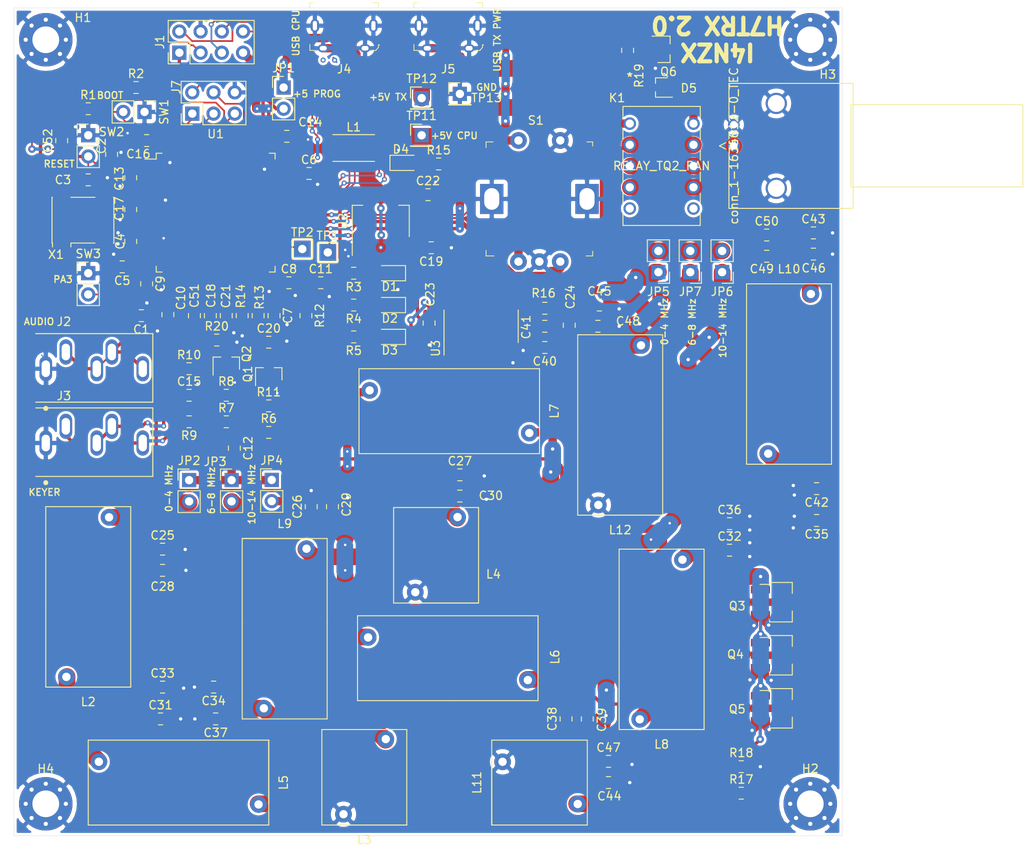
<source format=kicad_pcb>
(kicad_pcb (version 20171130) (host pcbnew "(5.1.10)-1")
  (layers (0 Front signal) (31 Back signal) (35 F.Paste user hide) (37 F.SilkS user) (38 B.Mask user hide) (39 F.Mask user) (44 Edge.Cuts user))
  (net 0 "")
  (net 1 GND)
  (net 2 /nRESET)
  (net 3 /VCC_CPU)
  (net 4 "Net-(C6-Pad1)")
  (net 5 +5V)
  (net 6 VCC)
  (net 7 "Net-(C26-Pad1)")
  (net 8 "Net-(D1-Pad2)")
  (net 9 "Net-(D2-Pad2)")
  (net 10 "Net-(D3-Pad2)")
  (net 11 "Net-(D4-Pad2)")
  (net 12 /USB1_D-)
  (net 13 /USB1_D+)
  (net 14 /BOOT)
  (net 15 "Net-(R16-Pad2)")
  (net 16 TX_BIAS)
  (net 17 MCO)
  (net 18 /PD12)
  (net 19 /PD13)
  (net 20 /PD14)
  (net 21 /PB1)
  (net 22 "Net-(C27-Pad1)")
  (net 23 +5VP)
  (net 24 "Net-(C40-Pad2)")
  (net 25 "Net-(C40-Pad1)")
  (net 26 RXTX)
  (net 27 "Net-(Q1-Pad2)")
  (net 28 "Net-(J6-Pad1)")
  (net 29 /KeyerDash)
  (net 30 /KeyerDot)
  (net 31 RX_IN)
  (net 32 "Net-(JP5-Pad2)")
  (net 33 "Net-(Q2-Pad2)")
  (net 34 /SWCLK)
  (net 35 /SWDIO)
  (net 36 /VCP_RX)
  (net 37 /VCP_TX)
  (net 38 "Net-(J1-Pad2)")
  (net 39 "Net-(U1-Pad12)")
  (net 40 "Net-(C1-Pad2)")
  (net 41 "Net-(C4-Pad1)")
  (net 42 "Net-(C7-Pad1)")
  (net 43 "Net-(C12-Pad1)")
  (net 44 "Net-(C15-Pad1)")
  (net 45 "Net-(C18-Pad2)")
  (net 46 "Net-(C20-Pad1)")
  (net 47 "Net-(C24-Pad2)")
  (net 48 "Net-(C24-Pad1)")
  (net 49 "Net-(C25-Pad1)")
  (net 50 "Net-(C31-Pad1)")
  (net 51 "Net-(C34-Pad1)")
  (net 52 "Net-(C35-Pad1)")
  (net 53 "Net-(C38-Pad2)")
  (net 54 "Net-(C38-Pad1)")
  (net 55 "Net-(C43-Pad1)")
  (net 56 "Net-(C49-Pad1)")
  (net 57 "Net-(JP5-Pad1)")
  (net 58 "Net-(C51-Pad2)")
  (net 59 /PA4)
  (net 60 /PA3)
  (net 61 "Net-(D5-Pad1)")
  (net 62 /PB12)
  (net 63 /PB13)
  (net 64 /PB14)
  (net 65 /I2C_SDA)
  (net 66 /I2C_SCL)
  (net 67 /PB5)
  (net 68 /PB4)
  (net 69 /PB3)
  (net 70 /PD9)
  (net 71 /PD8)
  (module digikey-footprints:Rotary_Encoder_Switched_PEC11R (layer Front) (at 198.086 71.256)
    (fp_text reference S1 (at 5.275 -9.4) (layer F.SilkS))
    (fp_text value PEC11R-4215F-S0024)
    (pad B thru_hole circle (at 8.2 7.5) (size 2 2) (drill 1) (layers *.Cu *.Mask) (net 18 /PD12))
    (pad C thru_hole circle (at 5.7 7.5) (size 2 2) (drill 1) (layers *.Cu *.Mask) (net 1 GND))
    (pad A thru_hole circle (at 3.2 7.5) (size 2 2) (drill 1) (layers *.Cu *.Mask) (net 19 /PD13))
    (pad 2 thru_hole circle (at 8.2 -7) (size 2 2) (drill 1) (layers *.Cu *.Mask) (net 1 GND))
    (pad 1 thru_hole circle (at 3.2 -7) (size 2 2) (drill 1) (layers *.Cu *.Mask) (net 20 /PD14))
    (pad 3 thru_hole rect (at 11.4 0) (size 2.8 3.6) (drill oval 1.8 2.6) (layers *.Cu *.Mask) (net 1 GND))
    (pad 3 thru_hole rect (at 0 0) (size 2.8 3.6) (drill oval 1.8 2.6) (layers *.Cu *.Mask) (net 1 GND))
  )
  (module Connector_PinHeader_2.54mm:PinHeader_1x02_P2.54mm_Vertical (layer Front) (at 156.557 60.842 270)
    (fp_text reference SW1 (at 0 -2.33 90) (layer F.SilkS))
    (fp_text value SW_DIP_x01)
    (pad 2 thru_hole oval (at 0 2.54 270) (size 1.7 1.7) (drill 1) (layers *.Cu *.Mask) (net 14 /BOOT))
    (pad 1 thru_hole rect (at 0 0 270) (size 1.7 1.7) (drill 1) (layers *.Cu *.Mask) (net 1 GND))
  )
  (module Package_QFP:LQFP-100_14x14mm_P0.5mm (layer Front) (at 165.066 72.896)
    (fp_text reference U1 (at 0 -9.42) (layer F.SilkS))
    (fp_text value STM32H750VBT6)
    (pad 100 smd roundrect (at -6 -7.675) (size 0.3 1.6) (layers Front F.Paste F.Mask) (net 3 /VCC_CPU))
    (pad 99 smd roundrect (at -5.5 -7.675) (size 0.3 1.6) (layers Front F.Paste F.Mask) (net 1 GND))
    (pad 98 smd roundrect (at -5 -7.675) (size 0.3 1.6) (layers Front F.Paste F.Mask))
    (pad 97 smd roundrect (at -4.5 -7.675) (size 0.3 1.6) (layers Front F.Paste F.Mask))
    (pad 96 smd roundrect (at -4 -7.675) (size 0.3 1.6) (layers Front F.Paste F.Mask) (net 65 /I2C_SDA))
    (pad 95 smd roundrect (at -3.5 -7.675) (size 0.3 1.6) (layers Front F.Paste F.Mask) (net 66 /I2C_SCL))
    (pad 94 smd roundrect (at -3 -7.675) (size 0.3 1.6) (layers Front F.Paste F.Mask) (net 14 /BOOT))
    (pad 93 smd roundrect (at -2.5 -7.675) (size 0.3 1.6) (layers Front F.Paste F.Mask))
    (pad 92 smd roundrect (at -2 -7.675) (size 0.3 1.6) (layers Front F.Paste F.Mask))
    (pad 91 smd roundrect (at -1.5 -7.675) (size 0.3 1.6) (layers Front F.Paste F.Mask) (net 67 /PB5))
    (pad 90 smd roundrect (at -1 -7.675) (size 0.3 1.6) (layers Front F.Paste F.Mask) (net 68 /PB4))
    (pad 89 smd roundrect (at -0.5 -7.675) (size 0.3 1.6) (layers Front F.Paste F.Mask) (net 69 /PB3))
    (pad 88 smd roundrect (at 0 -7.675) (size 0.3 1.6) (layers Front F.Paste F.Mask))
    (pad 87 smd roundrect (at 0.5 -7.675) (size 0.3 1.6) (layers Front F.Paste F.Mask))
    (pad 86 smd roundrect (at 1 -7.675) (size 0.3 1.6) (layers Front F.Paste F.Mask))
    (pad 85 smd roundrect (at 1.5 -7.675) (size 0.3 1.6) (layers Front F.Paste F.Mask))
    (pad 84 smd roundrect (at 2 -7.675) (size 0.3 1.6) (layers Front F.Paste F.Mask))
    (pad 83 smd roundrect (at 2.5 -7.675) (size 0.3 1.6) (layers Front F.Paste F.Mask))
    (pad 82 smd roundrect (at 3 -7.675) (size 0.3 1.6) (layers Front F.Paste F.Mask))
    (pad 81 smd roundrect (at 3.5 -7.675) (size 0.3 1.6) (layers Front F.Paste F.Mask))
    (pad 80 smd roundrect (at 4 -7.675) (size 0.3 1.6) (layers Front F.Paste F.Mask))
    (pad 79 smd roundrect (at 4.5 -7.675) (size 0.3 1.6) (layers Front F.Paste F.Mask))
    (pad 78 smd roundrect (at 5 -7.675) (size 0.3 1.6) (layers Front F.Paste F.Mask))
    (pad 77 smd roundrect (at 5.5 -7.675) (size 0.3 1.6) (layers Front F.Paste F.Mask))
    (pad 76 smd roundrect (at 6 -7.675) (size 0.3 1.6) (layers Front F.Paste F.Mask) (net 34 /SWCLK))
    (pad 75 smd roundrect (at 7.675 -6) (size 1.6 0.3) (layers Front F.Paste F.Mask) (net 3 /VCC_CPU))
    (pad 74 smd roundrect (at 7.675 -5.5) (size 1.6 0.3) (layers Front F.Paste F.Mask) (net 1 GND))
    (pad 73 smd roundrect (at 7.675 -5) (size 1.6 0.3) (layers Front F.Paste F.Mask) (net 4 "Net-(C6-Pad1)"))
    (pad 72 smd roundrect (at 7.675 -4.5) (size 1.6 0.3) (layers Front F.Paste F.Mask) (net 35 /SWDIO))
    (pad 71 smd roundrect (at 7.675 -4) (size 1.6 0.3) (layers Front F.Paste F.Mask) (net 13 /USB1_D+))
    (pad 70 smd roundrect (at 7.675 -3.5) (size 1.6 0.3) (layers Front F.Paste F.Mask) (net 12 /USB1_D-))
    (pad 69 smd roundrect (at 7.675 -3) (size 1.6 0.3) (layers Front F.Paste F.Mask) (net 36 /VCP_RX))
    (pad 68 smd roundrect (at 7.675 -2.5) (size 1.6 0.3) (layers Front F.Paste F.Mask) (net 37 /VCP_TX))
    (pad 67 smd roundrect (at 7.675 -2) (size 1.6 0.3) (layers Front F.Paste F.Mask))
    (pad 66 smd roundrect (at 7.675 -1.5) (size 1.6 0.3) (layers Front F.Paste F.Mask) (net 17 MCO))
    (pad 65 smd roundrect (at 7.675 -1) (size 1.6 0.3) (layers Front F.Paste F.Mask))
    (pad 64 smd roundrect (at 7.675 -0.5) (size 1.6 0.3) (layers Front F.Paste F.Mask))
    (pad 63 smd roundrect (at 7.675 0) (size 1.6 0.3) (layers Front F.Paste F.Mask))
    (pad 62 smd roundrect (at 7.675 0.5) (size 1.6 0.3) (layers Front F.Paste F.Mask))
    (pad 61 smd roundrect (at 7.675 1) (size 1.6 0.3) (layers Front F.Paste F.Mask) (net 20 /PD14))
    (pad 60 smd roundrect (at 7.675 1.5) (size 1.6 0.3) (layers Front F.Paste F.Mask) (net 19 /PD13))
    (pad 59 smd roundrect (at 7.675 2) (size 1.6 0.3) (layers Front F.Paste F.Mask) (net 18 /PD12))
    (pad 58 smd roundrect (at 7.675 2.5) (size 1.6 0.3) (layers Front F.Paste F.Mask))
    (pad 57 smd roundrect (at 7.675 3) (size 1.6 0.3) (layers Front F.Paste F.Mask) (net 26 RXTX))
    (pad 56 smd roundrect (at 7.675 3.5) (size 1.6 0.3) (layers Front F.Paste F.Mask) (net 70 /PD9))
    (pad 55 smd roundrect (at 7.675 4) (size 1.6 0.3) (layers Front F.Paste F.Mask) (net 71 /PD8))
    (pad 54 smd roundrect (at 7.675 4.5) (size 1.6 0.3) (layers Front F.Paste F.Mask))
    (pad 53 smd roundrect (at 7.675 5) (size 1.6 0.3) (layers Front F.Paste F.Mask) (net 64 /PB14))
    (pad 52 smd roundrect (at 7.675 5.5) (size 1.6 0.3) (layers Front F.Paste F.Mask) (net 63 /PB13))
    (pad 51 smd roundrect (at 7.675 6) (size 1.6 0.3) (layers Front F.Paste F.Mask) (net 62 /PB12))
    (pad 50 smd roundrect (at 6 7.675) (size 0.3 1.6) (layers Front F.Paste F.Mask) (net 3 /VCC_CPU))
    (pad 49 smd roundrect (at 5.5 7.675) (size 0.3 1.6) (layers Front F.Paste F.Mask) (net 1 GND))
    (pad 48 smd roundrect (at 5 7.675) (size 0.3 1.6) (layers Front F.Paste F.Mask) (net 42 "Net-(C7-Pad1)"))
    (pad 47 smd roundrect (at 4.5 7.675) (size 0.3 1.6) (layers Front F.Paste F.Mask))
    (pad 46 smd roundrect (at 4 7.675) (size 0.3 1.6) (layers Front F.Paste F.Mask))
    (pad 45 smd roundrect (at 3.5 7.675) (size 0.3 1.6) (layers Front F.Paste F.Mask))
    (pad 44 smd roundrect (at 3 7.675) (size 0.3 1.6) (layers Front F.Paste F.Mask))
    (pad 43 smd roundrect (at 2.5 7.675) (size 0.3 1.6) (layers Front F.Paste F.Mask))
    (pad 42 smd roundrect (at 2 7.675) (size 0.3 1.6) (layers Front F.Paste F.Mask))
    (pad 41 smd roundrect (at 1.5 7.675) (size 0.3 1.6) (layers Front F.Paste F.Mask))
    (pad 40 smd roundrect (at 1 7.675) (size 0.3 1.6) (layers Front F.Paste F.Mask))
    (pad 39 smd roundrect (at 0.5 7.675) (size 0.3 1.6) (layers Front F.Paste F.Mask))
    (pad 38 smd roundrect (at 0 7.675) (size 0.3 1.6) (layers Front F.Paste F.Mask))
    (pad 37 smd roundrect (at -0.5 7.675) (size 0.3 1.6) (layers Front F.Paste F.Mask))
    (pad 36 smd roundrect (at -1 7.675) (size 0.3 1.6) (layers Front F.Paste F.Mask))
    (pad 35 smd roundrect (at -1.5 7.675) (size 0.3 1.6) (layers Front F.Paste F.Mask) (net 21 /PB1))
    (pad 34 smd roundrect (at -2 7.675) (size 0.3 1.6) (layers Front F.Paste F.Mask))
    (pad 33 smd roundrect (at -2.5 7.675) (size 0.3 1.6) (layers Front F.Paste F.Mask))
    (pad 32 smd roundrect (at -3 7.675) (size 0.3 1.6) (layers Front F.Paste F.Mask))
    (pad 31 smd roundrect (at -3.5 7.675) (size 0.3 1.6) (layers Front F.Paste F.Mask) (net 30 /KeyerDot))
    (pad 30 smd roundrect (at -4 7.675) (size 0.3 1.6) (layers Front F.Paste F.Mask) (net 29 /KeyerDash))
    (pad 29 smd roundrect (at -4.5 7.675) (size 0.3 1.6) (layers Front F.Paste F.Mask) (net 16 TX_BIAS))
    (pad 28 smd roundrect (at -5 7.675) (size 0.3 1.6) (layers Front F.Paste F.Mask) (net 59 /PA4))
    (pad 27 smd roundrect (at -5.5 7.675) (size 0.3 1.6) (layers Front F.Paste F.Mask) (net 3 /VCC_CPU))
    (pad 26 smd roundrect (at -6 7.675) (size 0.3 1.6) (layers Front F.Paste F.Mask) (net 1 GND))
    (pad 25 smd roundrect (at -7.675 6) (size 1.6 0.3) (layers Front F.Paste F.Mask) (net 60 /PA3))
    (pad 24 smd roundrect (at -7.675 5.5) (size 1.6 0.3) (layers Front F.Paste F.Mask))
    (pad 23 smd roundrect (at -7.675 5) (size 1.6 0.3) (layers Front F.Paste F.Mask))
    (pad 22 smd roundrect (at -7.675 4.5) (size 1.6 0.3) (layers Front F.Paste F.Mask))
    (pad 21 smd roundrect (at -7.675 4) (size 1.6 0.3) (layers Front F.Paste F.Mask) (net 3 /VCC_CPU))
    (pad 20 smd roundrect (at -7.675 3.5) (size 1.6 0.3) (layers Front F.Paste F.Mask) (net 41 "Net-(C4-Pad1)"))
    (pad 19 smd roundrect (at -7.675 3) (size 1.6 0.3) (layers Front F.Paste F.Mask) (net 1 GND))
    (pad 18 smd roundrect (at -7.675 2.5) (size 1.6 0.3) (layers Front F.Paste F.Mask))
    (pad 17 smd roundrect (at -7.675 2) (size 1.6 0.3) (layers Front F.Paste F.Mask))
    (pad 16 smd roundrect (at -7.675 1.5) (size 1.6 0.3) (layers Front F.Paste F.Mask))
    (pad 15 smd roundrect (at -7.675 1) (size 1.6 0.3) (layers Front F.Paste F.Mask))
    (pad 14 smd roundrect (at -7.675 0.5) (size 1.6 0.3) (layers Front F.Paste F.Mask) (net 2 /nRESET))
    (pad 13 smd roundrect (at -7.675 0) (size 1.6 0.3) (layers Front F.Paste F.Mask))
    (pad 12 smd roundrect (at -7.675 -0.5) (size 1.6 0.3) (layers Front F.Paste F.Mask) (net 39 "Net-(U1-Pad12)"))
    (pad 11 smd roundrect (at -7.675 -1) (size 1.6 0.3) (layers Front F.Paste F.Mask) (net 3 /VCC_CPU))
    (pad 10 smd roundrect (at -7.675 -1.5) (size 1.6 0.3) (layers Front F.Paste F.Mask) (net 1 GND))
    (pad 9 smd roundrect (at -7.675 -2) (size 1.6 0.3) (layers Front F.Paste F.Mask))
    (pad 8 smd roundrect (at -7.675 -2.5) (size 1.6 0.3) (layers Front F.Paste F.Mask))
    (pad 7 smd roundrect (at -7.675 -3) (size 1.6 0.3) (layers Front F.Paste F.Mask))
    (pad 6 smd roundrect (at -7.675 -3.5) (size 1.6 0.3) (layers Front F.Paste F.Mask) (net 3 /VCC_CPU))
    (pad 5 smd roundrect (at -7.675 -4) (size 1.6 0.3) (layers Front F.Paste F.Mask))
    (pad 4 smd roundrect (at -7.675 -4.5) (size 1.6 0.3) (layers Front F.Paste F.Mask))
    (pad 3 smd roundrect (at -7.675 -5) (size 1.6 0.3) (layers Front F.Paste F.Mask))
    (pad 2 smd roundrect (at -7.675 -5.5) (size 1.6 0.3) (layers Front F.Paste F.Mask))
    (pad 1 smd roundrect (at -7.675 -6) (size 1.6 0.3) (layers Front F.Paste F.Mask))
  )
  (module Connector_PinHeader_2.54mm:PinHeader_2x04_P2.54mm_Vertical (layer Front) (at 160.7226 53.7554 90)
    (fp_text reference J1 (at 1.27 -2.33 90) (layer F.SilkS))
    (fp_text value Conn_02x04_Odd_Even)
    (pad 8 thru_hole oval (at 2.54 7.62 90) (size 1.7 1.7) (drill 1) (layers *.Cu *.Mask) (net 34 /SWCLK))
    (pad 7 thru_hole oval (at 0 7.62 90) (size 1.7 1.7) (drill 1) (layers *.Cu *.Mask) (net 36 /VCP_RX))
    (pad 6 thru_hole oval (at 2.54 5.08 90) (size 1.7 1.7) (drill 1) (layers *.Cu *.Mask) (net 35 /SWDIO))
    (pad 5 thru_hole oval (at 0 5.08 90) (size 1.7 1.7) (drill 1) (layers *.Cu *.Mask) (net 37 /VCP_TX))
    (pad 4 thru_hole oval (at 2.54 2.54 90) (size 1.7 1.7) (drill 1) (layers *.Cu *.Mask) (net 1 GND))
    (pad 3 thru_hole oval (at 0 2.54 90) (size 1.7 1.7) (drill 1) (layers *.Cu *.Mask) (net 2 /nRESET))
    (pad 2 thru_hole oval (at 2.54 0 90) (size 1.7 1.7) (drill 1) (layers *.Cu *.Mask) (net 38 "Net-(J1-Pad2)"))
    (pad 1 thru_hole rect (at 0 0 90) (size 1.7 1.7) (drill 1) (layers *.Cu *.Mask) (net 3 /VCC_CPU))
  )
  (module TestPoint:TestPoint_THTPad_2.0x2.0mm_Drill1.0mm (layer Front) (at 175.4292 77.2504)
    (fp_text reference TP2 (at 0 -1.998) (layer F.SilkS))
    (fp_text value TestPoint)
    (pad 1 thru_hole rect (at 0 0) (size 2 2) (drill 1) (layers *.Cu *.Mask) (net 71 /PD8))
  )
  (module TestPoint:TestPoint_THTPad_2.0x2.0mm_Drill1.0mm (layer Front) (at 178.4772 77.6568)
    (fp_text reference TP1 (at 0 -1.998) (layer F.SilkS))
    (fp_text value TestPoint)
    (pad 1 thru_hole rect (at 0 0) (size 2 2) (drill 1) (layers *.Cu *.Mask) (net 70 /PD9))
  )
  (module Connector_PinHeader_2.54mm:PinHeader_2x03_P2.54mm_Vertical (layer Front) (at 162.272 61.0452 90)
    (fp_text reference J7 (at 3.1496 -1.9304 90) (layer F.SilkS))
    (fp_text value Conn_02x03_Odd_Even)
    (pad 6 thru_hole oval (at 2.54 5.08 90) (size 1.7 1.7) (drill 1) (layers *.Cu *.Mask) (net 1 GND))
    (pad 5 thru_hole oval (at 0 5.08 90) (size 1.7 1.7) (drill 1) (layers *.Cu *.Mask) (net 67 /PB5))
    (pad 4 thru_hole oval (at 2.54 2.54 90) (size 1.7 1.7) (drill 1) (layers *.Cu *.Mask) (net 68 /PB4))
    (pad 3 thru_hole oval (at 0 2.54 90) (size 1.7 1.7) (drill 1) (layers *.Cu *.Mask) (net 66 /I2C_SCL))
    (pad 2 thru_hole oval (at 2.54 0 90) (size 1.7 1.7) (drill 1) (layers *.Cu *.Mask) (net 69 /PB3))
    (pad 1 thru_hole rect (at 0 0 90) (size 1.7 1.7) (drill 1) (layers *.Cu *.Mask) (net 65 /I2C_SDA))
  )
  (module Capacitor_SMD:C_0805_2012Metric_Pad1.15x1.40mm_HandSolder (layer Front) (at 167.3012 101.0846 270)
    (fp_text reference C12 (at 0 -1.65 90) (layer F.SilkS))
    (fp_text value 10n)
    (pad 2 smd roundrect (at 1.025 0 270) (size 1.15 1.4) (layers Front F.Paste F.Mask) (roundrect_rratio 0.2173904347826087) (net 31 RX_IN))
    (pad 1 smd roundrect (at -1.025 0 270) (size 1.15 1.4) (layers Front F.Paste F.Mask) (roundrect_rratio 0.2173904347826087) (net 43 "Net-(C12-Pad1)"))
  )
  (module H7RTX-V2-Schematics-PCB:TQ2-5V (layer Front) (at 214.596 62.239)
    (fp_text reference K1 (at -1.524 -3.0734) (layer F.SilkS))
    (fp_text value RELAY_TQ2_PAN (at 3.81 5.0673) (layer F.SilkS))
    (fp_text user * (at 0 -5.554133) (layer F.SilkS))
    (fp_text user * (at 0 -5.554133) (layer F.SilkS))
    (pad 1 thru_hole circle (at 0 0) (size 1.4986 1.4986) (drill 0.9906) (layers *.Cu *.Mask) (net 23 +5VP))
    (pad 2 thru_hole circle (at 0 2.54) (size 1.4986 1.4986) (drill 0.9906) (layers *.Cu *.Mask) (net 32 "Net-(JP5-Pad2)"))
    (pad 3 thru_hole circle (at 0 5.08) (size 1.4986 1.4986) (drill 0.9906) (layers *.Cu *.Mask) (net 28 "Net-(J6-Pad1)"))
    (pad 4 thru_hole circle (at 0 7.62) (size 1.4986 1.4986) (drill 0.9906) (layers *.Cu *.Mask) (net 56 "Net-(C49-Pad1)"))
    (pad 5 thru_hole circle (at 0 10.16) (size 1.4986 1.4986) (drill 0.9906) (layers *.Cu *.Mask))
    (pad 6 thru_hole circle (at 7.62 10.16) (size 1.4986 1.4986) (drill 0.9906) (layers *.Cu *.Mask))
    (pad 7 thru_hole circle (at 7.62 7.62) (size 1.4986 1.4986) (drill 0.9906) (layers *.Cu *.Mask) (net 56 "Net-(C49-Pad1)"))
    (pad 8 thru_hole circle (at 7.62 5.08) (size 1.4986 1.4986) (drill 0.9906) (layers *.Cu *.Mask) (net 28 "Net-(J6-Pad1)"))
    (pad 9 thru_hole circle (at 7.62 2.54) (size 1.4986 1.4986) (drill 0.9906) (layers *.Cu *.Mask) (net 32 "Net-(JP5-Pad2)"))
    (pad 10 thru_hole circle (at 7.62 0) (size 1.4986 1.4986) (drill 0.9906) (layers *.Cu *.Mask) (net 61 "Net-(D5-Pad1)"))
  )
  (module Package_SO:SOIC-14_3.9x8.7mm_P1.27mm (layer Front) (at 196.816 86.496 90)
    (fp_text reference U3 (at -2.6416 -5.4356 90) (layer F.SilkS))
    (fp_text value 74ACT00DR)
    (pad 14 smd roundrect (at 2.475 -3.81 90) (size 1.95 0.6) (layers Front F.Paste F.Mask) (net 5 +5V))
    (pad 13 smd roundrect (at 2.475 -2.54 90) (size 1.95 0.6) (layers Front F.Paste F.Mask) (net 17 MCO))
    (pad 12 smd roundrect (at 2.475 -1.27 90) (size 1.95 0.6) (layers Front F.Paste F.Mask) (net 17 MCO))
    (pad 11 smd roundrect (at 2.475 0 90) (size 1.95 0.6) (layers Front F.Paste F.Mask) (net 15 "Net-(R16-Pad2)"))
    (pad 10 smd roundrect (at 2.475 1.27 90) (size 1.95 0.6) (layers Front F.Paste F.Mask) (net 17 MCO))
    (pad 9 smd roundrect (at 2.475 2.54 90) (size 1.95 0.6) (layers Front F.Paste F.Mask) (net 17 MCO))
    (pad 8 smd roundrect (at 2.475 3.81 90) (size 1.95 0.6) (layers Front F.Paste F.Mask) (net 15 "Net-(R16-Pad2)"))
    (pad 7 smd roundrect (at -2.475 3.81 90) (size 1.95 0.6) (layers Front F.Paste F.Mask) (net 1 GND))
    (pad 6 smd roundrect (at -2.475 2.54 90) (size 1.95 0.6) (layers Front F.Paste F.Mask) (net 15 "Net-(R16-Pad2)"))
    (pad 5 smd roundrect (at -2.475 1.27 90) (size 1.95 0.6) (layers Front F.Paste F.Mask) (net 17 MCO))
    (pad 4 smd roundrect (at -2.475 0 90) (size 1.95 0.6) (layers Front F.Paste F.Mask) (net 17 MCO))
    (pad 3 smd roundrect (at -2.475 -1.27 90) (size 1.95 0.6) (layers Front F.Paste F.Mask) (net 15 "Net-(R16-Pad2)"))
    (pad 2 smd roundrect (at -2.475 -2.54 90) (size 1.95 0.6) (layers Front F.Paste F.Mask) (net 17 MCO))
    (pad 1 smd roundrect (at -2.475 -3.81 90) (size 1.95 0.6) (layers Front F.Paste F.Mask) (net 17 MCO))
  )
  (module Resistor_SMD:R_0805_2012Metric_Pad1.15x1.40mm_HandSolder (layer Front) (at 204.436 84.337 180)
    (fp_text reference R16 (at 0.1524 1.8034) (layer F.SilkS))
    (fp_text value 2.2)
    (pad 2 smd roundrect (at 1.025 0 180) (size 1.15 1.4) (layers Front F.Paste F.Mask) (roundrect_rratio 0.2173904347826087) (net 15 "Net-(R16-Pad2)"))
    (pad 1 smd roundrect (at -1.025 0 180) (size 1.15 1.4) (layers Front F.Paste F.Mask) (roundrect_rratio 0.2173904347826087) (net 47 "Net-(C24-Pad2)"))
  )
  (module Resistor_SMD:R_0805_2012Metric_Pad1.15x1.40mm_HandSolder (layer Front) (at 191.736 67.065)
    (fp_text reference R15 (at 0 -1.65) (layer F.SilkS))
    (fp_text value 220R)
    (pad 2 smd roundrect (at 1.025 0) (size 1.15 1.4) (layers Front F.Paste F.Mask) (roundrect_rratio 0.2173904347826087) (net 6 VCC))
    (pad 1 smd roundrect (at -1.025 0) (size 1.15 1.4) (layers Front F.Paste F.Mask) (roundrect_rratio 0.2173904347826087) (net 11 "Net-(D4-Pad2)"))
  )
  (module Inductor_SMD:L_Taiyo-Yuden_NR-30xx_HandSoldering (layer Front) (at 181.576 65.16)
    (fp_text reference L1 (at 0 -2.5) (layer F.SilkS))
    (fp_text value NRH3012T100MN)
    (pad 2 smd rect (at 1.6 0) (size 1.8 2.9) (layers Front F.Paste F.Mask) (net 6 VCC))
    (pad 1 smd rect (at -1.6 0) (size 1.8 2.9) (layers Front F.Paste F.Mask) (net 3 /VCC_CPU))
  )
  (module Package_TO_SOT_SMD:SOT-323_SC-70 (layer Front) (at 218.406 57.921 180)
    (fp_text reference D5 (at -3.2512 -0.0762) (layer F.SilkS))
    (fp_text value BAS16W)
    (pad 3 smd rect (at 1 0 90) (size 0.45 0.7) (layers Front F.Paste F.Mask) (net 23 +5VP))
    (pad 2 smd rect (at -1 0.65 90) (size 0.45 0.7) (layers Front F.Paste F.Mask))
    (pad 1 smd rect (at -1 -0.65 90) (size 0.45 0.7) (layers Front F.Paste F.Mask) (net 61 "Net-(D5-Pad1)"))
  )
  (module Package_TO_SOT_SMD:SOT-89-3_Handsoldering (layer Front) (at 232.376 132.216)
    (fp_text reference Q5 (at -4.9276 0.1016) (layer F.SilkS))
    (fp_text value ZXMN3A01ZTA)
    (pad 2 smd custom (at -2.0625 0) (size 2.475 0.9) (layers Front F.Paste F.Mask) (net 52 "Net-(C35-Pad1)") (options (clearance outline) (anchor rect)) (primitives (gr_poly (pts (xy 1.2375 -0.8665) (xy 5.3625 -0.8665) (xy 5.3625 0.8665) (xy 1.2375 0.8665)) (width 0))))
    (pad 3 smd rect (at -2.15 1.5) (size 2.3 0.9) (layers Front F.Paste F.Mask) (net 1 GND))
    (pad 1 smd rect (at -2.15 -1.5) (size 2.3 0.9) (layers Front F.Paste F.Mask) (net 48 "Net-(C24-Pad1)"))
  )
  (module Package_TO_SOT_SMD:SOT-89-3_Handsoldering (layer Front) (at 232.376 125.866)
    (fp_text reference Q4 (at -5.1308 -0.1016) (layer F.SilkS))
    (fp_text value ZXMN3A01ZTA)
    (pad 2 smd custom (at -2.0625 0) (size 2.475 0.9) (layers Front F.Paste F.Mask) (net 52 "Net-(C35-Pad1)") (options (clearance outline) (anchor rect)) (primitives (gr_poly (pts (xy 1.2375 -0.8665) (xy 5.3625 -0.8665) (xy 5.3625 0.8665) (xy 1.2375 0.8665)) (width 0))))
    (pad 3 smd rect (at -2.15 1.5) (size 2.3 0.9) (layers Front F.Paste F.Mask) (net 1 GND))
    (pad 1 smd rect (at -2.15 -1.5) (size 2.3 0.9) (layers Front F.Paste F.Mask) (net 48 "Net-(C24-Pad1)"))
  )
  (module Package_TO_SOT_SMD:SOT-89-3_Handsoldering (layer Front) (at 232.376 119.516)
    (fp_text reference Q3 (at -4.9276 0.4572) (layer F.SilkS))
    (fp_text value ZXMN3A01ZTA)
    (pad 2 smd custom (at -2.0625 0) (size 2.475 0.9) (layers Front F.Paste F.Mask) (net 52 "Net-(C35-Pad1)") (options (clearance outline) (anchor rect)) (primitives (gr_poly (pts (xy 1.2375 -0.8665) (xy 5.3625 -0.8665) (xy 5.3625 0.8665) (xy 1.2375 0.8665)) (width 0))))
    (pad 3 smd rect (at -2.15 1.5) (size 2.3 0.9) (layers Front F.Paste F.Mask) (net 1 GND))
    (pad 1 smd rect (at -2.15 -1.5) (size 2.3 0.9) (layers Front F.Paste F.Mask) (net 48 "Net-(C24-Pad1)"))
  )
  (module Capacitor_SMD:C_0805_2012Metric_Pad1.15x1.40mm_HandSolder (layer Front) (at 146.651 64.271 90)
    (fp_text reference C52 (at 0 -1.65 90) (layer F.SilkS))
    (fp_text value 10n)
    (pad 2 smd roundrect (at 1.025 0 90) (size 1.15 1.4) (layers Front F.Paste F.Mask) (roundrect_rratio 0.2173904347826087) (net 1 GND))
    (pad 1 smd roundrect (at -1.025 0 90) (size 1.15 1.4) (layers Front F.Paste F.Mask) (roundrect_rratio 0.2173904347826087) (net 2 /nRESET))
  )
  (module Connector_PinHeader_2.54mm:PinHeader_1x01_P2.54mm_Vertical (layer Front) (at 194.276 58.683)
    (fp_text reference TP13 (at 3.2004 0.4826) (layer F.SilkS))
    (fp_text value TestPoint)
    (pad 1 thru_hole rect (at 0 0) (size 1.7 1.7) (drill 1) (layers *.Cu *.Mask) (net 1 GND))
  )
  (module Connector_PinHeader_2.54mm:PinHeader_1x01_P2.54mm_Vertical (layer Front) (at 189.704 59.191)
    (fp_text reference TP12 (at 0 -2.33) (layer F.SilkS))
    (fp_text value TestPoint)
    (pad 1 thru_hole rect (at 0 0) (size 1.7 1.7) (drill 1) (layers *.Cu *.Mask) (net 23 +5VP))
  )
  (module Connector_PinHeader_2.54mm:PinHeader_1x01_P2.54mm_Vertical (layer Front) (at 189.704 63.636)
    (fp_text reference TP11 (at 0 -2.33) (layer F.SilkS))
    (fp_text value TestPoint)
    (pad 1 thru_hole rect (at 0 0) (size 1.7 1.7) (drill 1) (layers *.Cu *.Mask) (net 5 +5V))
  )
  (module Resistor_SMD:R_0805_2012Metric_Pad1.15x1.40mm_HandSolder (layer Front) (at 165.193 88.147)
    (fp_text reference R20 (at 0 -1.65) (layer F.SilkS))
    (fp_text value 100)
    (pad 2 smd roundrect (at 1.025 0) (size 1.15 1.4) (layers Front F.Paste F.Mask) (roundrect_rratio 0.2173904347826087) (net 1 GND))
    (pad 1 smd roundrect (at -1.025 0) (size 1.15 1.4) (layers Front F.Paste F.Mask) (roundrect_rratio 0.2173904347826087) (net 58 "Net-(C51-Pad2)"))
  )
  (module Capacitor_SMD:C_0805_2012Metric_Pad1.15x1.40mm_HandSolder (layer Front) (at 162.526 85.226 270)
    (fp_text reference C51 (at -2.3876 0 90) (layer F.SilkS))
    (fp_text value 10n)
    (pad 2 smd roundrect (at 1.025 0 270) (size 1.15 1.4) (layers Front F.Paste F.Mask) (roundrect_rratio 0.2173904347826087) (net 58 "Net-(C51-Pad2)"))
    (pad 1 smd roundrect (at -1.025 0 270) (size 1.15 1.4) (layers Front F.Paste F.Mask) (roundrect_rratio 0.2173904347826087) (net 21 /PB1))
  )
  (module H7RTX-V2-Schematics-PCB:Air_Wound_Coil_8x20 (layer Front) (at 213.453 110.372)
    (fp_text reference L12 (at 0 0.5) (layer F.SilkS))
    (fp_text value L)
    (pad 2 thru_hole circle (at -2.6162 -2.4892) (size 2 2) (drill 1) (layers *.Cu *.Mask) (net 1 GND))
    (pad 1 thru_hole circle (at 2.4892 -21.59) (size 2 2) (drill 1) (layers *.Cu *.Mask) (net 25 "Net-(C40-Pad1)"))
  )
  (module H7RTX-V2-Schematics-PCB:Air_Wound_Coil_8x10 (layer Front) (at 196.816 141.106 270)
    (fp_text reference L11 (at 0 0.5 90) (layer F.SilkS))
    (fp_text value "150n 5T 8 x 5")
    (pad 2 thru_hole circle (at -2.4892 -2.5654 270) (size 2 2) (drill 1) (layers *.Cu *.Mask) (net 1 GND))
    (pad 1 thru_hole circle (at 2.5654 -11.557 270) (size 2 2) (drill 1) (layers *.Cu *.Mask) (net 54 "Net-(C38-Pad1)"))
  )
  (module H7RTX-V2-Schematics-PCB:Air_Wound_Coil_8x20 (layer Front) (at 233.646 80.146 180)
    (fp_text reference L10 (at 0 0.5) (layer F.SilkS))
    (fp_text value "0.15u 8t 8mm x 15mm")
    (pad 2 thru_hole circle (at -2.6162 -2.4892 180) (size 2 2) (drill 1) (layers *.Cu *.Mask) (net 55 "Net-(C43-Pad1)"))
    (pad 1 thru_hole circle (at 2.4892 -21.59 180) (size 2 2) (drill 1) (layers *.Cu *.Mask) (net 52 "Net-(C35-Pad1)"))
  )
  (module H7RTX-V2-Schematics-PCB:Air_Wound_Coil_8x20 (layer Front) (at 173.321 110.626 180)
    (fp_text reference L9 (at 0 0.5) (layer F.SilkS))
    (fp_text value 5.19u)
    (pad 2 thru_hole circle (at -2.6162 -2.4892 180) (size 2 2) (drill 1) (layers *.Cu *.Mask) (net 57 "Net-(JP5-Pad1)"))
    (pad 1 thru_hole circle (at 2.4892 -21.59 180) (size 2 2) (drill 1) (layers *.Cu *.Mask) (net 51 "Net-(C34-Pad1)"))
  )
  (module H7RTX-V2-Schematics-PCB:Air_Wound_Coil_8x20 (layer Front) (at 218.406 136.026)
    (fp_text reference L8 (at 0 0.5) (layer F.SilkS))
    (fp_text value 15u)
    (pad 2 thru_hole circle (at -2.6162 -2.4892) (size 2 2) (drill 1) (layers *.Cu *.Mask) (net 52 "Net-(C35-Pad1)"))
    (pad 1 thru_hole circle (at 2.4892 -21.59) (size 2 2) (drill 1) (layers *.Cu *.Mask) (net 23 +5VP))
  )
  (module H7RTX-V2-Schematics-PCB:Air_Wound_Coil_8x20 (layer Front) (at 205.071 96.656 90)
    (fp_text reference L7 (at 0 0.5 90) (layer F.SilkS))
    (fp_text value L)
    (pad 2 thru_hole circle (at -2.6162 -2.4892 90) (size 2 2) (drill 1) (layers *.Cu *.Mask) (net 24 "Net-(C40-Pad2)"))
    (pad 1 thru_hole circle (at 2.4892 -21.59 90) (size 2 2) (drill 1) (layers *.Cu *.Mask) (net 22 "Net-(C27-Pad1)"))
  )
  (module H7RTX-V2-Schematics-PCB:Air_Wound_Coil_8x20 (layer Front) (at 204.8932 126.2216 90)
    (fp_text reference L6 (at 0.1524 0.762 90) (layer F.SilkS))
    (fp_text value 16u)
    (pad 2 thru_hole circle (at -2.6162 -2.4892 90) (size 2 2) (drill 1) (layers *.Cu *.Mask) (net 53 "Net-(C38-Pad2)"))
    (pad 1 thru_hole circle (at 2.4892 -21.59 90) (size 2 2) (drill 1) (layers *.Cu *.Mask) (net 7 "Net-(C26-Pad1)"))
  )
  (module H7RTX-V2-Schematics-PCB:Air_Wound_Coil_8x20 (layer Front) (at 172.686 141.106 90)
    (fp_text reference L5 (at 0 0.5 90) (layer F.SilkS))
    (fp_text value 4.3u)
    (pad 2 thru_hole circle (at -2.6162 -2.4892 90) (size 2 2) (drill 1) (layers *.Cu *.Mask) (net 51 "Net-(C34-Pad1)"))
    (pad 1 thru_hole circle (at 2.4892 -21.59 90) (size 2 2) (drill 1) (layers *.Cu *.Mask) (net 50 "Net-(C31-Pad1)"))
  )
  (module H7RTX-V2-Schematics-PCB:Air_Wound_Coil_8x10 (layer Front) (at 191.4312 120.8876)
    (fp_text reference L4 (at 6.858 -4.7244) (layer F.SilkS))
    (fp_text value L)
    (pad 2 thru_hole circle (at -2.4892 -2.5654) (size 2 2) (drill 1) (layers *.Cu *.Mask) (net 1 GND))
    (pad 1 thru_hole circle (at 2.5654 -11.557) (size 2 2) (drill 1) (layers *.Cu *.Mask) (net 22 "Net-(C27-Pad1)"))
  )
  (module H7RTX-V2-Schematics-PCB:Air_Wound_Coil_8x10 (layer Front) (at 182.846 147.456)
    (fp_text reference L3 (at 0 0.5) (layer F.SilkS))
    (fp_text value L)
    (pad 2 thru_hole circle (at -2.4892 -2.5654) (size 2 2) (drill 1) (layers *.Cu *.Mask) (net 1 GND))
    (pad 1 thru_hole circle (at 2.5654 -11.557) (size 2 2) (drill 1) (layers *.Cu *.Mask) (net 7 "Net-(C26-Pad1)"))
  )
  (module H7RTX-V2-Schematics-PCB:Air_Wound_Coil_8x20 (layer Front) (at 149.826 130.946)
    (fp_text reference L2 (at 0 0.5) (layer F.SilkS))
    (fp_text value 2.6u)
    (pad 2 thru_hole circle (at -2.6162 -2.4892) (size 2 2) (drill 1) (layers *.Cu *.Mask) (net 50 "Net-(C31-Pad1)"))
    (pad 1 thru_hole circle (at 2.4892 -21.59) (size 2 2) (drill 1) (layers *.Cu *.Mask) (net 49 "Net-(C25-Pad1)"))
  )
  (module Resistor_SMD:R_0805_2012Metric_Pad1.15x1.40mm_HandSolder (layer Front) (at 214.342 53.476 270)
    (fp_text reference R19 (at 3.03276 -1.36144 90) (layer F.SilkS))
    (fp_text value R)
    (pad 2 smd roundrect (at 1.025 0 270) (size 1.15 1.4) (layers Front F.Paste F.Mask) (roundrect_rratio 0.2173904347826087) (net 1 GND))
    (pad 1 smd roundrect (at -1.025 0 270) (size 1.15 1.4) (layers Front F.Paste F.Mask) (roundrect_rratio 0.2173904347826087) (net 26 RXTX))
  )
  (module Resistor_SMD:R_0805_2012Metric_Pad1.15x1.40mm_HandSolder (layer Front) (at 227.931 142.376)
    (fp_text reference R17 (at 0 -1.65) (layer F.SilkS))
    (fp_text value 1K)
    (pad 2 smd roundrect (at 1.025 0) (size 1.15 1.4) (layers Front F.Paste F.Mask) (roundrect_rratio 0.2173904347826087) (net 48 "Net-(C24-Pad1)"))
    (pad 1 smd roundrect (at -1.025 0) (size 1.15 1.4) (layers Front F.Paste F.Mask) (roundrect_rratio 0.2173904347826087) (net 16 TX_BIAS))
  )
  (module Resistor_SMD:R_0805_2012Metric_Pad1.15x1.40mm_HandSolder (layer Front) (at 168.241 85.226 270)
    (fp_text reference R14 (at -2.3368 0.1778 90) (layer F.SilkS))
    (fp_text value 10k)
    (pad 2 smd roundrect (at 1.025 0 270) (size 1.15 1.4) (layers Front F.Paste F.Mask) (roundrect_rratio 0.2173904347826087) (net 1 GND))
    (pad 1 smd roundrect (at -1.025 0 270) (size 1.15 1.4) (layers Front F.Paste F.Mask) (roundrect_rratio 0.2173904347826087) (net 21 /PB1))
  )
  (module Resistor_SMD:R_0805_2012Metric_Pad1.15x1.40mm_HandSolder (layer Front) (at 170.146 85.226 90)
    (fp_text reference R13 (at 2.1844 0.1524 90) (layer F.SilkS))
    (fp_text value 10k)
    (pad 2 smd roundrect (at 1.025 0 90) (size 1.15 1.4) (layers Front F.Paste F.Mask) (roundrect_rratio 0.2173904347826087) (net 21 /PB1))
    (pad 1 smd roundrect (at -1.025 0 90) (size 1.15 1.4) (layers Front F.Paste F.Mask) (roundrect_rratio 0.2173904347826087) (net 46 "Net-(C20-Pad1)"))
  )
  (module Resistor_SMD:R_0805_2012Metric_Pad1.15x1.40mm_HandSolder (layer Front) (at 175.861 85.226 270)
    (fp_text reference R12 (at 0 -1.65 90) (layer F.SilkS))
    (fp_text value 100)
    (pad 2 smd roundrect (at 1.025 0 270) (size 1.15 1.4) (layers Front F.Paste F.Mask) (roundrect_rratio 0.2173904347826087) (net 46 "Net-(C20-Pad1)"))
    (pad 1 smd roundrect (at -1.025 0 270) (size 1.15 1.4) (layers Front F.Paste F.Mask) (roundrect_rratio 0.2173904347826087) (net 3 /VCC_CPU))
  )
  (module Resistor_SMD:R_0805_2012Metric_Pad1.15x1.40mm_HandSolder (layer Front) (at 171.416 96.021)
    (fp_text reference R11 (at 0 -1.65) (layer F.SilkS))
    (fp_text value 1.2)
    (pad 2 smd roundrect (at 1.025 0) (size 1.15 1.4) (layers Front F.Paste F.Mask) (roundrect_rratio 0.2173904347826087) (net 1 GND))
    (pad 1 smd roundrect (at -1.025 0) (size 1.15 1.4) (layers Front F.Paste F.Mask) (roundrect_rratio 0.2173904347826087) (net 33 "Net-(Q2-Pad2)"))
  )
  (module Resistor_SMD:R_0805_2012Metric_Pad1.15x1.40mm_HandSolder (layer Front) (at 161.891 91.576)
    (fp_text reference R10 (at 0 -1.65) (layer F.SilkS))
    (fp_text value 150)
    (pad 2 smd roundrect (at 1.025 0) (size 1.15 1.4) (layers Front F.Paste F.Mask) (roundrect_rratio 0.2173904347826087) (net 45 "Net-(C18-Pad2)"))
    (pad 1 smd roundrect (at -1.025 0) (size 1.15 1.4) (layers Front F.Paste F.Mask) (roundrect_rratio 0.2173904347826087) (net 44 "Net-(C15-Pad1)"))
  )
  (module Resistor_SMD:R_0805_2012Metric_Pad1.15x1.40mm_HandSolder (layer Front) (at 161.891 97.926 180)
    (fp_text reference R9 (at 0 -1.65) (layer F.SilkS))
    (fp_text value 10)
    (pad 2 smd roundrect (at 1.025 0 180) (size 1.15 1.4) (layers Front F.Paste F.Mask) (roundrect_rratio 0.2173904347826087) (net 44 "Net-(C15-Pad1)"))
    (pad 1 smd roundrect (at -1.025 0 180) (size 1.15 1.4) (layers Front F.Paste F.Mask) (roundrect_rratio 0.2173904347826087) (net 5 +5V))
  )
  (module Resistor_SMD:R_0805_2012Metric_Pad1.15x1.40mm_HandSolder (layer Front) (at 166.336 94.751)
    (fp_text reference R8 (at 0 -1.65) (layer F.SilkS))
    (fp_text value 220)
    (pad 2 smd roundrect (at 1.025 0) (size 1.15 1.4) (layers Front F.Paste F.Mask) (roundrect_rratio 0.2173904347826087) (net 1 GND))
    (pad 1 smd roundrect (at -1.025 0) (size 1.15 1.4) (layers Front F.Paste F.Mask) (roundrect_rratio 0.2173904347826087) (net 27 "Net-(Q1-Pad2)"))
  )
  (module Resistor_SMD:R_0805_2012Metric_Pad1.15x1.40mm_HandSolder (layer Front) (at 166.336 97.926)
    (fp_text reference R7 (at 0 -1.65) (layer F.SilkS))
    (fp_text value 1000)
    (pad 2 smd roundrect (at 1.025 0) (size 1.15 1.4) (layers Front F.Paste F.Mask) (roundrect_rratio 0.2173904347826087) (net 43 "Net-(C12-Pad1)"))
    (pad 1 smd roundrect (at -1.025 0) (size 1.15 1.4) (layers Front F.Paste F.Mask) (roundrect_rratio 0.2173904347826087) (net 45 "Net-(C18-Pad2)"))
  )
  (module Resistor_SMD:R_0805_2012Metric_Pad1.15x1.40mm_HandSolder (layer Front) (at 171.416 99.196)
    (fp_text reference R6 (at 0 -1.65) (layer F.SilkS))
    (fp_text value 1200)
    (pad 2 smd roundrect (at 1.025 0) (size 1.15 1.4) (layers Front F.Paste F.Mask) (roundrect_rratio 0.2173904347826087) (net 1 GND))
    (pad 1 smd roundrect (at -1.025 0) (size 1.15 1.4) (layers Front F.Paste F.Mask) (roundrect_rratio 0.2173904347826087) (net 43 "Net-(C12-Pad1)"))
  )
  (module Connector_PinHeader_2.54mm:PinHeader_1x02_P2.54mm_Vertical (layer Front) (at 221.835 80.019 180)
    (fp_text reference JP7 (at 0 -2.33) (layer F.SilkS))
    (fp_text value Jumper)
    (pad 2 thru_hole oval (at 0 2.54 180) (size 1.7 1.7) (drill 1) (layers *.Cu *.Mask) (net 32 "Net-(JP5-Pad2)"))
    (pad 1 thru_hole rect (at 0 0 180) (size 1.7 1.7) (drill 1) (layers *.Cu *.Mask) (net 25 "Net-(C40-Pad1)"))
  )
  (module Connector_PinHeader_2.54mm:PinHeader_1x02_P2.54mm_Vertical (layer Front) (at 225.645 80.019 180)
    (fp_text reference JP6 (at 0 -2.33) (layer F.SilkS))
    (fp_text value Jumper)
    (pad 2 thru_hole oval (at 0 2.54 180) (size 1.7 1.7) (drill 1) (layers *.Cu *.Mask) (net 32 "Net-(JP5-Pad2)"))
    (pad 1 thru_hole rect (at 0 0 180) (size 1.7 1.7) (drill 1) (layers *.Cu *.Mask) (net 54 "Net-(C38-Pad1)"))
  )
  (module Connector_PinHeader_2.54mm:PinHeader_1x02_P2.54mm_Vertical (layer Front) (at 218.025 80.019 180)
    (fp_text reference JP5 (at 0 -2.33) (layer F.SilkS))
    (fp_text value Jumper)
    (pad 2 thru_hole oval (at 0 2.54 180) (size 1.7 1.7) (drill 1) (layers *.Cu *.Mask) (net 32 "Net-(JP5-Pad2)"))
    (pad 1 thru_hole rect (at 0 0 180) (size 1.7 1.7) (drill 1) (layers *.Cu *.Mask) (net 57 "Net-(JP5-Pad1)"))
  )
  (module Connector_PinHeader_2.54mm:PinHeader_1x02_P2.54mm_Vertical (layer Front) (at 171.7716 104.8856)
    (fp_text reference JP4 (at 0 -2.33) (layer F.SilkS))
    (fp_text value Jumper)
    (pad 2 thru_hole oval (at 0 2.54) (size 1.7 1.7) (drill 1) (layers *.Cu *.Mask) (net 22 "Net-(C27-Pad1)"))
    (pad 1 thru_hole rect (at 0 0) (size 1.7 1.7) (drill 1) (layers *.Cu *.Mask) (net 31 RX_IN))
  )
  (module Connector_PinHeader_2.54mm:PinHeader_1x02_P2.54mm_Vertical (layer Front) (at 166.971 104.911)
    (fp_text reference JP3 (at -1.9558 -2.2098) (layer F.SilkS))
    (fp_text value Jumper)
    (pad 2 thru_hole oval (at 0 2.54) (size 1.7 1.7) (drill 1) (layers *.Cu *.Mask) (net 7 "Net-(C26-Pad1)"))
    (pad 1 thru_hole rect (at 0 0) (size 1.7 1.7) (drill 1) (layers *.Cu *.Mask) (net 31 RX_IN))
  )
  (module Connector_PinHeader_2.54mm:PinHeader_1x02_P2.54mm_Vertical (layer Front) (at 161.891 104.911)
    (fp_text reference JP2 (at 0 -2.33) (layer F.SilkS))
    (fp_text value Jumper)
    (pad 2 thru_hole oval (at 0 2.54) (size 1.7 1.7) (drill 1) (layers *.Cu *.Mask) (net 49 "Net-(C25-Pad1)"))
    (pad 1 thru_hole rect (at 0 0) (size 1.7 1.7) (drill 1) (layers *.Cu *.Mask) (net 31 RX_IN))
  )
  (module Connector_PinHeader_2.54mm:PinHeader_1x02_P2.54mm_Vertical (layer Front) (at 173.194 57.921)
    (fp_text reference JP1 (at 0 -2.33) (layer F.SilkS))
    (fp_text value Jumper)
    (pad 2 thru_hole oval (at 0 2.54) (size 1.7 1.7) (drill 1) (layers *.Cu *.Mask) (net 38 "Net-(J1-Pad2)"))
    (pad 1 thru_hole rect (at 0 0) (size 1.7 1.7) (drill 1) (layers *.Cu *.Mask) (net 5 +5V))
  )
  (module H7RTX-V2-Schematics-PCB:CUI_SJ1-3535NG (layer Front) (at 144.746 100.466)
    (fp_text reference J3 (at 2.175 -5.635) (layer F.SilkS))
    (fp_text value SJ1-3535NG)
    (pad 1 thru_hole oval (at 0 0) (size 1.508 3.016) (drill oval 1 2) (layers *.Cu *.Mask) (net 1 GND))
    (pad 2 thru_hole oval (at 2.4 -2) (size 1.508 3.016) (drill oval 1 2) (layers *.Cu *.Mask) (net 30 /KeyerDot))
    (pad 5 thru_hole oval (at 6.1 0) (size 1.508 3.016) (drill oval 1 2) (layers *.Cu *.Mask) (net 29 /KeyerDash))
    (pad 3 thru_hole oval (at 7.9 -2) (size 1.508 3.016) (drill oval 1 2) (layers *.Cu *.Mask) (net 29 /KeyerDash))
    (pad 4 thru_hole oval (at 11.6 0) (size 1.508 3.016) (drill oval 1 2) (layers *.Cu *.Mask) (net 30 /KeyerDot))
  )
  (module H7RTX-V2-Schematics-PCB:CUI_SJ1-3535NG (layer Front) (at 144.746 91.576)
    (fp_text reference J2 (at 2.175 -5.635) (layer F.SilkS))
    (fp_text value SJ1-3535NG)
    (pad 1 thru_hole oval (at 0 0) (size 1.508 3.016) (drill oval 1 2) (layers *.Cu *.Mask) (net 1 GND))
    (pad 2 thru_hole oval (at 2.4 -2) (size 1.508 3.016) (drill oval 1 2) (layers *.Cu *.Mask) (net 40 "Net-(C1-Pad2)"))
    (pad 5 thru_hole oval (at 6.1 0) (size 1.508 3.016) (drill oval 1 2) (layers *.Cu *.Mask) (net 40 "Net-(C1-Pad2)"))
    (pad 3 thru_hole oval (at 7.9 -2) (size 1.508 3.016) (drill oval 1 2) (layers *.Cu *.Mask) (net 40 "Net-(C1-Pad2)"))
    (pad 4 thru_hole oval (at 11.6 0) (size 1.508 3.016) (drill oval 1 2) (layers *.Cu *.Mask) (net 40 "Net-(C1-Pad2)"))
  )
  (module H7RTX-V2-Schematics-PCB:1-1634612-0 (layer Front) (at 227.042 64.906 270)
    (fp_text reference J6 (at 0 0 90) (layer F.SilkS))
    (fp_text value conn_1-1634612-0_TEC (at 0 0 90) (layer F.SilkS))
    (fp_text user * (at 0 0 90) (layer F.SilkS))
    (pad 1 thru_hole circle (at 0 0 270) (size 1.397 1.397) (drill 0.889) (layers *.Cu *.Mask) (net 28 "Net-(J6-Pad1)"))
    (pad 2 thru_hole circle (at -2.54 0 270) (size 1.397 1.397) (drill 0.889) (layers *.Cu *.Mask) (net 1 GND))
    (pad 3 thru_hole circle (at -5.08 -5.08 270) (size 2.54 2.54) (drill 2.032) (layers *.Cu *.Mask) (net 1 GND))
    (pad 4 thru_hole circle (at 5.08 -5.08 270) (size 2.54 2.54) (drill 2.032) (layers *.Cu *.Mask) (net 1 GND))
  )
  (module Package_TO_SOT_SMD:SOT-23 (layer Front) (at 166.336 90.941 90)
    (fp_text reference Q2 (at 1.143 2.4384 90) (layer F.SilkS))
    (fp_text value PMBT2222A_215)
    (pad 3 smd rect (at 1 0 90) (size 0.9 0.8) (layers Front F.Paste F.Mask) (net 45 "Net-(C18-Pad2)"))
    (pad 2 smd rect (at -1 0.95 90) (size 0.9 0.8) (layers Front F.Paste F.Mask) (net 33 "Net-(Q2-Pad2)"))
    (pad 1 smd rect (at -1 -0.95 90) (size 0.9 0.8) (layers Front F.Paste F.Mask) (net 27 "Net-(Q1-Pad2)"))
  )
  (module Package_TO_SOT_SMD:SOT-23 (layer Front) (at 171.416 92.211 90)
    (fp_text reference Q1 (at 0 -2.5 90) (layer F.SilkS))
    (fp_text value PMBT2222A_215)
    (pad 3 smd rect (at 1 0 90) (size 0.9 0.8) (layers Front F.Paste F.Mask) (net 45 "Net-(C18-Pad2)"))
    (pad 2 smd rect (at -1 0.95 90) (size 0.9 0.8) (layers Front F.Paste F.Mask) (net 27 "Net-(Q1-Pad2)"))
    (pad 1 smd rect (at -1 -0.95 90) (size 0.9 0.8) (layers Front F.Paste F.Mask) (net 43 "Net-(C12-Pad1)"))
  )
  (module Capacitor_SMD:C_0805_2012Metric_Pad1.15x1.40mm_HandSolder (layer Front) (at 156.176 85.226 180)
    (fp_text reference C1 (at 0 -1.65) (layer F.SilkS))
    (fp_text value 10u)
    (pad 2 smd roundrect (at 1.025 0 180) (size 1.15 1.4) (layers Front F.Paste F.Mask) (roundrect_rratio 0.2173904347826087) (net 40 "Net-(C1-Pad2)"))
    (pad 1 smd roundrect (at -1.025 0 180) (size 1.15 1.4) (layers Front F.Paste F.Mask) (roundrect_rratio 0.2173904347826087) (net 59 /PA4))
  )
  (module Package_TO_SOT_SMD:SOT-23 (layer Front) (at 218.66 53.349)
    (fp_text reference Q6 (at 0.5715 2.6797) (layer F.SilkS))
    (fp_text value BSS138)
    (pad 3 smd rect (at 1 0) (size 0.9 0.8) (layers Front F.Paste F.Mask) (net 61 "Net-(D5-Pad1)"))
    (pad 2 smd rect (at -1 0.95) (size 0.9 0.8) (layers Front F.Paste F.Mask) (net 1 GND))
    (pad 1 smd rect (at -1 -0.95) (size 0.9 0.8) (layers Front F.Paste F.Mask) (net 26 RXTX))
  )
  (module Capacitor_SMD:C_0805_2012Metric_Pad1.15x1.40mm_HandSolder (layer Front) (at 230.979 75.574)
    (fp_text reference C50 (at 0 -1.65) (layer F.SilkS))
    (fp_text value 100n)
    (pad 2 smd roundrect (at 1.025 0) (size 1.15 1.4) (layers Front F.Paste F.Mask) (roundrect_rratio 0.2173904347826087) (net 55 "Net-(C43-Pad1)"))
    (pad 1 smd roundrect (at -1.025 0) (size 1.15 1.4) (layers Front F.Paste F.Mask) (roundrect_rratio 0.2173904347826087) (net 56 "Net-(C49-Pad1)"))
  )
  (module Capacitor_SMD:C_0805_2012Metric_Pad1.15x1.40mm_HandSolder (layer Front) (at 230.979 78.114)
    (fp_text reference C49 (at -0.5842 1.524) (layer F.SilkS))
    (fp_text value 100n)
    (pad 2 smd roundrect (at 1.025 0) (size 1.15 1.4) (layers Front F.Paste F.Mask) (roundrect_rratio 0.2173904347826087) (net 55 "Net-(C43-Pad1)"))
    (pad 1 smd roundrect (at -1.025 0) (size 1.15 1.4) (layers Front F.Paste F.Mask) (roundrect_rratio 0.2173904347826087) (net 56 "Net-(C49-Pad1)"))
  )
  (module Capacitor_SMD:C_0805_2012Metric_Pad1.15x1.40mm_HandSolder (layer Front) (at 210.786 86.496)
    (fp_text reference C48 (at 3.6068 -0.6096) (layer F.SilkS))
    (fp_text value C)
    (pad 2 smd roundrect (at 1.025 0) (size 1.15 1.4) (layers Front F.Paste F.Mask) (roundrect_rratio 0.2173904347826087) (net 1 GND))
    (pad 1 smd roundrect (at -1.025 0) (size 1.15 1.4) (layers Front F.Paste F.Mask) (roundrect_rratio 0.2173904347826087) (net 25 "Net-(C40-Pad1)"))
  )
  (module Capacitor_SMD:C_0805_2012Metric_Pad1.15x1.40mm_HandSolder (layer Front) (at 212.056 138.566)
    (fp_text reference C47 (at 0 -1.65) (layer F.SilkS))
    (fp_text value 2700p)
    (pad 2 smd roundrect (at 1.025 0) (size 1.15 1.4) (layers Front F.Paste F.Mask) (roundrect_rratio 0.2173904347826087) (net 1 GND))
    (pad 1 smd roundrect (at -1.025 0) (size 1.15 1.4) (layers Front F.Paste F.Mask) (roundrect_rratio 0.2173904347826087) (net 54 "Net-(C38-Pad1)"))
  )
  (module Capacitor_SMD:C_0805_2012Metric_Pad1.15x1.40mm_HandSolder (layer Front) (at 236.567 77.86)
    (fp_text reference C46 (at 0.0254 1.6764) (layer F.SilkS))
    (fp_text value 2200p)
    (pad 2 smd roundrect (at 1.025 0) (size 1.15 1.4) (layers Front F.Paste F.Mask) (roundrect_rratio 0.2173904347826087) (net 1 GND))
    (pad 1 smd roundrect (at -1.025 0) (size 1.15 1.4) (layers Front F.Paste F.Mask) (roundrect_rratio 0.2173904347826087) (net 55 "Net-(C43-Pad1)"))
  )
  (module Capacitor_SMD:C_0805_2012Metric_Pad1.15x1.40mm_HandSolder (layer Front) (at 210.966 83.956)
    (fp_text reference C45 (at 0 -1.65) (layer F.SilkS))
    (fp_text value C)
    (pad 2 smd roundrect (at 1.025 0) (size 1.15 1.4) (layers Front F.Paste F.Mask) (roundrect_rratio 0.2173904347826087) (net 1 GND))
    (pad 1 smd roundrect (at -1.025 0) (size 1.15 1.4) (layers Front F.Paste F.Mask) (roundrect_rratio 0.2173904347826087) (net 25 "Net-(C40-Pad1)"))
  )
  (module Capacitor_SMD:C_0805_2012Metric_Pad1.15x1.40mm_HandSolder (layer Front) (at 212.056 141.106)
    (fp_text reference C44 (at 0.1016 1.6256) (layer F.SilkS))
    (fp_text value 470p)
    (pad 2 smd roundrect (at 1.025 0) (size 1.15 1.4) (layers Front F.Paste F.Mask) (roundrect_rratio 0.2173904347826087) (net 1 GND))
    (pad 1 smd roundrect (at -1.025 0) (size 1.15 1.4) (layers Front F.Paste F.Mask) (roundrect_rratio 0.2173904347826087) (net 54 "Net-(C38-Pad1)"))
  )
  (module Capacitor_SMD:C_0805_2012Metric_Pad1.15x1.40mm_HandSolder (layer Front) (at 236.567 75.32)
    (fp_text reference C43 (at 0 -1.65) (layer F.SilkS))
    (fp_text value 470)
    (pad 2 smd roundrect (at 1.025 0) (size 1.15 1.4) (layers Front F.Paste F.Mask) (roundrect_rratio 0.2173904347826087) (net 1 GND))
    (pad 1 smd roundrect (at -1.025 0) (size 1.15 1.4) (layers Front F.Paste F.Mask) (roundrect_rratio 0.2173904347826087) (net 55 "Net-(C43-Pad1)"))
  )
  (module Capacitor_SMD:C_0805_2012Metric_Pad1.15x1.40mm_HandSolder (layer Front) (at 236.948 105.927 180)
    (fp_text reference C42 (at 0 -1.65) (layer F.SilkS))
    (fp_text value 6800p)
    (pad 2 smd roundrect (at 1.025 0 180) (size 1.15 1.4) (layers Front F.Paste F.Mask) (roundrect_rratio 0.2173904347826087) (net 1 GND))
    (pad 1 smd roundrect (at -1.025 0 180) (size 1.15 1.4) (layers Front F.Paste F.Mask) (roundrect_rratio 0.2173904347826087) (net 52 "Net-(C35-Pad1)"))
  )
  (module Capacitor_SMD:C_0805_2012Metric_Pad1.15x1.40mm_HandSolder (layer Front) (at 204.436 86.496 180)
    (fp_text reference C41 (at 2.2352 -0.1016 90) (layer F.SilkS))
    (fp_text value C)
    (pad 2 smd roundrect (at 1.025 0 180) (size 1.15 1.4) (layers Front F.Paste F.Mask) (roundrect_rratio 0.2173904347826087) (net 24 "Net-(C40-Pad2)"))
    (pad 1 smd roundrect (at -1.025 0 180) (size 1.15 1.4) (layers Front F.Paste F.Mask) (roundrect_rratio 0.2173904347826087) (net 25 "Net-(C40-Pad1)"))
  )
  (module Capacitor_SMD:C_0805_2012Metric_Pad1.15x1.40mm_HandSolder (layer Front) (at 204.436 89.036 180)
    (fp_text reference C40 (at 0 -1.65) (layer F.SilkS))
    (fp_text value C)
    (pad 2 smd roundrect (at 1.025 0 180) (size 1.15 1.4) (layers Front F.Paste F.Mask) (roundrect_rratio 0.2173904347826087) (net 24 "Net-(C40-Pad2)"))
    (pad 1 smd roundrect (at -1.025 0 180) (size 1.15 1.4) (layers Front F.Paste F.Mask) (roundrect_rratio 0.2173904347826087) (net 25 "Net-(C40-Pad1)"))
  )
  (module Capacitor_SMD:C_0805_2012Metric_Pad1.15x1.40mm_HandSolder (layer Front) (at 209.516 133.486 90)
    (fp_text reference C39 (at -0.1016 1.7272 90) (layer F.SilkS))
    (fp_text value 10p)
    (pad 2 smd roundrect (at 1.025 0 90) (size 1.15 1.4) (layers Front F.Paste F.Mask) (roundrect_rratio 0.2173904347826087) (net 53 "Net-(C38-Pad2)"))
    (pad 1 smd roundrect (at -1.025 0 90) (size 1.15 1.4) (layers Front F.Paste F.Mask) (roundrect_rratio 0.2173904347826087) (net 54 "Net-(C38-Pad1)"))
  )
  (module Capacitor_SMD:C_0805_2012Metric_Pad1.15x1.40mm_HandSolder (layer Front) (at 206.976 133.486 90)
    (fp_text reference C38 (at 0 -1.65 90) (layer F.SilkS))
    (fp_text value 22p)
    (pad 2 smd roundrect (at 1.025 0 90) (size 1.15 1.4) (layers Front F.Paste F.Mask) (roundrect_rratio 0.2173904347826087) (net 53 "Net-(C38-Pad2)"))
    (pad 1 smd roundrect (at -1.025 0 90) (size 1.15 1.4) (layers Front F.Paste F.Mask) (roundrect_rratio 0.2173904347826087) (net 54 "Net-(C38-Pad1)"))
  )
  (module Capacitor_SMD:C_0805_2012Metric_Pad1.15x1.40mm_HandSolder (layer Front) (at 165.066 133.486 180)
    (fp_text reference C37 (at 0 -1.65) (layer F.SilkS))
    (fp_text value 1000p)
    (pad 2 smd roundrect (at 1.025 0 180) (size 1.15 1.4) (layers Front F.Paste F.Mask) (roundrect_rratio 0.2173904347826087) (net 1 GND))
    (pad 1 smd roundrect (at -1.025 0 180) (size 1.15 1.4) (layers Front F.Paste F.Mask) (roundrect_rratio 0.2173904347826087) (net 51 "Net-(C34-Pad1)"))
  )
  (module Capacitor_SMD:C_0805_2012Metric_Pad1.15x1.40mm_HandSolder (layer Front) (at 226.534 110.118)
    (fp_text reference C36 (at 0 -1.65) (layer F.SilkS))
    (fp_text value 100n)
    (pad 2 smd roundrect (at 1.025 0) (size 1.15 1.4) (layers Front F.Paste F.Mask) (roundrect_rratio 0.2173904347826087) (net 1 GND))
    (pad 1 smd roundrect (at -1.025 0) (size 1.15 1.4) (layers Front F.Paste F.Mask) (roundrect_rratio 0.2173904347826087) (net 23 +5VP))
  )
  (module Capacitor_SMD:C_0805_2012Metric_Pad1.15x1.40mm_HandSolder (layer Front) (at 236.948 109.737 180)
    (fp_text reference C35 (at 0 -1.65) (layer F.SilkS))
    (fp_text value 6800p)
    (pad 2 smd roundrect (at 1.025 0 180) (size 1.15 1.4) (layers Front F.Paste F.Mask) (roundrect_rratio 0.2173904347826087) (net 1 GND))
    (pad 1 smd roundrect (at -1.025 0 180) (size 1.15 1.4) (layers Front F.Paste F.Mask) (roundrect_rratio 0.2173904347826087) (net 52 "Net-(C35-Pad1)"))
  )
  (module Capacitor_SMD:C_0805_2012Metric_Pad1.15x1.40mm_HandSolder (layer Front) (at 164.821 129.676 180)
    (fp_text reference C34 (at 0 -1.65) (layer F.SilkS))
    (fp_text value 0)
    (pad 2 smd roundrect (at 1.025 0 180) (size 1.15 1.4) (layers Front F.Paste F.Mask) (roundrect_rratio 0.2173904347826087) (net 1 GND))
    (pad 1 smd roundrect (at -1.025 0 180) (size 1.15 1.4) (layers Front F.Paste F.Mask) (roundrect_rratio 0.2173904347826087) (net 51 "Net-(C34-Pad1)"))
  )
  (module Capacitor_SMD:C_0805_2012Metric_Pad1.15x1.40mm_HandSolder (layer Front) (at 158.716 129.676)
    (fp_text reference C33 (at 0 -1.65) (layer F.SilkS))
    (fp_text value 1800p)
    (pad 2 smd roundrect (at 1.025 0) (size 1.15 1.4) (layers Front F.Paste F.Mask) (roundrect_rratio 0.2173904347826087) (net 1 GND))
    (pad 1 smd roundrect (at -1.025 0) (size 1.15 1.4) (layers Front F.Paste F.Mask) (roundrect_rratio 0.2173904347826087) (net 50 "Net-(C31-Pad1)"))
  )
  (module Capacitor_SMD:C_0805_2012Metric_Pad1.15x1.40mm_HandSolder (layer Front) (at 226.534 113.293)
    (fp_text reference C32 (at 0 -1.65) (layer F.SilkS))
    (fp_text value 100n)
    (pad 2 smd roundrect (at 1.025 0) (size 1.15 1.4) (layers Front F.Paste F.Mask) (roundrect_rratio 0.2173904347826087) (net 1 GND))
    (pad 1 smd roundrect (at -1.025 0) (size 1.15 1.4) (layers Front F.Paste F.Mask) (roundrect_rratio 0.2173904347826087) (net 23 +5VP))
  )
  (module Capacitor_SMD:C_0805_2012Metric_Pad1.15x1.40mm_HandSolder (layer Front) (at 158.471 133.486)
    (fp_text reference C31 (at 0 -1.65) (layer F.SilkS))
    (fp_text value 0)
    (pad 2 smd roundrect (at 1.025 0) (size 1.15 1.4) (layers Front F.Paste F.Mask) (roundrect_rratio 0.2173904347826087) (net 1 GND))
    (pad 1 smd roundrect (at -1.025 0) (size 1.15 1.4) (layers Front F.Paste F.Mask) (roundrect_rratio 0.2173904347826087) (net 50 "Net-(C31-Pad1)"))
  )
  (module Capacitor_SMD:C_0805_2012Metric_Pad1.15x1.40mm_HandSolder (layer Front) (at 194.276 106.816)
    (fp_text reference C30 (at 3.7084 -0.0508) (layer F.SilkS))
    (fp_text value C)
    (pad 2 smd roundrect (at 1.025 0) (size 1.15 1.4) (layers Front F.Paste F.Mask) (roundrect_rratio 0.2173904347826087) (net 1 GND))
    (pad 1 smd roundrect (at -1.025 0) (size 1.15 1.4) (layers Front F.Paste F.Mask) (roundrect_rratio 0.2173904347826087) (net 22 "Net-(C27-Pad1)"))
  )
  (module Capacitor_SMD:C_0805_2012Metric_Pad1.15x1.40mm_HandSolder (layer Front) (at 179.036 108.086 90)
    (fp_text reference C29 (at 0.254 1.6764 90) (layer F.SilkS))
    (fp_text value 470p)
    (pad 2 smd roundrect (at 1.025 0 90) (size 1.15 1.4) (layers Front F.Paste F.Mask) (roundrect_rratio 0.2173904347826087) (net 1 GND))
    (pad 1 smd roundrect (at -1.025 0 90) (size 1.15 1.4) (layers Front F.Paste F.Mask) (roundrect_rratio 0.2173904347826087) (net 7 "Net-(C26-Pad1)"))
  )
  (module Capacitor_SMD:C_0805_2012Metric_Pad1.15x1.40mm_HandSolder (layer Front) (at 158.716 115.706)
    (fp_text reference C28 (at 0 1.9304) (layer F.SilkS))
    (fp_text value 0)
    (pad 2 smd roundrect (at 1.025 0) (size 1.15 1.4) (layers Front F.Paste F.Mask) (roundrect_rratio 0.2173904347826087) (net 1 GND))
    (pad 1 smd roundrect (at -1.025 0) (size 1.15 1.4) (layers Front F.Paste F.Mask) (roundrect_rratio 0.2173904347826087) (net 49 "Net-(C25-Pad1)"))
  )
  (module Capacitor_SMD:C_0805_2012Metric_Pad1.15x1.40mm_HandSolder (layer Front) (at 194.276 104.276)
    (fp_text reference C27 (at 0 -1.65) (layer F.SilkS))
    (fp_text value C)
    (pad 2 smd roundrect (at 1.025 0) (size 1.15 1.4) (layers Front F.Paste F.Mask) (roundrect_rratio 0.2173904347826087) (net 1 GND))
    (pad 1 smd roundrect (at -1.025 0) (size 1.15 1.4) (layers Front F.Paste F.Mask) (roundrect_rratio 0.2173904347826087) (net 22 "Net-(C27-Pad1)"))
  )
  (module Capacitor_SMD:C_0805_2012Metric_Pad1.15x1.40mm_HandSolder (layer Front) (at 176.496 108.086 90)
    (fp_text reference C26 (at 0 -1.65 90) (layer F.SilkS))
    (fp_text value 2700p)
    (pad 2 smd roundrect (at 1.025 0 90) (size 1.15 1.4) (layers Front F.Paste F.Mask) (roundrect_rratio 0.2173904347826087) (net 1 GND))
    (pad 1 smd roundrect (at -1.025 0 90) (size 1.15 1.4) (layers Front F.Paste F.Mask) (roundrect_rratio 0.2173904347826087) (net 7 "Net-(C26-Pad1)"))
  )
  (module Capacitor_SMD:C_0805_2012Metric_Pad1.15x1.40mm_HandSolder (layer Front) (at 158.716 113.166)
    (fp_text reference C25 (at 0 -1.65) (layer F.SilkS))
    (fp_text value 2n)
    (pad 2 smd roundrect (at 1.025 0) (size 1.15 1.4) (layers Front F.Paste F.Mask) (roundrect_rratio 0.2173904347826087) (net 1 GND))
    (pad 1 smd roundrect (at -1.025 0) (size 1.15 1.4) (layers Front F.Paste F.Mask) (roundrect_rratio 0.2173904347826087) (net 49 "Net-(C25-Pad1)"))
  )
  (module Capacitor_SMD:C_0805_2012Metric_Pad1.15x1.40mm_HandSolder (layer Front) (at 190.593 86.115 270)
    (fp_text reference C23 (at -3.429 -0.127 90) (layer F.SilkS))
    (fp_text value 100n)
    (pad 2 smd roundrect (at 1.025 0 270) (size 1.15 1.4) (layers Front F.Paste F.Mask) (roundrect_rratio 0.2173904347826087) (net 1 GND))
    (pad 1 smd roundrect (at -1.025 0 270) (size 1.15 1.4) (layers Front F.Paste F.Mask) (roundrect_rratio 0.2173904347826087) (net 5 +5V))
  )
  (module Capacitor_SMD:C_0805_2012Metric_Pad1.15x1.40mm_HandSolder (layer Front) (at 166.336 85.226 270)
    (fp_text reference C21 (at -2.3368 0.0508 90) (layer F.SilkS))
    (fp_text value 10p)
    (pad 2 smd roundrect (at 1.025 0 270) (size 1.15 1.4) (layers Front F.Paste F.Mask) (roundrect_rratio 0.2173904347826087) (net 1 GND))
    (pad 1 smd roundrect (at -1.025 0 270) (size 1.15 1.4) (layers Front F.Paste F.Mask) (roundrect_rratio 0.2173904347826087) (net 21 /PB1))
  )
  (module Capacitor_SMD:C_0805_2012Metric_Pad1.15x1.40mm_HandSolder (layer Front) (at 171.416 88.401)
    (fp_text reference C20 (at 0 -1.65) (layer F.SilkS))
    (fp_text value 470n)
    (pad 2 smd roundrect (at 1.025 0) (size 1.15 1.4) (layers Front F.Paste F.Mask) (roundrect_rratio 0.2173904347826087) (net 1 GND))
    (pad 1 smd roundrect (at -1.025 0) (size 1.15 1.4) (layers Front F.Paste F.Mask) (roundrect_rratio 0.2173904347826087) (net 46 "Net-(C20-Pad1)"))
  )
  (module Capacitor_SMD:C_0805_2012Metric_Pad1.15x1.40mm_HandSolder (layer Front) (at 164.431 85.226 270)
    (fp_text reference C18 (at -2.3876 -0.0762 90) (layer F.SilkS))
    (fp_text value 100n)
    (pad 2 smd roundrect (at 1.025 0 270) (size 1.15 1.4) (layers Front F.Paste F.Mask) (roundrect_rratio 0.2173904347826087) (net 45 "Net-(C18-Pad2)"))
    (pad 1 smd roundrect (at -1.025 0 270) (size 1.15 1.4) (layers Front F.Paste F.Mask) (roundrect_rratio 0.2173904347826087) (net 21 /PB1))
  )
  (module Capacitor_SMD:C_0805_2012Metric_Pad1.15x1.40mm_HandSolder (layer Front) (at 161.891 94.751)
    (fp_text reference C15 (at 0 -1.65) (layer F.SilkS))
    (fp_text value 470n)
    (pad 2 smd roundrect (at 1.025 0) (size 1.15 1.4) (layers Front F.Paste F.Mask) (roundrect_rratio 0.2173904347826087) (net 1 GND))
    (pad 1 smd roundrect (at -1.025 0) (size 1.15 1.4) (layers Front F.Paste F.Mask) (roundrect_rratio 0.2173904347826087) (net 44 "Net-(C15-Pad1)"))
  )
  (module Oscillator:Oscillator_SMD_Abracon_ASV-4Pin_7.0x5.1mm (layer Front) (at 149.191 73.796)
    (fp_text reference X1 (at -3.2258 4.1148) (layer F.SilkS))
    (fp_text value ASV-25MHz)
    (pad 4 smd rect (at -2.54 -2) (size 1.8 2) (layers Front F.Paste F.Mask) (net 3 /VCC_CPU))
    (pad 3 smd rect (at 2.54 -2) (size 1.8 2) (layers Front F.Paste F.Mask) (net 39 "Net-(U1-Pad12)"))
    (pad 2 smd rect (at 2.54 2) (size 1.8 2) (layers Front F.Paste F.Mask) (net 1 GND))
    (pad 1 smd rect (at -2.54 2) (size 1.8 2) (layers Front F.Paste F.Mask))
  )
  (module Package_TO_SOT_SMD:SOT-223-3_TabPin2 (layer Front) (at 184.8145 73.923 90)
    (fp_text reference U2 (at 0 -4.5 90) (layer F.SilkS))
    (fp_text value AP1117-33)
    (pad 1 smd rect (at -3.15 -2.3 90) (size 2 1.5) (layers Front F.Paste F.Mask) (net 1 GND))
    (pad 3 smd rect (at -3.15 2.3 90) (size 2 1.5) (layers Front F.Paste F.Mask) (net 5 +5V))
    (pad 2 smd rect (at -3.15 0 90) (size 2 1.5) (layers Front F.Paste F.Mask) (net 6 VCC))
    (pad 2 smd rect (at 3.15 0 90) (size 2 3.8) (layers Front F.Paste F.Mask) (net 6 VCC))
  )
  (module Connector_PinHeader_2.54mm:PinHeader_1x02_P2.54mm_Vertical (layer Front) (at 149.826 80.146)
    (fp_text reference SW3 (at 0 -2.33) (layer F.SilkS))
    (fp_text value SW_DIP_x01)
    (pad 2 thru_hole oval (at 0 2.54) (size 1.7 1.7) (drill 1) (layers *.Cu *.Mask) (net 60 /PA3))
    (pad 1 thru_hole rect (at 0 0) (size 1.7 1.7) (drill 1) (layers *.Cu *.Mask) (net 1 GND))
  )
  (module Connector_PinHeader_2.54mm:PinHeader_1x02_P2.54mm_Vertical (layer Front) (at 149.826 63.636)
    (fp_text reference SW2 (at 2.794 -0.4064) (layer F.SilkS))
    (fp_text value SW_DIP_x01)
    (pad 2 thru_hole oval (at 0 2.54) (size 1.7 1.7) (drill 1) (layers *.Cu *.Mask) (net 2 /nRESET))
    (pad 1 thru_hole rect (at 0 0) (size 1.7 1.7) (drill 1) (layers *.Cu *.Mask) (net 1 GND))
  )
  (module Resistor_SMD:R_0805_2012Metric_Pad1.15x1.40mm_HandSolder (layer Front) (at 227.931 139.201)
    (fp_text reference R18 (at 0 -1.65) (layer F.SilkS))
    (fp_text value 100K)
    (pad 2 smd roundrect (at 1.025 0) (size 1.15 1.4) (layers Front F.Paste F.Mask) (roundrect_rratio 0.2173904347826087) (net 1 GND))
    (pad 1 smd roundrect (at -1.025 0) (size 1.15 1.4) (layers Front F.Paste F.Mask) (roundrect_rratio 0.2173904347826087) (net 48 "Net-(C24-Pad1)"))
  )
  (module Resistor_SMD:R_0805_2012Metric_Pad1.15x1.40mm_HandSolder (layer Front) (at 181.576 87.766 180)
    (fp_text reference R5 (at 0 -1.65) (layer F.SilkS))
    (fp_text value 220R)
    (pad 2 smd roundrect (at 1.025 0 180) (size 1.15 1.4) (layers Front F.Paste F.Mask) (roundrect_rratio 0.2173904347826087) (net 62 /PB12))
    (pad 1 smd roundrect (at -1.025 0 180) (size 1.15 1.4) (layers Front F.Paste F.Mask) (roundrect_rratio 0.2173904347826087) (net 10 "Net-(D3-Pad2)"))
  )
  (module Resistor_SMD:R_0805_2012Metric_Pad1.15x1.40mm_HandSolder (layer Front) (at 181.576 83.956 180)
    (fp_text reference R4 (at 0 -1.65) (layer F.SilkS))
    (fp_text value 220R)
    (pad 2 smd roundrect (at 1.025 0 180) (size 1.15 1.4) (layers Front F.Paste F.Mask) (roundrect_rratio 0.2173904347826087) (net 63 /PB13))
    (pad 1 smd roundrect (at -1.025 0 180) (size 1.15 1.4) (layers Front F.Paste F.Mask) (roundrect_rratio 0.2173904347826087) (net 9 "Net-(D2-Pad2)"))
  )
  (module Resistor_SMD:R_0805_2012Metric_Pad1.15x1.40mm_HandSolder (layer Front) (at 181.576 80.146 180)
    (fp_text reference R3 (at 0 -1.65) (layer F.SilkS))
    (fp_text value 220R)
    (pad 2 smd roundrect (at 1.025 0 180) (size 1.15 1.4) (layers Front F.Paste F.Mask) (roundrect_rratio 0.2173904347826087) (net 64 /PB14))
    (pad 1 smd roundrect (at -1.025 0 180) (size 1.15 1.4) (layers Front F.Paste F.Mask) (roundrect_rratio 0.2173904347826087) (net 8 "Net-(D1-Pad2)"))
  )
  (module Resistor_SMD:R_0805_2012Metric_Pad1.15x1.40mm_HandSolder (layer Front) (at 155.541 57.921)
    (fp_text reference R2 (at 0 -1.65) (layer F.SilkS))
    (fp_text value 10K)
    (pad 2 smd roundrect (at 1.025 0) (size 1.15 1.4) (layers Front F.Paste F.Mask) (roundrect_rratio 0.2173904347826087) (net 2 /nRESET))
    (pad 1 smd roundrect (at -1.025 0) (size 1.15 1.4) (layers Front F.Paste F.Mask) (roundrect_rratio 0.2173904347826087) (net 3 /VCC_CPU))
  )
  (module Resistor_SMD:R_0805_2012Metric_Pad1.15x1.40mm_HandSolder (layer Front) (at 149.826 60.461)
    (fp_text reference R1 (at 0 -1.65) (layer F.SilkS))
    (fp_text value 10K)
    (pad 2 smd roundrect (at 1.025 0) (size 1.15 1.4) (layers Front F.Paste F.Mask) (roundrect_rratio 0.2173904347826087) (net 14 /BOOT))
    (pad 1 smd roundrect (at -1.025 0) (size 1.15 1.4) (layers Front F.Paste F.Mask) (roundrect_rratio 0.2173904347826087) (net 3 /VCC_CPU))
  )
  (module digikey-footprints:USB_Micro_B_Female_10118194-0001LF (layer Front) (at 192.879 53.222 180)
    (fp_text reference J5 (at 0 -2.5) (layer F.SilkS))
    (fp_text value 10118194-0001LF)
    (pad SH thru_hole oval (at 3.5 2.7 180) (size 1 1.55) (drill oval 0.5 1.15) (layers *.Cu *.Mask) (net 1 GND))
    (pad SH thru_hole oval (at -3.5 2.7 180) (size 1 1.55) (drill oval 0.5 1.15) (layers *.Cu *.Mask) (net 1 GND))
    (pad SH thru_hole oval (at -2.5 0 180) (size 1.25 0.95) (drill oval 0.85 0.55) (layers *.Cu *.Mask) (net 1 GND))
    (pad SH thru_hole oval (at 2.5 0 180) (size 1.25 0.95) (drill oval 0.85 0.55) (layers *.Cu *.Mask) (net 1 GND))
    (pad 1 smd rect (at -1.3 0 180) (size 0.4 1.35) (layers Front F.Paste F.Mask) (net 23 +5VP))
    (pad 2 smd rect (at -0.65 0 180) (size 0.4 1.35) (layers Front F.Paste F.Mask))
    (pad 5 smd rect (at 1.3 0 180) (size 0.4 1.35) (layers Front F.Paste F.Mask) (net 1 GND))
    (pad 4 smd rect (at 0.65 0 180) (size 0.4 1.35) (layers Front F.Paste F.Mask))
    (pad 3 smd rect (at 0 0 180) (size 0.4 1.35) (layers Front F.Paste F.Mask))
  )
  (module digikey-footprints:USB_Micro_B_Female_10118194-0001LF (layer Front) (at 180.433 53.222 180)
    (fp_text reference J4 (at 0 -2.5) (layer F.SilkS))
    (fp_text value 10118194-0001LF)
    (pad SH thru_hole oval (at 3.5 2.7 180) (size 1 1.55) (drill oval 0.5 1.15) (layers *.Cu *.Mask) (net 1 GND))
    (pad SH thru_hole oval (at -3.5 2.7 180) (size 1 1.55) (drill oval 0.5 1.15) (layers *.Cu *.Mask) (net 1 GND))
    (pad SH thru_hole oval (at -2.5 0 180) (size 1.25 0.95) (drill oval 0.85 0.55) (layers *.Cu *.Mask) (net 1 GND))
    (pad SH thru_hole oval (at 2.5 0 180) (size 1.25 0.95) (drill oval 0.85 0.55) (layers *.Cu *.Mask) (net 1 GND))
    (pad 1 smd rect (at -1.3 0 180) (size 0.4 1.35) (layers Front F.Paste F.Mask) (net 5 +5V))
    (pad 2 smd rect (at -0.65 0 180) (size 0.4 1.35) (layers Front F.Paste F.Mask) (net 12 /USB1_D-))
    (pad 5 smd rect (at 1.3 0 180) (size 0.4 1.35) (layers Front F.Paste F.Mask) (net 1 GND))
    (pad 4 smd rect (at 0.65 0 180) (size 0.4 1.35) (layers Front F.Paste F.Mask))
    (pad 3 smd rect (at 0 0 180) (size 0.4 1.35) (layers Front F.Paste F.Mask) (net 13 /USB1_D+))
  )
  (module MountingHole:MountingHole_3.2mm_M3_Pad_Via (layer Front) (at 144.746 143.646)
    (fp_text reference H4 (at 0 -4.2) (layer F.SilkS))
    (fp_text value MountingHole_Pad)
    (pad 1 thru_hole circle (at 1.697056 -1.697056) (size 0.8 0.8) (drill 0.5) (layers *.Cu *.Mask) (net 1 GND))
    (pad 1 thru_hole circle (at 0 -2.4) (size 0.8 0.8) (drill 0.5) (layers *.Cu *.Mask) (net 1 GND))
    (pad 1 thru_hole circle (at -1.697056 -1.697056) (size 0.8 0.8) (drill 0.5) (layers *.Cu *.Mask) (net 1 GND))
    (pad 1 thru_hole circle (at -2.4 0) (size 0.8 0.8) (drill 0.5) (layers *.Cu *.Mask) (net 1 GND))
    (pad 1 thru_hole circle (at -1.697056 1.697056) (size 0.8 0.8) (drill 0.5) (layers *.Cu *.Mask) (net 1 GND))
    (pad 1 thru_hole circle (at 0 2.4) (size 0.8 0.8) (drill 0.5) (layers *.Cu *.Mask) (net 1 GND))
    (pad 1 thru_hole circle (at 1.697056 1.697056) (size 0.8 0.8) (drill 0.5) (layers *.Cu *.Mask) (net 1 GND))
    (pad 1 thru_hole circle (at 2.4 0) (size 0.8 0.8) (drill 0.5) (layers *.Cu *.Mask) (net 1 GND))
    (pad 1 thru_hole circle (at 0 0) (size 6.4 6.4) (drill 3.2) (layers *.Cu *.Mask) (net 1 GND))
  )
  (module MountingHole:MountingHole_3.2mm_M3_Pad_Via (layer Front) (at 236.186 52.206)
    (fp_text reference H3 (at 2.08788 4.1529) (layer F.SilkS))
    (fp_text value MountingHole_Pad)
    (pad 1 thru_hole circle (at 1.697056 -1.697056) (size 0.8 0.8) (drill 0.5) (layers *.Cu *.Mask) (net 1 GND))
    (pad 1 thru_hole circle (at 0 -2.4) (size 0.8 0.8) (drill 0.5) (layers *.Cu *.Mask) (net 1 GND))
    (pad 1 thru_hole circle (at -1.697056 -1.697056) (size 0.8 0.8) (drill 0.5) (layers *.Cu *.Mask) (net 1 GND))
    (pad 1 thru_hole circle (at -2.4 0) (size 0.8 0.8) (drill 0.5) (layers *.Cu *.Mask) (net 1 GND))
    (pad 1 thru_hole circle (at -1.697056 1.697056) (size 0.8 0.8) (drill 0.5) (layers *.Cu *.Mask) (net 1 GND))
    (pad 1 thru_hole circle (at 0 2.4) (size 0.8 0.8) (drill 0.5) (layers *.Cu *.Mask) (net 1 GND))
    (pad 1 thru_hole circle (at 1.697056 1.697056) (size 0.8 0.8) (drill 0.5) (layers *.Cu *.Mask) (net 1 GND))
    (pad 1 thru_hole circle (at 2.4 0) (size 0.8 0.8) (drill 0.5) (layers *.Cu *.Mask) (net 1 GND))
    (pad 1 thru_hole circle (at 0 0) (size 6.4 6.4) (drill 3.2) (layers *.Cu *.Mask) (net 1 GND))
  )
  (module MountingHole:MountingHole_3.2mm_M3_Pad_Via (layer Front) (at 236.186 143.646)
    (fp_text reference H2 (at 0 -4.2) (layer F.SilkS))
    (fp_text value MountingHole_Pad)
    (pad 1 thru_hole circle (at 1.697056 -1.697056) (size 0.8 0.8) (drill 0.5) (layers *.Cu *.Mask) (net 1 GND))
    (pad 1 thru_hole circle (at 0 -2.4) (size 0.8 0.8) (drill 0.5) (layers *.Cu *.Mask) (net 1 GND))
    (pad 1 thru_hole circle (at -1.697056 -1.697056) (size 0.8 0.8) (drill 0.5) (layers *.Cu *.Mask) (net 1 GND))
    (pad 1 thru_hole circle (at -2.4 0) (size 0.8 0.8) (drill 0.5) (layers *.Cu *.Mask) (net 1 GND))
    (pad 1 thru_hole circle (at -1.697056 1.697056) (size 0.8 0.8) (drill 0.5) (layers *.Cu *.Mask) (net 1 GND))
    (pad 1 thru_hole circle (at 0 2.4) (size 0.8 0.8) (drill 0.5) (layers *.Cu *.Mask) (net 1 GND))
    (pad 1 thru_hole circle (at 1.697056 1.697056) (size 0.8 0.8) (drill 0.5) (layers *.Cu *.Mask) (net 1 GND))
    (pad 1 thru_hole circle (at 2.4 0) (size 0.8 0.8) (drill 0.5) (layers *.Cu *.Mask) (net 1 GND))
    (pad 1 thru_hole circle (at 0 0) (size 6.4 6.4) (drill 3.2) (layers *.Cu *.Mask) (net 1 GND))
  )
  (module MountingHole:MountingHole_3.2mm_M3_Pad_Via (layer Front) (at 144.746 52.206)
    (fp_text reference H1 (at 4.44246 -2.64414) (layer F.SilkS))
    (fp_text value MountingHole_Pad)
    (pad 1 thru_hole circle (at 1.697056 -1.697056) (size 0.8 0.8) (drill 0.5) (layers *.Cu *.Mask) (net 1 GND))
    (pad 1 thru_hole circle (at 0 -2.4) (size 0.8 0.8) (drill 0.5) (layers *.Cu *.Mask) (net 1 GND))
    (pad 1 thru_hole circle (at -1.697056 -1.697056) (size 0.8 0.8) (drill 0.5) (layers *.Cu *.Mask) (net 1 GND))
    (pad 1 thru_hole circle (at -2.4 0) (size 0.8 0.8) (drill 0.5) (layers *.Cu *.Mask) (net 1 GND))
    (pad 1 thru_hole circle (at -1.697056 1.697056) (size 0.8 0.8) (drill 0.5) (layers *.Cu *.Mask) (net 1 GND))
    (pad 1 thru_hole circle (at 0 2.4) (size 0.8 0.8) (drill 0.5) (layers *.Cu *.Mask) (net 1 GND))
    (pad 1 thru_hole circle (at 1.697056 1.697056) (size 0.8 0.8) (drill 0.5) (layers *.Cu *.Mask) (net 1 GND))
    (pad 1 thru_hole circle (at 2.4 0) (size 0.8 0.8) (drill 0.5) (layers *.Cu *.Mask) (net 1 GND))
    (pad 1 thru_hole circle (at 0 0) (size 6.4 6.4) (drill 3.2) (layers *.Cu *.Mask) (net 1 GND))
  )
  (module LED_SMD:LED_0805_2012Metric_Castellated (layer Front) (at 187.799 66.938)
    (fp_text reference D4 (at -0.5842 -1.6256) (layer F.SilkS))
    (fp_text value RED)
    (pad 2 smd roundrect (at 0.9625 0) (size 1.325 1.3) (layers Front F.Paste F.Mask) (roundrect_rratio 0.1923076923076923) (net 11 "Net-(D4-Pad2)"))
    (pad 1 smd roundrect (at -0.9625 0) (size 1.325 1.3) (layers Front F.Paste F.Mask) (roundrect_rratio 0.1923076923076923) (net 1 GND))
  )
  (module LED_SMD:LED_0805_2012Metric_Castellated (layer Front) (at 185.894 87.766 180)
    (fp_text reference D3 (at 0 -1.6) (layer F.SilkS))
    (fp_text value YLW)
    (pad 2 smd roundrect (at 0.9625 0 180) (size 1.325 1.3) (layers Front F.Paste F.Mask) (roundrect_rratio 0.1923076923076923) (net 10 "Net-(D3-Pad2)"))
    (pad 1 smd roundrect (at -0.9625 0 180) (size 1.325 1.3) (layers Front F.Paste F.Mask) (roundrect_rratio 0.1923076923076923) (net 1 GND))
  )
  (module LED_SMD:LED_0805_2012Metric_Castellated (layer Front) (at 185.894 83.956 180)
    (fp_text reference D2 (at 0 -1.6) (layer F.SilkS))
    (fp_text value GREEN)
    (pad 2 smd roundrect (at 0.9625 0 180) (size 1.325 1.3) (layers Front F.Paste F.Mask) (roundrect_rratio 0.1923076923076923) (net 9 "Net-(D2-Pad2)"))
    (pad 1 smd roundrect (at -0.9625 0 180) (size 1.325 1.3) (layers Front F.Paste F.Mask) (roundrect_rratio 0.1923076923076923) (net 1 GND))
  )
  (module LED_SMD:LED_0805_2012Metric_Castellated (layer Front) (at 185.894 80.146 180)
    (fp_text reference D1 (at 0 -1.6) (layer F.SilkS))
    (fp_text value RED)
    (pad 2 smd roundrect (at 0.9625 0 180) (size 1.325 1.3) (layers Front F.Paste F.Mask) (roundrect_rratio 0.1923076923076923) (net 8 "Net-(D1-Pad2)"))
    (pad 1 smd roundrect (at -0.9625 0 180) (size 1.325 1.3) (layers Front F.Paste F.Mask) (roundrect_rratio 0.1923076923076923) (net 1 GND))
  )
  (module Capacitor_SMD:C_0805_2012Metric_Pad1.15x1.40mm_HandSolder (layer Front) (at 207.357 86.369 90)
    (fp_text reference C24 (at 3.3782 0.127 90) (layer F.SilkS))
    (fp_text value 100n)
    (pad 2 smd roundrect (at 1.025 0 90) (size 1.15 1.4) (layers Front F.Paste F.Mask) (roundrect_rratio 0.2173904347826087) (net 47 "Net-(C24-Pad2)"))
    (pad 1 smd roundrect (at -1.025 0 90) (size 1.15 1.4) (layers Front F.Paste F.Mask) (roundrect_rratio 0.2173904347826087) (net 48 "Net-(C24-Pad1)"))
  )
  (module Capacitor_SMD:C_0805_2012Metric_Pad1.15x1.40mm_HandSolder (layer Front) (at 190.466 70.748)
    (fp_text reference C22 (at 0 -1.65) (layer F.SilkS))
    (fp_text value 10u)
    (pad 2 smd roundrect (at 1.025 0) (size 1.15 1.4) (layers Front F.Paste F.Mask) (roundrect_rratio 0.2173904347826087) (net 1 GND))
    (pad 1 smd roundrect (at -1.025 0) (size 1.15 1.4) (layers Front F.Paste F.Mask) (roundrect_rratio 0.2173904347826087) (net 6 VCC))
  )
  (module Capacitor_SMD:C_0805_2012Metric_Pad1.15x1.40mm_HandSolder (layer Front) (at 190.847 77.098 180)
    (fp_text reference C19 (at 0 -1.65) (layer F.SilkS))
    (fp_text value 10u)
    (pad 2 smd roundrect (at 1.025 0 180) (size 1.15 1.4) (layers Front F.Paste F.Mask) (roundrect_rratio 0.2173904347826087) (net 5 +5V))
    (pad 1 smd roundrect (at -1.025 0 180) (size 1.15 1.4) (layers Front F.Paste F.Mask) (roundrect_rratio 0.2173904347826087) (net 1 GND))
  )
  (module Capacitor_SMD:C_0805_2012Metric_Pad1.15x1.40mm_HandSolder (layer Front) (at 154.906 72.526 270)
    (fp_text reference C17 (at -0.1016 1.3716 90) (layer F.SilkS))
    (fp_text value 100n)
    (pad 2 smd roundrect (at 1.025 0 270) (size 1.15 1.4) (layers Front F.Paste F.Mask) (roundrect_rratio 0.2173904347826087) (net 1 GND))
    (pad 1 smd roundrect (at -1.025 0 270) (size 1.15 1.4) (layers Front F.Paste F.Mask) (roundrect_rratio 0.2173904347826087) (net 3 /VCC_CPU))
  )
  (module Capacitor_SMD:C_0805_2012Metric_Pad1.15x1.40mm_HandSolder (layer Front) (at 156.811 64.271 180)
    (fp_text reference C16 (at 0.9906 -1.6002) (layer F.SilkS))
    (fp_text value 4.7u)
    (pad 2 smd roundrect (at 1.025 0 180) (size 1.15 1.4) (layers Front F.Paste F.Mask) (roundrect_rratio 0.2173904347826087) (net 1 GND))
    (pad 1 smd roundrect (at -1.025 0 180) (size 1.15 1.4) (layers Front F.Paste F.Mask) (roundrect_rratio 0.2173904347826087) (net 3 /VCC_CPU))
  )
  (module Capacitor_SMD:C_0805_2012Metric_Pad1.15x1.40mm_HandSolder (layer Front) (at 173.575 63.763)
    (fp_text reference C14 (at 2.8194 -1.7018) (layer F.SilkS))
    (fp_text value 100n)
    (pad 2 smd roundrect (at 1.025 0) (size 1.15 1.4) (layers Front F.Paste F.Mask) (roundrect_rratio 0.2173904347826087) (net 1 GND))
    (pad 1 smd roundrect (at -1.025 0) (size 1.15 1.4) (layers Front F.Paste F.Mask) (roundrect_rratio 0.2173904347826087) (net 3 /VCC_CPU))
  )
  (module Capacitor_SMD:C_0805_2012Metric_Pad1.15x1.40mm_HandSolder (layer Front) (at 154.906 68.716 270)
    (fp_text reference C13 (at 0.1016 1.3716 90) (layer F.SilkS))
    (fp_text value 100n)
    (pad 2 smd roundrect (at 1.025 0 270) (size 1.15 1.4) (layers Front F.Paste F.Mask) (roundrect_rratio 0.2173904347826087) (net 1 GND))
    (pad 1 smd roundrect (at -1.025 0 270) (size 1.15 1.4) (layers Front F.Paste F.Mask) (roundrect_rratio 0.2173904347826087) (net 3 /VCC_CPU))
  )
  (module Capacitor_SMD:C_0805_2012Metric_Pad1.15x1.40mm_HandSolder (layer Front) (at 177.639 81.289)
    (fp_text reference C11 (at 0 -1.65) (layer F.SilkS))
    (fp_text value 100n)
    (pad 2 smd roundrect (at 1.025 0) (size 1.15 1.4) (layers Front F.Paste F.Mask) (roundrect_rratio 0.2173904347826087) (net 1 GND))
    (pad 1 smd roundrect (at -1.025 0) (size 1.15 1.4) (layers Front F.Paste F.Mask) (roundrect_rratio 0.2173904347826087) (net 3 /VCC_CPU))
  )
  (module Capacitor_SMD:C_0805_2012Metric_Pad1.15x1.40mm_HandSolder (layer Front) (at 159.351 85.099 270)
    (fp_text reference C10 (at -2.0066 -1.5494 90) (layer F.SilkS))
    (fp_text value 100n)
    (pad 2 smd roundrect (at 1.025 0 270) (size 1.15 1.4) (layers Front F.Paste F.Mask) (roundrect_rratio 0.2173904347826087) (net 1 GND))
    (pad 1 smd roundrect (at -1.025 0 270) (size 1.15 1.4) (layers Front F.Paste F.Mask) (roundrect_rratio 0.2173904347826087) (net 3 /VCC_CPU))
  )
  (module Capacitor_SMD:C_0805_2012Metric_Pad1.15x1.40mm_HandSolder (layer Front) (at 156.811 81.416 270)
    (fp_text reference C9 (at 0 -1.65 90) (layer F.SilkS))
    (fp_text value 100n)
    (pad 2 smd roundrect (at 1.025 0 270) (size 1.15 1.4) (layers Front F.Paste F.Mask) (roundrect_rratio 0.2173904347826087) (net 1 GND))
    (pad 1 smd roundrect (at -1.025 0 270) (size 1.15 1.4) (layers Front F.Paste F.Mask) (roundrect_rratio 0.2173904347826087) (net 3 /VCC_CPU))
  )
  (module Capacitor_SMD:C_0805_2012Metric_Pad1.15x1.40mm_HandSolder (layer Front) (at 173.829 81.289)
    (fp_text reference C8 (at 0 -1.65) (layer F.SilkS))
    (fp_text value 100n)
    (pad 2 smd roundrect (at 1.025 0) (size 1.15 1.4) (layers Front F.Paste F.Mask) (roundrect_rratio 0.2173904347826087) (net 1 GND))
    (pad 1 smd roundrect (at -1.025 0) (size 1.15 1.4) (layers Front F.Paste F.Mask) (roundrect_rratio 0.2173904347826087) (net 3 /VCC_CPU))
  )
  (module Capacitor_SMD:C_0805_2012Metric_Pad1.15x1.40mm_HandSolder (layer Front) (at 172.051 85.226 270)
    (fp_text reference C7 (at 0 -1.65 90) (layer F.SilkS))
    (fp_text value 100n)
    (pad 2 smd roundrect (at 1.025 0 270) (size 1.15 1.4) (layers Front F.Paste F.Mask) (roundrect_rratio 0.2173904347826087) (net 1 GND))
    (pad 1 smd roundrect (at -1.025 0 270) (size 1.15 1.4) (layers Front F.Paste F.Mask) (roundrect_rratio 0.2173904347826087) (net 42 "Net-(C7-Pad1)"))
  )
  (module Capacitor_SMD:C_0805_2012Metric_Pad1.15x1.40mm_HandSolder (layer Front) (at 176.242 68.208)
    (fp_text reference C6 (at 0 -1.65) (layer F.SilkS))
    (fp_text value 100n)
    (pad 2 smd roundrect (at 1.025 0) (size 1.15 1.4) (layers Front F.Paste F.Mask) (roundrect_rratio 0.2173904347826087) (net 1 GND))
    (pad 1 smd roundrect (at -1.025 0) (size 1.15 1.4) (layers Front F.Paste F.Mask) (roundrect_rratio 0.2173904347826087) (net 4 "Net-(C6-Pad1)"))
  )
  (module Capacitor_SMD:C_0805_2012Metric_Pad1.15x1.40mm_HandSolder (layer Front) (at 153.89 79.384 180)
    (fp_text reference C5 (at 0 -1.65) (layer F.SilkS))
    (fp_text value 100n)
    (pad 2 smd roundrect (at 1.025 0 180) (size 1.15 1.4) (layers Front F.Paste F.Mask) (roundrect_rratio 0.2173904347826087) (net 1 GND))
    (pad 1 smd roundrect (at -1.025 0 180) (size 1.15 1.4) (layers Front F.Paste F.Mask) (roundrect_rratio 0.2173904347826087) (net 41 "Net-(C4-Pad1)"))
  )
  (module Capacitor_SMD:C_0805_2012Metric_Pad1.15x1.40mm_HandSolder (layer Front) (at 154.906 76.336 90)
    (fp_text reference C4 (at 0 -1.27 90) (layer F.SilkS))
    (fp_text value 1u)
    (pad 2 smd roundrect (at 1.025 0 90) (size 1.15 1.4) (layers Front F.Paste F.Mask) (roundrect_rratio 0.2173904347826087) (net 1 GND))
    (pad 1 smd roundrect (at -1.025 0 90) (size 1.15 1.4) (layers Front F.Paste F.Mask) (roundrect_rratio 0.2173904347826087) (net 41 "Net-(C4-Pad1)"))
  )
  (module Capacitor_SMD:C_0805_2012Metric_Pad1.15x1.40mm_HandSolder (layer Front) (at 149.826 68.97)
    (fp_text reference C3 (at -3.0226 0) (layer F.SilkS))
    (fp_text value 100n)
    (pad 2 smd roundrect (at 1.025 0) (size 1.15 1.4) (layers Front F.Paste F.Mask) (roundrect_rratio 0.2173904347826087) (net 1 GND))
    (pad 1 smd roundrect (at -1.025 0) (size 1.15 1.4) (layers Front F.Paste F.Mask) (roundrect_rratio 0.2173904347826087) (net 3 /VCC_CPU))
  )
  (module Capacitor_SMD:C_0805_2012Metric_Pad1.15x1.40mm_HandSolder (layer Front) (at 152.62 65.922 90)
    (fp_text reference C2 (at 1.016 -1.2192 90) (layer F.SilkS))
    (fp_text value 100n)
    (pad 2 smd roundrect (at 1.025 0 90) (size 1.15 1.4) (layers Front F.Paste F.Mask) (roundrect_rratio 0.2173904347826087) (net 1 GND))
    (pad 1 smd roundrect (at -1.025 0 90) (size 1.15 1.4) (layers Front F.Paste F.Mask) (roundrect_rratio 0.2173904347826087) (net 2 /nRESET))
  )
  (gr_text "I4NZX\nH7TRX 2.0\n" (at 225.08874 52.07138 180) (layer F.SilkS) (effects (font (size 2 2) (thickness 0.5))))
  (gr_text "+5 PROG" (at 177.1818 58.683) (layer F.SilkS) (effects (font (size 0.8128 0.8128) (thickness 0.1524))))
  (gr_text PA3 (at 146.8034 80.8826) (layer F.SilkS) (effects (font (size 0.8128 0.8128) (thickness 0.1524))))
  (gr_text RESET (at 146.3462 67.065) (layer F.SilkS) (effects (font (size 0.8128 0.8128) (thickness 0.1524))))
  (gr_text BOOT (at 152.4422 58.8608) (layer F.SilkS) (effects (font (size 0.8128 0.8128) (thickness 0.1524))))
  (gr_text KEYER (at 144.5936 106.3588) (layer F.SilkS) (effects (font (size 0.8128 0.8128) (thickness 0.1524))))
  (gr_text AUDIO (at 143.9332 85.9372) (layer F.SilkS) (effects (font (size 0.8128 0.8128) (thickness 0.1524))))
  (gr_text "USB TX PWR" (at 198.7464 52.206 90) (layer F.SilkS) (effects (font (size 0.8128 0.8128) (thickness 0.1524))))
  (gr_text "USB CPU" (at 174.6672 51.3932 90) (layer F.SilkS) (effects (font (size 0.8128 0.8128) (thickness 0.1524))))
  (gr_text "10-14 MHz" (at 225.7212 86.6992 90) (layer F.SilkS) (effects (font (size 0.8128 0.8128) (thickness 0.1524))))
  (gr_text "6-8 MHz" (at 222.0636 85.988 90) (layer F.SilkS) (effects (font (size 0.8128 0.8128) (thickness 0.1524))))
  (gr_text "0-4 MHz" (at 218.7616 85.9372 90) (layer F.SilkS) (effects (font (size 0.8128 0.8128) (thickness 0.1524))))
  (gr_text "10-14 MHz" (at 169.384 106.6128 90) (layer F.SilkS) (effects (font (size 0.8128 0.8128) (thickness 0.1524))))
  (gr_text "6-8 MHz" (at 164.558 106.1556 90) (layer F.SilkS) (effects (font (size 0.8128 0.8128) (thickness 0.1524))))
  (gr_text "0-4 MHz" (at 159.478 105.9016 90) (layer F.SilkS) (effects (font (size 0.8128 0.8128) (thickness 0.1524))))
  (gr_text "+5V TX" (at 185.6908 59.064) (layer F.SilkS) (effects (font (size 0.8128 0.8128) (thickness 0.1524))))
  (gr_text GND (at 197.4764 57.8956) (layer F.SilkS) (effects (font (size 0.8128 0.8128) (thickness 0.1524))))
  (gr_text "+5V CPU" (at 193.6156 63.6868) (layer F.SilkS) (effects (font (size 0.8128 0.8128) (thickness 0.1524))))
  (gr_line (start 140.936 48.396) (end 140.936 147.456) (layer Edge.Cuts) (width 0.0381))
  (gr_line (start 239.996 48.396) (end 140.936 48.396) (layer Edge.Cuts) (width 0.0381))
  (gr_line (start 239.996 147.456) (end 239.996 48.396) (layer Edge.Cuts) (width 0.0381))
  (gr_line (start 140.936 147.456) (end 239.996 147.456) (layer Edge.Cuts) (width 0.0381))
  (via (at 177.9184 54.6444) (size 0.6) (drill 0.3) (layers Front Back) (net 0))
  (segment (start 177.9692 54.6952) (end 177.9184 54.6444) (width 0.2) (layer Front) (net 0))
  (via (at 179.29 54.6444) (size 0.6) (drill 0.3) (layers Front Back) (net 0))
  (segment (start 179.4932 54.8476) (end 179.544 54.8984) (width 0.2) (layer Back) (net 0))
  (segment (start 179.29 54.6444) (end 179.1376 54.492) (width 0.2) (layer Front) (net 0))
  (segment (start 179.1376 54.492) (end 179.1376 54.3396) (width 0.2) (layer Front) (net 0))
  (via (at 159.06144 71.39824) (size 0.9) (drill 0.4) (layers Front Back) (net 1))
  (segment (start 158.83 71.396) (end 158.843 71.383) (width 0.4) (layer Front) (net 1))
  (segment (start 153.645 69.741) (end 153.636 69.732) (width 0.4) (layer Front) (net 1))
  (via (at 153.636 69.732) (size 0.9) (drill 0.4) (layers Front Back) (net 1))
  (segment (start 154.906 69.741) (end 153.645 69.741) (width 0.4) (layer Front) (net 1))
  (via (at 152.112 68.716) (size 0.9) (drill 0.4) (layers Front Back) (net 1))
  (segment (start 150.851 68.716) (end 152.112 68.716) (width 0.4) (layer Front) (net 1))
  (segment (start 147.041 63.636) (end 146.651 63.246) (width 0.4) (layer Front) (net 1))
  (segment (start 148.048 63.636) (end 148.429 63.636) (width 0.4) (layer Front) (net 1))
  (segment (start 149.826 63.636) (end 148.048 63.636) (width 0.4) (layer Front) (net 1))
  (segment (start 148.048 63.636) (end 147.041 63.636) (width 0.4) (layer Front) (net 1))
  (via (at 148.302 62.62) (size 0.9) (drill 0.4) (layers Front Back) (net 1))
  (segment (start 148.048 62.874) (end 148.302 62.62) (width 0.4) (layer Front) (net 1))
  (segment (start 148.048 63.636) (end 148.048 62.874) (width 0.4) (layer Front) (net 1))
  (via (at 153.74268 65.67816) (size 0.9) (drill 0.4) (layers Front Back) (net 1))
  (segment (start 152.62 64.897) (end 152.977 64.897) (width 0.4) (layer Front) (net 1))
  (via (at 154.525 63.382) (size 0.6) (drill 0.3) (layers Front Back) (net 1))
  (segment (start 155.414 64.271) (end 154.525 63.382) (width 0.4) (layer Front) (net 1))
  (segment (start 155.786 64.271) (end 155.414 64.271) (width 0.4) (layer Front) (net 1))
  (via (at 159.59728 66.904144) (size 0.9) (drill 0.4) (layers Front Back) (net 1))
  (segment (start 159.566 66.872864) (end 159.59728 66.904144) (width 0.2) (layer Front) (net 1))
  (segment (start 159.566 65.221) (end 159.566 66.872864) (width 0.2) (layer Front) (net 1))
  (via (at 170.908 67.7) (size 0.9) (drill 0.4) (layers Front Back) (net 1))
  (segment (start 171.212 67.396) (end 171.162 67.446) (width 0.2) (layer Front) (net 1))
  (segment (start 177.267 69.500008) (end 177.258 69.509008) (width 0.4) (layer Front) (net 1))
  (segment (start 177.267 68.208) (end 177.267 69.500008) (width 0.4) (layer Front) (net 1))
  (segment (start 175.734 63.763) (end 176.115 64.144) (width 0.2) (layer Front) (net 1))
  (via (at 176.115 64.144) (size 0.6) (drill 0.3) (layers Front Back) (net 1))
  (segment (start 174.6 63.763) (end 175.734 63.763) (width 0.2) (layer Front) (net 1))
  (segment (start 170.566 81.711288) (end 170.970356 82.115644) (width 0.2) (layer Front) (net 1))
  (segment (start 170.566 80.571) (end 170.566 81.711288) (width 0.2) (layer Front) (net 1))
  (via (at 158.843 75.955) (size 0.6) (drill 0.3) (layers Front Back) (net 1))
  (segment (start 155.491 75.896) (end 154.906 75.311) (width 0.2) (layer Front) (net 1))
  (segment (start 157.391 75.896) (end 155.491 75.896) (width 0.2) (layer Front) (net 1))
  (segment (start 152.865 79.13) (end 152.865 77.742) (width 0.2) (layer Front) (net 1))
  (segment (start 150.08 80.4) (end 150.715 80.4) (width 0.2) (layer Back) (net 1))
  (segment (start 159.351 86.124) (end 159.351 86.623) (width 0.2) (layer Front) (net 1))
  (segment (start 174.981 82.423) (end 174.591 82.813) (width 0.2) (layer Front) (net 1))
  (segment (start 174.981 81.416) (end 174.981 82.423) (width 0.2) (layer Front) (net 1))
  (segment (start 186.8565 80.146) (end 186.8565 81.1085) (width 0.2) (layer Front) (net 1))
  (segment (start 178.664 82.931) (end 178.655 82.94) (width 0.4) (layer Front) (net 1))
  (segment (start 178.664 81.289) (end 178.664 82.931) (width 0.4) (layer Front) (net 1))
  (via (at 181.322 76.42236) (size 0.6) (drill 0.3) (layers Front Back) (net 1))
  (segment (start 182.5145 77.073) (end 181.424 77.073) (width 0.4) (layer Front) (net 1))
  (via (at 180.56 77.352) (size 0.6) (drill 0.3) (layers Front Back) (net 1))
  (segment (start 182.2355 77.352) (end 182.5145 77.073) (width 0.4) (layer Front) (net 1))
  (segment (start 180.56 77.352) (end 182.2355 77.352) (width 0.4) (layer Front) (net 1))
  (via (at 180.941 78.114) (size 0.6) (drill 0.3) (layers Front Back) (net 1))
  (segment (start 181.982 77.073) (end 180.941 78.114) (width 0.4) (layer Front) (net 1))
  (segment (start 182.5145 77.073) (end 181.982 77.073) (width 0.4) (layer Front) (net 1))
  (segment (start 191.872 77.098) (end 193.26 77.098) (width 0.4) (layer Front) (net 1))
  (via (at 191.355 69.224) (size 0.6) (drill 0.3) (layers Front Back) (net 1))
  (segment (start 191.491 69.36) (end 191.355 69.224) (width 0.4) (layer Front) (net 1))
  (segment (start 191.491 70.748) (end 191.491 69.36) (width 0.4) (layer Front) (net 1))
  (segment (start 156.811 61.096) (end 156.811 61.604) (width 0.2) (layer Back) (net 1))
  (segment (start 153.89 69.986) (end 153.382 69.986) (width 0.2) (layer Back) (net 1))
  (via (at 162.907 93.354) (size 0.6) (drill 0.3) (layers Front Back) (net 1))
  (segment (start 162.916 93.363) (end 162.907 93.354) (width 0.2) (layer Front) (net 1))
  (segment (start 162.916 94.751) (end 162.916 93.363) (width 0.2) (layer Front) (net 1))
  (segment (start 167.606 87.639) (end 167.606 88.401) (width 0.2) (layer Front) (net 1))
  (segment (start 167.606 87.639) (end 168.241 87.639) (width 0.2) (layer Front) (net 1))
  (via (at 167.352 93.227) (size 0.6) (drill 0.3) (layers Front Back) (net 1))
  (segment (start 167.361 93.236) (end 167.352 93.227) (width 0.4) (layer Front) (net 1))
  (segment (start 167.361 94.751) (end 167.361 93.236) (width 0.4) (layer Front) (net 1))
  (via (at 172.432 94.497) (size 0.6) (drill 0.3) (layers Front Back) (net 1))
  (segment (start 172.686 94.751) (end 172.305 94.37) (width 0.2) (layer Back) (net 1))
  (segment (start 159.496 129.921) (end 159.741 129.676) (width 0.4) (layer Front) (net 1))
  (segment (start 159.496 133.486) (end 159.496 129.921) (width 0.4) (layer Front) (net 1))
  (segment (start 161.51 113.293) (end 161.4211 113.2041) (width 0.4) (layer Front) (net 1))
  (segment (start 161.51 115.706) (end 161.51 113.293) (width 0.4) (layer Front) (net 1))
  (segment (start 161.002 129.676) (end 161.129 129.803) (width 0.4) (layer Front) (net 1))
  (segment (start 162.272 133.74) (end 161.129 133.74) (width 0.4) (layer Back) (net 1))
  (segment (start 162.653 133.74) (end 162.272 133.74) (width 0.4) (layer Back) (net 1))
  (segment (start 145 100.72) (end 145 91.83) (width 0.127) (layer Back) (net 1))
  (segment (start 145 91.83) (end 145 90.687) (width 0.127) (layer Back) (net 1))
  (segment (start 145 90.687) (end 144.238 89.925) (width 0.127) (layer Back) (net 1))
  (segment (start 214.85 138.947) (end 214.8627 138.9343) (width 0.4) (layer Back) (net 1))
  (segment (start 197.451 107.197) (end 197.451 107.197) (width 0.4) (layer Back) (net 1))
  (via (at 229.455 122.31) (size 0.6) (drill 0.3) (layers Front Back) (net 1))
  (segment (start 234.535 105.927) (end 234.154 105.546) (width 0.8) (layer Front) (net 1))
  (segment (start 234.281 106.689) (end 234.281 106.689) (width 0.8) (layer Front) (net 1))
  (segment (start 235.043 105.927) (end 234.535 105.927) (width 0.8) (layer Front) (net 1))
  (segment (start 235.923 105.927) (end 235.043 105.927) (width 0.8) (layer Front) (net 1))
  (segment (start 234.789 109.737) (end 234.281 109.229) (width 0.8) (layer Front) (net 1))
  (segment (start 235.923 109.737) (end 234.789 109.737) (width 0.8) (layer Front) (net 1))
  (segment (start 235.034 110.626) (end 235.923 109.737) (width 0.8) (layer Front) (net 1))
  (segment (start 234.154 110.626) (end 234.154 110.626) (width 0.8) (layer Front) (net 1))
  (segment (start 228.058 110.118) (end 228.947 109.229) (width 0.8) (layer Front) (net 1))
  (segment (start 227.559 110.118) (end 228.058 110.118) (width 0.8) (layer Front) (net 1))
  (segment (start 228.185 110.118) (end 228.058 110.118) (width 0.8) (layer Front) (net 1))
  (segment (start 228.947 110.88) (end 228.947 110.88) (width 0.8) (layer Front) (net 1))
  (segment (start 228.058 113.293) (end 228.947 112.404) (width 0.8) (layer Front) (net 1))
  (segment (start 227.559 113.293) (end 228.058 113.293) (width 0.8) (layer Front) (net 1))
  (segment (start 228.185 113.293) (end 228.058 113.293) (width 0.8) (layer Front) (net 1))
  (segment (start 228.947 114.055) (end 228.947 114.055) (width 0.8) (layer Front) (net 1))
  (segment (start 227.559 110.118) (end 227.559 113.293) (width 0.8) (layer Front) (net 1))
  (segment (start 235.923 105.927) (end 235.923 109.737) (width 0.8) (layer Front) (net 1))
  (via (at 186.91 65.414) (size 0.6) (drill 0.3) (layers Front Back) (net 1))
  (segment (start 186.8365 65.4875) (end 186.91 65.414) (width 0.4) (layer Front) (net 1))
  (segment (start 186.8365 66.938) (end 186.8365 65.4875) (width 0.4) (layer Front) (net 1))
  (segment (start 186.8565 83.956) (end 186.8565 87.766) (width 0.4) (layer Front) (net 1))
  (segment (start 186.91 82.051) (end 186.8565 82.1045) (width 0.4) (layer Front) (net 1))
  (segment (start 186.8565 82.1045) (end 186.8565 82.1045) (width 0.4) (layer Front) (net 1))
  (segment (start 186.8565 80.146) (end 186.8565 82.1045) (width 0.4) (layer Front) (net 1))
  (segment (start 172.051 88.011) (end 172.441 88.401) (width 0.4) (layer Front) (net 1))
  (segment (start 172.051 86.251) (end 172.051 88.011) (width 0.4) (layer Front) (net 1))
  (segment (start 166.336 88.029) (end 166.218 88.147) (width 0.4) (layer Front) (net 1))
  (segment (start 166.336 86.251) (end 166.336 88.029) (width 0.4) (layer Front) (net 1))
  (segment (start 166.336 86.369) (end 167.2377 87.2707) (width 0.4) (layer Front) (net 1))
  (segment (start 166.336 86.251) (end 166.336 86.369) (width 0.4) (layer Front) (net 1))
  (segment (start 168.241 86.251) (end 168.241 87.639) (width 0.4) (layer Front) (net 1))
  (segment (start 166.472 88.401) (end 166.218 88.147) (width 0.4) (layer Front) (net 1))
  (segment (start 167.606 88.401) (end 167.606 88.401) (width 0.4) (layer Front) (net 1))
  (segment (start 172.441 96.021) (end 172.441 99.196) (width 0.4) (layer Front) (net 1))
  (segment (start 172.441 94.506) (end 172.432 94.497) (width 0.4) (layer Front) (net 1))
  (segment (start 172.441 96.021) (end 172.441 94.506) (width 0.4) (layer Front) (net 1))
  (segment (start 152.865 77.742) (end 152.874 77.733) (width 0.4) (layer Front) (net 1))
  (segment (start 152.865 79.384) (end 152.865 77.869) (width 0.4) (layer Front) (net 1))
  (segment (start 152.144 76.209) (end 151.731 75.796) (width 0.4) (layer Front) (net 1))
  (segment (start 153.391 75.311) (end 153.382 75.32) (width 0.4) (layer Front) (net 1))
  (segment (start 154.906 75.311) (end 153.391 75.311) (width 0.4) (layer Front) (net 1))
  (segment (start 158.462 75.955) (end 158.403 75.896) (width 0.4) (layer Front) (net 1))
  (segment (start 158.843 75.955) (end 158.462 75.955) (width 0.4) (layer Front) (net 1))
  (segment (start 157.391 75.896) (end 158.403 75.896) (width 0.2) (layer Front) (net 1))
  (segment (start 154.906 75.311) (end 154.906 73.551) (width 0.4) (layer Front) (net 1))
  (segment (start 153.645 73.551) (end 153.636 73.542) (width 0.4) (layer Front) (net 1))
  (segment (start 154.906 73.551) (end 153.645 73.551) (width 0.4) (layer Front) (net 1))
  (segment (start 168.241 86.251) (end 166.336 86.251) (width 0.4) (layer Front) (net 1))
  (segment (start 174.854 81.289) (end 174.854 82.06) (width 0.4) (layer Front) (net 1))
  (segment (start 174.854 82.06) (end 174.972 82.178) (width 0.4) (layer Front) (net 1))
  (segment (start 174.972 82.432) (end 174.591 82.813) (width 0.4) (layer Front) (net 1))
  (segment (start 174.972 82.178) (end 174.972 82.432) (width 0.4) (layer Front) (net 1))
  (segment (start 170.970356 82.115644) (end 170.654 81.799288) (width 0.4) (layer Front) (net 1))
  (segment (start 170.59301 81.65801) (end 170.59301 81.504) (width 0.4) (layer Front) (net 1))
  (segment (start 170.654 81.719) (end 170.59301 81.65801) (width 0.4) (layer Front) (net 1))
  (segment (start 170.654 81.799288) (end 170.654 81.719) (width 0.4) (layer Front) (net 1))
  (segment (start 163.5166 51.931861) (end 163.5166 51.4694) (width 0.2) (layer Back) (net 1))
  (segment (start 159.741 128.3134) (end 159.741 116.8146) (width 2) (layer Front) (net 1))
  (segment (start 159.741 116.8146) (end 159.7828 116.7728) (width 2) (layer Front) (net 1))
  (segment (start 159.741 129.676) (end 159.741 128.3134) (width 0.4) (layer Front) (net 1))
  (segment (start 159.741 128.3134) (end 159.741 115.706) (width 0.4) (layer Front) (net 1))
  (segment (start 159.741 113.166) (end 159.741 115.0366) (width 1) (layer Front) (net 1))
  (segment (start 159.741 115.0366) (end 159.741 115.706) (width 0.4) (layer Front) (net 1))
  (segment (start 159.741 115.706) (end 161.51 115.706) (width 1) (layer Front) (net 1))
  (segment (start 159.741 113.166) (end 161.383 113.166) (width 1) (layer Front) (net 1))
  (segment (start 176.496 106.486) (end 176.496 106.1556) (width 1) (layer Front) (net 1))
  (segment (start 176.496 107.061) (end 176.496 106.486) (width 1) (layer Front) (net 1))
  (segment (start 176.496 105.9016) (end 176.496 105.419) (width 0.4) (layer Front) (net 1))
  (segment (start 179.036 107.061) (end 176.496 107.061) (width 1) (layer Front) (net 1))
  (segment (start 197.07 104.276) (end 197.197 104.403) (width 1) (layer Front) (net 1))
  (segment (start 195.301 104.276) (end 197.07 104.276) (width 1) (layer Front) (net 1))
  (segment (start 196.816 106.816) (end 197.07 107.07) (width 1) (layer Front) (net 1))
  (segment (start 195.301 106.816) (end 196.816 106.816) (width 1) (layer Front) (net 1))
  (segment (start 195.301 106.816) (end 195.301 104.276) (width 1) (layer Front) (net 1))
  (segment (start 213.081 138.566) (end 213.081 141.106) (width 1) (layer Front) (net 1))
  (segment (start 213.081 141.106) (end 214.596 141.106) (width 1) (layer Front) (net 1))
  (segment (start 213.081 138.566) (end 214.723 138.566) (width 1) (layer Front) (net 1))
  (segment (start 228.956 139.201) (end 230.217 139.201) (width 1) (layer Front) (net 1))
  (segment (start 230.226 127.366) (end 230.32 127.366) (width 1) (layer Front) (net 1))
  (segment (start 230.114 121.016) (end 229.5312 121.5988) (width 1) (layer Front) (net 1))
  (segment (start 230.226 121.016) (end 230.114 121.016) (width 1) (layer Front) (net 1))
  (segment (start 229.5312 121.5988) (end 229.455 121.675) (width 0.4) (layer Front) (net 1))
  (segment (start 229.455 121.675) (end 229.455 122.31) (width 1) (layer Front) (net 1))
  (segment (start 230.226 121.016) (end 230.226 121.049) (width 1) (layer Front) (net 1))
  (segment (start 237.592 75.32) (end 237.592 77.86) (width 1) (layer Front) (net 1))
  (segment (start 237.592 75.32) (end 238.853 75.32) (width 1) (layer Front) (net 1))
  (segment (start 237.592 77.86) (end 238.853 77.86) (width 1) (layer Front) (net 1))
  (segment (start 190.379 53.222) (end 191.1264 53.222) (width 1) (layer Front) (net 1))
  (segment (start 191.579 53.222) (end 191.1264 53.222) (width 0.2) (layer Front) (net 1))
  (segment (start 177.933 53.222) (end 178.7312 53.222) (width 1) (layer Front) (net 1))
  (segment (start 179.133 53.222) (end 178.7312 53.222) (width 0.2) (layer Front) (net 1))
  (segment (start 211.991 86.316) (end 211.811 86.496) (width 1) (layer Front) (net 1))
  (segment (start 211.991 83.956) (end 211.991 86.316) (width 1) (layer Front) (net 1))
  (segment (start 211.811 86.496) (end 213.326 86.496) (width 1) (layer Front) (net 1))
  (segment (start 214.544 54.299) (end 214.342 54.501) (width 1) (layer Front) (net 1))
  (segment (start 217.66 54.299) (end 214.544 54.299) (width 1) (layer Front) (net 1))
  (segment (start 217.66 55.619) (end 217.66 55.619) (width 1) (layer Front) (net 1))
  (segment (start 217.66 54.299) (end 217.66 55.619) (width 1) (layer Front) (net 1))
  (segment (start 164.041 133.486) (end 162.5768 133.486) (width 1) (layer Front) (net 1))
  (segment (start 162.526 129.676) (end 162.526 129.676) (width 1) (layer Front) (net 1))
  (segment (start 163.796 129.676) (end 162.526 129.676) (width 1) (layer Front) (net 1))
  (segment (start 159.741 129.676) (end 161.002 129.676) (width 1) (layer Front) (net 1))
  (segment (start 159.496 133.486) (end 160.875 133.486) (width 1) (layer Front) (net 1))
  (segment (start 160.875 133.486) (end 160.875 133.486) (width 1) (layer Front) (net 1))
  (segment (start 161.129 129.803) (end 161.2306 129.803) (width 1) (layer Front) (net 1))
  (segment (start 159.0592 71.396) (end 159.06144 71.39824) (width 0.2) (layer Front) (net 1))
  (segment (start 157.391 71.396) (end 159.0592 71.396) (width 0.2) (layer Front) (net 1))
  (segment (start 152.96152 64.897) (end 153.74268 65.67816) (width 0.2) (layer Front) (net 1))
  (segment (start 152.62 64.897) (end 152.96152 64.897) (width 0.2) (layer Front) (net 1))
  (segment (start 170.958 67.396) (end 170.908 67.446) (width 0.2) (layer Front) (net 1))
  (segment (start 172.741 67.396) (end 170.958 67.396) (width 0.2) (layer Front) (net 1))
  (segment (start 171.212 67.396) (end 170.908 67.7) (width 0.2) (layer Front) (net 1))
  (segment (start 172.741 67.396) (end 171.212 67.396) (width 0.2) (layer Front) (net 1))
  (segment (start 181.424 76.52436) (end 181.322 76.42236) (width 0.2) (layer Front) (net 1))
  (segment (start 181.424 77.073) (end 181.424 76.52436) (width 0.2) (layer Front) (net 1))
  (segment (start 173.448 85.101288) (end 173.817444 84.731844) (width 0.2) (layer Back) (net 1))
  (segment (start 173.817444 84.731844) (end 173.702 84.847288) (width 0.2) (layer Back) (net 1))
  (via (at 177.258 69.509008) (size 0.9) (drill 0.4) (layers Front Back) (net 1))
  (segment (start 170.874144 67.158144) (end 171.416 67.7) (width 0.2) (layer Back) (net 1))
  (segment (start 229.455 122.31) (end 229.455 122.31) (width 1) (layer Front) (net 1))
  (via (at 229.455 122.31) (size 0.9) (drill 0.4) (layers Front Back) (net 1))
  (segment (start 230.226 127.5768) (end 231.5124 128.8632) (width 1) (layer Front) (net 1))
  (via (at 231.5124 128.8632) (size 0.9) (drill 0.4) (layers Front Back) (net 1))
  (segment (start 230.226 127.366) (end 230.226 127.5768) (width 1) (layer Front) (net 1))
  (via (at 228.9724 128.8124) (size 0.9) (drill 0.4) (layers Front Back) (net 1))
  (segment (start 230.114 127.366) (end 230.226 127.366) (width 1) (layer Front) (net 1))
  (segment (start 229.582 128.2028) (end 229.582 127.898) (width 1) (layer Front) (net 1))
  (segment (start 229.582 127.898) (end 230.114 127.366) (width 1) (layer Front) (net 1))
  (segment (start 228.9724 128.8124) (end 229.582 128.2028) (width 1) (layer Front) (net 1))
  (via (at 231.2076 122.2592) (size 0.9) (drill 0.4) (layers Front Back) (net 1))
  (segment (start 230.226 121.2776) (end 231.2076 122.2592) (width 1) (layer Front) (net 1))
  (segment (start 230.226 121.016) (end 230.226 121.2776) (width 1) (layer Front) (net 1))
  (via (at 229.2264 134.8576) (size 0.9) (drill 0.4) (layers Front Back) (net 1))
  (segment (start 230.226 133.858) (end 229.2264 134.8576) (width 1) (layer Front) (net 1))
  (segment (start 230.226 133.716) (end 230.226 133.858) (width 1) (layer Front) (net 1))
  (via (at 231.2584 134.756) (size 0.9) (drill 0.4) (layers Front Back) (net 1))
  (segment (start 230.226 133.7236) (end 231.2584 134.756) (width 1) (layer Front) (net 1))
  (segment (start 230.226 133.716) (end 230.226 133.7236) (width 1) (layer Front) (net 1))
  (segment (start 230.217 139.201) (end 230.217 139.201) (width 1) (layer Front) (net 1))
  (via (at 230.217 139.201) (size 0.9) (drill 0.4) (layers Front Back) (net 1))
  (segment (start 228.947 114.055) (end 228.185 113.293) (width 0.8) (layer Front) (net 1))
  (via (at 228.947 114.055) (size 0.9) (drill 0.4) (layers Front Back) (net 1))
  (segment (start 228.947 112.404) (end 228.947 112.404) (width 0.8) (layer Front) (net 1))
  (via (at 228.947 112.404) (size 0.9) (drill 0.4) (layers Front Back) (net 1))
  (segment (start 228.947 110.88) (end 228.185 110.118) (width 0.8) (layer Front) (net 1))
  (via (at 228.947 110.88) (size 0.9) (drill 0.4) (layers Front Back) (net 1))
  (segment (start 228.947 109.229) (end 228.947 109.229) (width 0.8) (layer Front) (net 1))
  (via (at 228.947 109.229) (size 0.9) (drill 0.4) (layers Front Back) (net 1))
  (segment (start 234.154 105.546) (end 234.154 105.546) (width 0.8) (layer Front) (net 1))
  (via (at 234.154 105.546) (size 0.9) (drill 0.4) (layers Front Back) (net 1))
  (segment (start 234.281 106.689) (end 235.043 105.927) (width 0.8) (layer Front) (net 1))
  (via (at 234.281 106.689) (size 0.9) (drill 0.4) (layers Front Back) (net 1))
  (segment (start 234.281 109.229) (end 234.281 109.229) (width 0.8) (layer Front) (net 1))
  (via (at 234.281 109.229) (size 0.9) (drill 0.4) (layers Front Back) (net 1))
  (segment (start 234.154 110.626) (end 235.034 110.626) (width 0.8) (layer Front) (net 1))
  (via (at 234.154 110.626) (size 0.9) (drill 0.4) (layers Front Back) (net 1))
  (segment (start 238.853 75.32) (end 238.853 75.32) (width 1) (layer Front) (net 1))
  (via (at 238.853 75.32) (size 0.9) (drill 0.4) (layers Front Back) (net 1))
  (segment (start 238.853 77.86) (end 238.853 77.86) (width 1) (layer Front) (net 1))
  (via (at 238.853 77.86) (size 0.9) (drill 0.4) (layers Front Back) (net 1))
  (segment (start 213.326 86.496) (end 213.326 86.496) (width 1) (layer Front) (net 1))
  (via (at 213.326 86.496) (size 0.9) (drill 0.4) (layers Front Back) (net 1))
  (via (at 213.326 84.4132) (size 0.9) (drill 0.4) (layers Front Back) (net 1))
  (segment (start 212.8688 83.956) (end 213.326 84.4132) (width 1) (layer Front) (net 1))
  (segment (start 211.991 83.956) (end 212.8688 83.956) (width 1) (layer Front) (net 1))
  (segment (start 197.197 104.403) (end 197.197 104.403) (width 1) (layer Front) (net 1))
  (via (at 197.197 104.403) (size 0.9) (drill 0.4) (layers Front Back) (net 1))
  (segment (start 197.451 107.197) (end 197.324 107.324) (width 0.4) (layer Back) (net 1))
  (via (at 197.451 107.197) (size 0.9) (drill 0.4) (layers Front Back) (net 1))
  (segment (start 176.496 106.1556) (end 176.496 105.9016) (width 1) (layer Front) (net 1))
  (via (at 176.496 106.1556) (size 0.9) (drill 0.4) (layers Front Back) (net 1))
  (via (at 180.8648 107.0192) (size 0.9) (drill 0.4) (layers Front Back) (net 1))
  (segment (start 180.823 107.061) (end 180.8648 107.0192) (width 1) (layer Front) (net 1))
  (segment (start 179.036 107.061) (end 180.823 107.061) (width 1) (layer Front) (net 1))
  (segment (start 161.4211 113.2041) (end 161.383 113.166) (width 0.4) (layer Front) (net 1))
  (via (at 161.4211 113.2041) (size 0.9) (drill 0.4) (layers Front Back) (net 1))
  (segment (start 161.51 115.706) (end 161.51 115.706) (width 1) (layer Front) (net 1))
  (via (at 161.51 115.706) (size 0.9) (drill 0.4) (layers Front Back) (net 1))
  (segment (start 161.2306 129.803) (end 162.399 129.803) (width 1) (layer Front) (net 1))
  (via (at 161.2306 129.803) (size 0.9) (drill 0.4) (layers Front Back) (net 1))
  (segment (start 162.526 129.676) (end 162.399 129.803) (width 1) (layer Front) (net 1))
  (via (at 162.526 129.676) (size 0.9) (drill 0.4) (layers Front Back) (net 1))
  (segment (start 162.5768 133.486) (end 162.399 133.486) (width 1) (layer Front) (net 1))
  (via (at 162.5768 133.486) (size 0.9) (drill 0.4) (layers Front Back) (net 1))
  (segment (start 160.875 133.486) (end 162.399 133.486) (width 1) (layer Front) (net 1))
  (via (at 160.875 133.486) (size 0.9) (drill 0.4) (layers Front Back) (net 1))
  (segment (start 214.8627 138.9343) (end 214.977 138.82) (width 0.4) (layer Back) (net 1))
  (via (at 214.8627 138.9343) (size 0.9) (drill 0.4) (layers Front Back) (net 1))
  (segment (start 214.596 141.106) (end 214.596 141.106) (width 1) (layer Front) (net 1))
  (via (at 214.596 141.106) (size 0.9) (drill 0.4) (layers Front Back) (net 1))
  (via (at 201.8452 89.3916) (size 0.9) (drill 0.4) (layers Front Back) (net 1))
  (segment (start 201.4246 88.971) (end 201.8452 89.3916) (width 0.4) (layer Front) (net 1))
  (segment (start 200.626 88.971) (end 201.4246 88.971) (width 0.4) (layer Front) (net 1))
  (via (at 200.626 90.8648) (size 0.9) (drill 0.4) (layers Front Back) (net 1))
  (segment (start 200.626 88.971) (end 200.626 90.8648) (width 0.4) (layer Front) (net 1))
  (via (at 190.6184 88.7312) (size 0.9) (drill 0.4) (layers Front Back) (net 1))
  (segment (start 190.593 88.7058) (end 190.6184 88.7312) (width 0.4) (layer Front) (net 1))
  (segment (start 190.593 87.14) (end 190.593 88.7058) (width 0.4) (layer Front) (net 1))
  (segment (start 186.8565 82.1045) (end 186.8565 83.956) (width 0.4) (layer Front) (net 1))
  (via (at 186.8565 82.1045) (size 0.9) (drill 0.4) (layers Front Back) (net 1))
  (segment (start 178.655 82.94) (end 178.655 82.94) (width 0.4) (layer Front) (net 1))
  (via (at 178.655 82.94) (size 0.9) (drill 0.4) (layers Front Back) (net 1))
  (segment (start 174.591 82.813) (end 174.591 82.813) (width 0.2) (layer Front) (net 1))
  (via (at 174.591 82.813) (size 0.9) (drill 0.4) (layers Front Back) (net 1))
  (via (at 171.4668 82.3304) (size 0.9) (drill 0.4) (layers Front Back) (net 1))
  (segment (start 171.252044 82.115644) (end 171.4668 82.3304) (width 0.4) (layer Front) (net 1))
  (segment (start 170.970356 82.115644) (end 171.252044 82.115644) (width 0.4) (layer Front) (net 1))
  (via (at 173.6004 86.2928) (size 0.9) (drill 0.4) (layers Front Back) (net 1))
  (segment (start 173.5586 86.251) (end 173.6004 86.2928) (width 0.4) (layer Front) (net 1))
  (segment (start 172.051 86.251) (end 173.5586 86.251) (width 0.4) (layer Front) (net 1))
  (via (at 173.575 88.274) (size 0.9) (drill 0.4) (layers Front Back) (net 1))
  (segment (start 173.448 88.401) (end 173.575 88.274) (width 0.4) (layer Front) (net 1))
  (segment (start 172.441 88.401) (end 173.448 88.401) (width 0.4) (layer Front) (net 1))
  (segment (start 168.241 87.639) (end 168.241 87.639) (width 0.2) (layer Front) (net 1))
  (via (at 168.241 87.639) (size 0.9) (drill 0.4) (layers Front Back) (net 1))
  (segment (start 167.606 88.401) (end 166.472 88.401) (width 0.4) (layer Front) (net 1))
  (via (at 167.606 88.401) (size 0.9) (drill 0.4) (layers Front Back) (net 1))
  (segment (start 167.2377 87.2707) (end 167.606 87.639) (width 0.4) (layer Front) (net 1))
  (via (at 167.2377 87.2707) (size 0.9) (drill 0.4) (layers Front Back) (net 1))
  (segment (start 159.0372 86.124) (end 158.1064 87.0548) (width 0.4) (layer Front) (net 1))
  (via (at 158.1064 87.0548) (size 0.9) (drill 0.4) (layers Front Back) (net 1))
  (segment (start 159.351 86.124) (end 159.0372 86.124) (width 0.4) (layer Front) (net 1))
  (via (at 156.8364 83.702) (size 0.9) (drill 0.4) (layers Front Back) (net 1))
  (segment (start 156.811 83.6766) (end 156.8364 83.702) (width 0.4) (layer Front) (net 1))
  (segment (start 156.811 82.441) (end 156.811 83.6766) (width 0.4) (layer Front) (net 1))
  (via (at 158.5636 82.1272) (size 0.9) (drill 0.4) (layers Front Back) (net 1))
  (segment (start 159.066 81.6248) (end 158.5636 82.1272) (width 0.2) (layer Front) (net 1))
  (segment (start 159.066 80.571) (end 159.066 81.6248) (width 0.2) (layer Front) (net 1))
  (segment (start 153.391 75.311) (end 153.391 75.311) (width 0.4) (layer Front) (net 1))
  (via (at 153.391 75.311) (size 0.9) (drill 0.4) (layers Front Back) (net 1))
  (via (at 153.382 76.6408) (size 0.9) (drill 0.4) (layers Front Back) (net 1))
  (segment (start 152.5372 75.796) (end 153.382 76.6408) (width 0.4) (layer Front) (net 1))
  (segment (start 151.731 75.796) (end 152.5372 75.796) (width 0.4) (layer Front) (net 1))
  (segment (start 153.636 75.066) (end 153.391 75.311) (width 0.4) (layer Front) (net 1))
  (segment (start 153.636 73.542) (end 153.636 73.7452) (width 0.4) (layer Front) (net 1))
  (segment (start 153.391 76.6318) (end 153.382 76.6408) (width 0.4) (layer Front) (net 1))
  (segment (start 153.391 75.311) (end 153.391 76.6318) (width 0.4) (layer Front) (net 1))
  (segment (start 153.636 73.7452) (end 153.636 75.066) (width 0.4) (layer Front) (net 1))
  (via (at 153.636 73.7452) (size 0.9) (drill 0.4) (layers Front Back) (net 1))
  (segment (start 152.865 77.869) (end 152.865 77.742) (width 0.4) (layer Front) (net 1))
  (via (at 152.865 77.869) (size 0.9) (drill 0.4) (layers Front Back) (net 1))
  (segment (start 193.26 77.098) (end 193.26 77.098) (width 0.4) (layer Front) (net 1))
  (via (at 193.26 77.098) (size 0.9) (drill 0.4) (layers Front Back) (net 1))
  (segment (start 217.66 55.619) (end 217.644 55.635) (width 1) (layer Front) (net 1))
  (via (at 217.66 55.619) (size 0.9) (drill 0.4) (layers Front Back) (net 1))
  (segment (start 156.591 73.396) (end 155.975 72.78) (width 0.2) (layer Front) (net 2))
  (segment (start 157.391 73.396) (end 156.591 73.396) (width 0.2) (layer Front) (net 2))
  (segment (start 155.553586 72.74899) (end 153.66701 72.74899) (width 0.2) (layer Front) (net 2))
  (segment (start 155.584596 72.78) (end 155.553586 72.74899) (width 0.2) (layer Front) (net 2))
  (segment (start 155.975 72.78) (end 155.584596 72.78) (width 0.2) (layer Front) (net 2))
  (segment (start 153.66701 72.74899) (end 153.255 73.161) (width 0.2) (layer Front) (net 2))
  (segment (start 150.787398 73.161) (end 150.334 72.707602) (width 0.2) (layer Front) (net 2))
  (segment (start 153.255 73.161) (end 150.787398 73.161) (width 0.2) (layer Front) (net 2))
  (segment (start 150.334 72.707602) (end 150.334 70.621) (width 0.2) (layer Front) (net 2))
  (segment (start 149.826 70.113) (end 149.826 66.176) (width 0.2) (layer Front) (net 2))
  (segment (start 150.334 70.621) (end 149.826 70.113) (width 0.2) (layer Front) (net 2))
  (segment (start 146.651 65.296) (end 147.531 66.176) (width 0.4) (layer Front) (net 2))
  (segment (start 147.531 66.176) (end 149.826 66.176) (width 0.4) (layer Front) (net 2))
  (segment (start 150.597 66.947) (end 149.826 66.176) (width 0.2) (layer Front) (net 2))
  (segment (start 152.62 66.947) (end 150.597 66.947) (width 0.2) (layer Front) (net 2))
  (via (at 145 65.287) (size 0.9) (drill 0.4) (layers Front Back) (net 2))
  (segment (start 145.009 65.296) (end 145 65.287) (width 0.2) (layer Front) (net 2))
  (segment (start 146.651 65.296) (end 145.009 65.296) (width 0.2) (layer Front) (net 2))
  (via (at 143.095 65.287) (size 0.9) (drill 0.4) (layers Front Back) (net 2))
  (segment (start 143.095 65.287) (end 143.095 60.715) (width 0.2) (layer Front) (net 2))
  (segment (start 143.095 60.715) (end 143.984 59.826) (width 0.2) (layer Front) (net 2))
  (segment (start 143.984 59.826) (end 146.651 59.826) (width 0.2) (layer Front) (net 2))
  (segment (start 146.651 59.826) (end 149.826 56.651) (width 0.2) (layer Front) (net 2))
  (segment (start 155.296 56.651) (end 156.566 57.921) (width 0.2) (layer Front) (net 2))
  (segment (start 149.826 56.651) (end 155.296 56.651) (width 0.2) (layer Front) (net 2))
  (segment (start 163.2626 53.7554) (end 163.2626 53.2474) (width 0.2) (layer Front) (net 2))
  (segment (start 161.7386 52.4854) (end 159.0716 52.4854) (width 0.2) (layer Front) (net 2))
  (segment (start 162.1196 52.8664) (end 161.7386 52.4854) (width 0.2) (layer Front) (net 2))
  (segment (start 162.3736 52.8664) (end 162.1196 52.8664) (width 0.2) (layer Front) (net 2))
  (segment (start 163.2626 53.7554) (end 162.3736 52.8664) (width 0.2) (layer Front) (net 2))
  (segment (start 159.0716 52.4854) (end 158.0302 52.4854) (width 0.4) (layer Front) (net 2))
  (segment (start 156.566 53.9496) (end 156.566 57.921) (width 0.4) (layer Front) (net 2))
  (segment (start 158.0302 52.4854) (end 156.566 53.9496) (width 0.4) (layer Front) (net 2))
  (segment (start 143.095 65.287) (end 145 65.287) (width 0.4) (layer Back) (net 2))
  (segment (start 154.906 67.691) (end 154.906 68.081) (width 0.4) (layer Front) (net 3))
  (segment (start 156.19801 69.37301) (end 156.499482 69.37301) (width 0.4) (layer Front) (net 3))
  (segment (start 154.906 71.501) (end 155.296 71.891) (width 0.4) (layer Front) (net 3))
  (segment (start 156.049 69.224) (end 156.049 71.764) (width 0.4) (layer Front) (net 3))
  (segment (start 156.049 71.764) (end 155.922 71.891) (width 0.4) (layer Front) (net 3))
  (segment (start 155.922 71.891) (end 156.811 71.891) (width 0.4) (layer Front) (net 3))
  (segment (start 155.296 71.891) (end 155.922 71.891) (width 0.4) (layer Front) (net 3))
  (segment (start 154.906 68.081) (end 156.049 69.224) (width 0.4) (layer Front) (net 3))
  (segment (start 156.049 69.224) (end 156.19801 69.37301) (width 0.4) (layer Front) (net 3))
  (segment (start 148.801 68.716) (end 147.54 68.716) (width 0.4) (layer Front) (net 3))
  (segment (start 147.54 68.716) (end 147.159 68.716) (width 0.4) (layer Front) (net 3))
  (segment (start 151.35 62.366) (end 150.842 61.858) (width 0.4) (layer Front) (net 3))
  (segment (start 151.477 63.255) (end 151.35 63.128) (width 0.4) (layer Front) (net 3))
  (segment (start 152.053982 63.255) (end 151.477 63.255) (width 0.4) (layer Front) (net 3))
  (segment (start 151.35 63.128) (end 151.35 62.366) (width 0.4) (layer Front) (net 3))
  (segment (start 152.307982 63.509) (end 152.053982 63.255) (width 0.4) (layer Front) (net 3))
  (segment (start 153.89 64.017) (end 153.382 63.509) (width 0.4) (layer Front) (net 3))
  (segment (start 150.198 61.858) (end 148.801 60.461) (width 0.4) (layer Front) (net 3))
  (segment (start 153.89 64.271) (end 153.89 64.017) (width 0.4) (layer Front) (net 3))
  (segment (start 150.842 61.858) (end 150.198 61.858) (width 0.4) (layer Front) (net 3))
  (segment (start 154.906 65.287) (end 153.89 64.271) (width 0.4) (layer Front) (net 3))
  (segment (start 153.382 63.509) (end 152.307982 63.509) (width 0.4) (layer Front) (net 3))
  (segment (start 156.566 65.541) (end 157.836 64.271) (width 0.4) (layer Front) (net 3))
  (segment (start 154.906 67.691) (end 154.906 65.541) (width 0.4) (layer Front) (net 3))
  (segment (start 154.906 65.541) (end 156.566 65.541) (width 0.4) (layer Front) (net 3))
  (segment (start 154.906 65.541) (end 154.906 65.287) (width 0.4) (layer Front) (net 3))
  (segment (start 158.116 64.271) (end 159.066 65.221) (width 0.4) (layer Front) (net 3))
  (segment (start 157.836 64.271) (end 158.116 64.271) (width 0.4) (layer Front) (net 3))
  (segment (start 154.516 57.921) (end 149.572 57.921) (width 0.2) (layer Front) (net 3))
  (segment (start 148.801 58.692) (end 148.801 60.461) (width 0.2) (layer Front) (net 3))
  (segment (start 149.572 57.921) (end 148.801 58.692) (width 0.2) (layer Front) (net 3))
  (segment (start 145.127 68.716) (end 147.54 68.716) (width 0.4) (layer Front) (net 3))
  (segment (start 144.111 67.7) (end 145.127 68.716) (width 0.4) (layer Front) (net 3))
  (segment (start 144.111 60.969) (end 144.111 67.7) (width 0.4) (layer Front) (net 3))
  (segment (start 144.619 60.461) (end 144.111 60.969) (width 0.4) (layer Front) (net 3))
  (segment (start 148.674 60.461) (end 144.619 60.461) (width 0.4) (layer Front) (net 3))
  (segment (start 147.159 69.097) (end 147.54 68.716) (width 0.4) (layer Front) (net 3))
  (segment (start 147.032 68.97) (end 147.159 69.097) (width 0.4) (layer Front) (net 3))
  (segment (start 146.651 68.97) (end 147.032 68.97) (width 0.4) (layer Front) (net 3))
  (segment (start 146.651 71.796) (end 146.651 68.97) (width 0.4) (layer Front) (net 3))
  (segment (start 174.845 66.312) (end 174.328 66.312) (width 0.2) (layer Front) (net 3))
  (segment (start 173.744 66.896) (end 172.741 66.896) (width 0.2) (layer Front) (net 3))
  (segment (start 174.328 66.312) (end 173.744 66.896) (width 0.2) (layer Front) (net 3))
  (segment (start 179.976 65.16) (end 176.75 65.16) (width 0.4) (layer Front) (net 3))
  (segment (start 175.598 66.312) (end 174.845 66.312) (width 0.4) (layer Front) (net 3))
  (segment (start 176.75 65.16) (end 175.598 66.312) (width 0.4) (layer Front) (net 3))
  (segment (start 179.976 65.16) (end 179.29 65.16) (width 0.4) (layer Front) (net 3))
  (segment (start 179.29 65.16) (end 178.909 65.541) (width 0.4) (layer Front) (net 3))
  (segment (start 178.909 65.541) (end 176.75 65.541) (width 0.4) (layer Front) (net 3))
  (segment (start 176.75 65.541) (end 175.861 66.43) (width 0.4) (layer Front) (net 3))
  (segment (start 172.55 63.763) (end 172.55 65.278) (width 2) (layer Front) (net 3))
  (segment (start 175.830999 65.618039) (end 175.878037 65.571001) (width 2) (layer Front) (net 3))
  (segment (start 175.830999 65.795) (end 175.830999 65.618039) (width 2) (layer Front) (net 3))
  (segment (start 173.067 65.795) (end 175.830999 65.795) (width 2) (layer Front) (net 3))
  (segment (start 156.811 80.391) (end 157.455 80.391) (width 0.4) (layer Front) (net 3))
  (segment (start 157.455 80.391) (end 158.843 79.003) (width 0.4) (layer Front) (net 3))
  (segment (start 158.843 77.479472) (end 158.282518 76.91899) (width 0.4) (layer Front) (net 3))
  (segment (start 159.566 83.781) (end 159.986 84.201) (width 0.2) (layer Front) (net 3))
  (segment (start 159.566 80.571) (end 159.566 83.781) (width 0.2) (layer Front) (net 3))
  (segment (start 159.566 83.859) (end 159.351 84.074) (width 0.4) (layer Front) (net 3))
  (segment (start 159.566 80.571) (end 159.566 83.859) (width 0.4) (layer Front) (net 3))
  (segment (start 159.566 79.702472) (end 160.392472 78.876) (width 0.4) (layer Front) (net 3))
  (segment (start 159.566 80.571) (end 159.566 79.702472) (width 0.4) (layer Front) (net 3))
  (segment (start 171.066 79.034) (end 171.066 80.571) (width 0.4) (layer Front) (net 3))
  (segment (start 170.908 78.876) (end 171.066 79.034) (width 0.4) (layer Front) (net 3))
  (segment (start 172.086 80.571) (end 172.931 81.416) (width 0.4) (layer Front) (net 3))
  (segment (start 171.066 80.571) (end 172.086 80.571) (width 0.4) (layer Front) (net 3))
  (segment (start 172.741 66.896) (end 172.591 66.746) (width 0.2) (layer Front) (net 3))
  (segment (start 169.638 67.7) (end 169.638 78.876) (width 0.2) (layer Front) (net 3))
  (segment (start 170.592 66.746) (end 169.638 67.7) (width 0.2) (layer Front) (net 3))
  (segment (start 169.638 78.876) (end 170.908 78.876) (width 0.4) (layer Front) (net 3))
  (segment (start 159.630472 78.114) (end 160.392472 78.876) (width 0.2) (layer Front) (net 3))
  (segment (start 158.843 79.003) (end 158.843 78.114) (width 0.4) (layer Front) (net 3))
  (segment (start 158.843 78.114) (end 159.630472 78.114) (width 0.2) (layer Front) (net 3))
  (segment (start 158.843 78.114) (end 158.843 77.479472) (width 0.4) (layer Front) (net 3))
  (segment (start 160.494 74.035962) (end 160.494 78.876) (width 0.2) (layer Front) (net 3))
  (segment (start 157.391 71.896) (end 158.354038 71.896) (width 0.2) (layer Front) (net 3))
  (segment (start 160.494 78.876) (end 169.638 78.876) (width 0.4) (layer Front) (net 3))
  (segment (start 158.354038 71.896) (end 160.494 74.035962) (width 0.2) (layer Front) (net 3))
  (segment (start 160.392472 78.876) (end 160.494 78.876) (width 0.4) (layer Front) (net 3))
  (segment (start 176.614 83.448) (end 175.861 84.201) (width 0.4) (layer Front) (net 3))
  (segment (start 176.614 81.289) (end 176.614 83.448) (width 0.4) (layer Front) (net 3))
  (segment (start 176.614 81.289) (end 176.614 81.153) (width 0.4) (layer Front) (net 3))
  (segment (start 175.353 79.892) (end 174.21 79.892) (width 0.4) (layer Front) (net 3))
  (segment (start 176.614 81.153) (end 175.353 79.892) (width 0.4) (layer Front) (net 3))
  (segment (start 172.931 81.044) (end 174.083 79.892) (width 0.4) (layer Front) (net 3))
  (segment (start 172.931 81.416) (end 172.931 81.044) (width 0.4) (layer Front) (net 3))
  (segment (start 174.083 79.892) (end 174.21 79.892) (width 0.2) (layer Front) (net 3))
  (segment (start 156.83301 69.37301) (end 156.19801 69.37301) (width 0.4) (layer Front) (net 3))
  (segment (start 156.856 69.396) (end 156.83301 69.37301) (width 0.4) (layer Front) (net 3))
  (segment (start 157.391 69.396) (end 156.856 69.396) (width 0.4) (layer Front) (net 3))
  (segment (start 157.636304 76.896) (end 157.613314 76.91899) (width 0.4) (layer Front) (net 3))
  (segment (start 158.26 76.896) (end 157.636304 76.896) (width 0.4) (layer Front) (net 3))
  (segment (start 158.282518 76.918518) (end 158.26 76.896) (width 0.4) (layer Front) (net 3))
  (segment (start 158.282518 76.91899) (end 158.282518 76.918518) (width 0.4) (layer Front) (net 3))
  (segment (start 171.354 66.746) (end 170.592 66.746) (width 0.2) (layer Front) (net 3))
  (segment (start 172.591 66.746) (end 171.354 66.746) (width 0.2) (layer Front) (net 3))
  (segment (start 172.051 66.049) (end 171.924 66.049) (width 0.2) (layer Front) (net 3))
  (segment (start 172.051 66.049) (end 171.354 66.746) (width 0.2) (layer Front) (net 3))
  (segment (start 171.924 66.049) (end 171.416 66.557) (width 0.2) (layer Front) (net 3))
  (segment (start 171.416 66.557) (end 171.67 66.557) (width 0.2) (layer Front) (net 3))
  (segment (start 172.55 65.677) (end 172.55 65.278) (width 0.2) (layer Front) (net 3))
  (segment (start 171.67 66.557) (end 172.55 65.677) (width 0.2) (layer Front) (net 3))
  (segment (start 160.7226 56.7018) (end 160.7226 53.7554) (width 0.4) (layer Front) (net 3))
  (segment (start 158.1064 59.318) (end 160.7226 56.7018) (width 0.4) (layer Front) (net 3))
  (segment (start 158.208 59.318) (end 158.1064 59.318) (width 0.2) (layer Front) (net 3))
  (segment (start 154.516 57.921) (end 154.516 58.8264) (width 0.4) (layer Front) (net 3))
  (segment (start 154.779 59.0894) (end 154.779 59.318) (width 0.4) (layer Front) (net 3))
  (segment (start 154.516 58.8264) (end 154.779 59.0894) (width 0.4) (layer Front) (net 3))
  (segment (start 154.906 59.318) (end 158.1064 59.318) (width 0.4) (layer Front) (net 3))
  (segment (start 154.906 59.318) (end 154.779 59.318) (width 0.2) (layer Front) (net 3))
  (segment (start 172.922 65.795) (end 173.067 65.795) (width 1) (layer Front) (net 3))
  (segment (start 172.55 65.423) (end 172.922 65.795) (width 1) (layer Front) (net 3))
  (segment (start 172.55 65.278) (end 172.55 65.423) (width 1) (layer Front) (net 3))
  (segment (start 172.922 65.795) (end 172.7114 65.795) (width 1) (layer Front) (net 3))
  (segment (start 172.7114 65.795) (end 171.9494 66.557) (width 1) (layer Front) (net 3))
  (segment (start 174.905 67.896) (end 175.217 68.208) (width 0.2) (layer Front) (net 4))
  (segment (start 172.741 67.896) (end 174.905 67.896) (width 0.2) (layer Front) (net 4))
  (segment (start 189.797 77.073) (end 189.822 77.098) (width 1) (layer Front) (net 5))
  (segment (start 187.1145 77.073) (end 189.797 77.073) (width 1) (layer Front) (net 5))
  (segment (start 189.822 77.563853) (end 191.609 79.350853) (width 1) (layer Front) (net 5))
  (segment (start 189.822 77.098) (end 189.822 77.563853) (width 1) (layer Front) (net 5))
  (segment (start 190.856 85.09) (end 192.4655 83.4805) (width 1) (layer Front) (net 5))
  (segment (start 190.593 85.09) (end 190.856 85.09) (width 1) (layer Front) (net 5))
  (segment (start 192.4655 83.4805) (end 193.006 84.021) (width 1) (layer Front) (net 5))
  (segment (start 191.609 82.624) (end 192.4655 83.4805) (width 1) (layer Front) (net 5))
  (segment (start 191.609 79.350853) (end 191.609 80.4) (width 1) (layer Front) (net 5))
  (segment (start 191.609 80.4) (end 191.609 82.624) (width 1) (layer Front) (net 5))
  (via (at 173.194 54.873) (size 0.6) (drill 0.3) (layers Front Back) (net 5))
  (segment (start 173.194 54.873) (end 173.194 54.111) (width 0.2) (layer Front) (net 5))
  (segment (start 181.733 51.855) (end 181.733 53.222) (width 0.2) (layer Front) (net 5))
  (segment (start 181.703 51.825) (end 181.733 51.855) (width 0.2) (layer Front) (net 5))
  (segment (start 191.609 80.4) (end 198.467 80.4) (width 3) (layer Front) (net 5))
  (segment (start 181.733 53.222) (end 181.733 53.887) (width 0.4) (layer Front) (net 5))
  (segment (start 181.733 53.887) (end 183.481 55.635) (width 0.4) (layer Front) (net 5))
  (segment (start 198.467 80.781) (end 198.467 80.4) (width 2) (layer Front) (net 5))
  (segment (start 199.18601 81.50001) (end 198.467 80.781) (width 2) (layer Front) (net 5))
  (segment (start 207.52699 81.50001) (end 199.18601 81.50001) (width 2) (layer Front) (net 5))
  (segment (start 207.52699 81.24601) (end 207.52699 81.50001) (width 2) (layer Front) (net 5))
  (segment (start 183.481 55.635) (end 183.481 58.937) (width 2) (layer Front) (net 5))
  (segment (start 183.481 58.937) (end 188.307 63.763) (width 2) (layer Front) (net 5))
  (segment (start 209.008 76.463) (end 209.008 79.765) (width 2) (layer Front) (net 5))
  (segment (start 188.307 63.763) (end 194.448602 63.763) (width 2) (layer Front) (net 5))
  (segment (start 208.881 66.176) (end 206.214 68.843) (width 2) (layer Front) (net 5))
  (segment (start 209.008 79.765) (end 207.52699 81.24601) (width 2) (layer Front) (net 5))
  (segment (start 194.448602 63.763) (end 197.89899 60.312612) (width 2) (layer Front) (net 5))
  (segment (start 206.214 73.669) (end 209.008 76.463) (width 2) (layer Front) (net 5))
  (segment (start 206.214 68.843) (end 206.214 73.669) (width 2) (layer Front) (net 5))
  (segment (start 208.521388 60.312612) (end 208.881 59.953) (width 2) (layer Front) (net 5))
  (segment (start 197.89899 60.312612) (end 208.521388 60.312612) (width 2) (layer Front) (net 5))
  (segment (start 208.881 59.953) (end 208.881 66.176) (width 2) (layer Front) (net 5))
  (segment (start 178.401 96.402) (end 178.401 95.767) (width 0.4) (layer Front) (net 5))
  (segment (start 173.69799 101.10501) (end 178.401 96.402) (width 0.4) (layer Front) (net 5))
  (segment (start 163.29201 101.10501) (end 173.69799 101.10501) (width 0.4) (layer Front) (net 5))
  (segment (start 162.916 100.729) (end 163.29201 101.10501) (width 0.4) (layer Front) (net 5))
  (segment (start 162.916 97.926) (end 162.916 100.729) (width 0.4) (layer Front) (net 5))
  (segment (start 178.401 96.29702) (end 178.401 95.767) (width 0.4) (layer Front) (net 5))
  (segment (start 183.481 55.2794) (end 182.846 54.6444) (width 1) (layer Front) (net 5))
  (segment (start 183.481 55.635) (end 183.481 55.2794) (width 1) (layer Front) (net 5))
  (segment (start 182.846 54.6444) (end 182.1856 54.6444) (width 1) (layer Front) (net 5))
  (segment (start 182.1856 54.6444) (end 181.910001 54.368801) (width 1) (layer Front) (net 5))
  (segment (start 181.910001 54.368801) (end 181.910001 53.907478) (width 1) (layer Front) (net 5))
  (segment (start 173.8925 53.4125) (end 173.8925 54.2507) (width 1) (layer Front) (net 5))
  (segment (start 173.194 54.111) (end 173.8925 53.4125) (width 0.2) (layer Front) (net 5))
  (segment (start 173.31141 54.83179) (end 173.31141 54.873) (width 1) (layer Front) (net 5))
  (segment (start 173.8925 54.2507) (end 173.31141 54.83179) (width 1) (layer Front) (net 5))
  (segment (start 174.0703 53.2347) (end 174.2989 53.2347) (width 1) (layer Front) (net 5))
  (segment (start 173.8925 53.4125) (end 174.0703 53.2347) (width 0.2) (layer Front) (net 5))
  (segment (start 178.526398 51.825) (end 181.703 51.825) (width 1) (layer Front) (net 5))
  (segment (start 178.348598 52.0028) (end 178.526398 51.825) (width 1) (layer Front) (net 5))
  (segment (start 175.5308 52.0028) (end 178.348598 52.0028) (width 1) (layer Front) (net 5))
  (segment (start 174.2989 53.2347) (end 175.5308 52.0028) (width 1) (layer Front) (net 5))
  (segment (start 181.703 51.825) (end 181.703 51.9266) (width 1) (layer Front) (net 5))
  (segment (start 173.194 57.9464) (end 173.194 54.8984) (width 1) (layer Back) (net 5))
  (segment (start 188.434 85.734) (end 188.434 85.734) (width 0.4) (layer Back) (net 5))
  (segment (start 187.799 89.417) (end 188.434 88.782) (width 0.4) (layer Front) (net 5))
  (segment (start 181.068 89.417) (end 187.799 89.417) (width 0.4) (layer Front) (net 5))
  (segment (start 188.434 88.782) (end 188.434 85.734) (width 0.4) (layer Front) (net 5))
  (segment (start 178.401 92.084) (end 181.068 89.417) (width 0.4) (layer Front) (net 5))
  (segment (start 178.401 95.767) (end 178.401 92.084) (width 0.4) (layer Front) (net 5))
  (via (at 188.434 85.734) (size 0.9) (drill 0.4) (layers Front Back) (net 5))
  (via (at 190.0596 83.6512) (size 0.9) (drill 0.4) (layers Front Back) (net 5))
  (segment (start 190.593 84.1846) (end 190.0596 83.6512) (width 0.4) (layer Front) (net 5))
  (segment (start 190.593 85.09) (end 190.593 84.1846) (width 0.4) (layer Front) (net 5))
  (segment (start 190.0596 84.1084) (end 188.434 85.734) (width 0.4) (layer Back) (net 5))
  (segment (start 190.0596 83.6512) (end 190.0596 84.1084) (width 0.4) (layer Back) (net 5))
  (segment (start 183.6715 65.6555) (end 183.176 65.16) (width 0.4) (layer Front) (net 6))
  (segment (start 183.176 65.16) (end 183.176 66.0615) (width 0.4) (layer Front) (net 6))
  (segment (start 183.176 66.0615) (end 183.354 66.2395) (width 0.4) (layer Front) (net 6))
  (segment (start 184.3065 70.265) (end 184.8145 70.773) (width 0.4) (layer Front) (net 6))
  (segment (start 183.176 65.16) (end 183.176 66.227) (width 0.4) (layer Front) (net 6))
  (segment (start 183.176 66.227) (end 182.9095 66.4935) (width 0.4) (layer Front) (net 6))
  (segment (start 183.176 69.1345) (end 184.8145 70.773) (width 2) (layer Front) (net 6))
  (segment (start 183.176 65.16) (end 183.176 69.1345) (width 2) (layer Front) (net 6))
  (segment (start 189.416 70.773) (end 189.441 70.748) (width 0.4) (layer Front) (net 6))
  (segment (start 184.8145 70.773) (end 188.663 70.773) (width 2) (layer Front) (net 6))
  (segment (start 188.663 70.773) (end 189.416 70.773) (width 0.4) (layer Front) (net 6))
  (via (at 184.8145 77.073) (size 0.6) (drill 0.3) (layers Front Back) (net 6))
  (segment (start 192.761 67.065) (end 192.761 67.183) (width 0.4) (layer Front) (net 6))
  (segment (start 192.761 67.183) (end 191.609 68.335) (width 0.4) (layer Front) (net 6))
  (segment (start 191.609 68.335) (end 190.847 68.335) (width 0.4) (layer Front) (net 6))
  (segment (start 189.441 69.741) (end 189.441 70.748) (width 0.4) (layer Front) (net 6))
  (segment (start 190.847 68.335) (end 189.441 69.741) (width 0.4) (layer Front) (net 6))
  (via (at 184.8272 72.3736) (size 0.9) (drill 0.4) (layers Front Back) (net 6))
  (segment (start 184.8145 72.3609) (end 184.8272 72.3736) (width 0.4) (layer Front) (net 6))
  (segment (start 184.8145 70.773) (end 184.8145 72.3609) (width 0.4) (layer Front) (net 6))
  (via (at 184.878 75.589) (size 0.9) (drill 0.4) (layers Front Back) (net 6))
  (segment (start 184.8272 75.5382) (end 184.878 75.589) (width 0.4) (layer Back) (net 6))
  (segment (start 184.8272 72.3736) (end 184.8272 75.5382) (width 0.4) (layer Back) (net 6))
  (segment (start 184.878 77.0095) (end 184.8145 77.073) (width 0.4) (layer Front) (net 6))
  (segment (start 184.878 75.589) (end 184.878 77.0095) (width 0.4) (layer Front) (net 6))
  (via (at 180.56 112.658) (size 0.6) (drill 0.3) (layers Front Back) (net 7))
  (segment (start 179.036 111.134) (end 180.56 112.658) (width 0.4) (layer Front) (net 7))
  (segment (start 179.036 109.111) (end 179.036 111.134) (width 0.4) (layer Front) (net 7))
  (via (at 180.56 115.706) (size 0.6) (drill 0.3) (layers Front Back) (net 7))
  (segment (start 169.257 109.737) (end 166.971 107.451) (width 0.4) (layer Front) (net 7))
  (segment (start 183.3032 123.6816) (end 180.4584 123.6816) (width 0.4) (layer Front) (net 7))
  (segment (start 180.5092 112.7596) (end 180.5092 115.8076) (width 2) (layer Back) (net 7))
  (segment (start 185.386 136.026) (end 180.052 130.692) (width 2) (layer Front) (net 7))
  (segment (start 180.052 130.692) (end 180.052 124.1896) (width 2) (layer Front) (net 7))
  (segment (start 180.56 123.6816) (end 180.56 116.3664) (width 2) (layer Front) (net 7))
  (segment (start 180.052 124.1896) (end 180.56 123.6816) (width 2) (layer Front) (net 7))
  (segment (start 180.56 115.706) (end 180.56 116.3664) (width 0.4) (layer Front) (net 7))
  (segment (start 180.56 123.6816) (end 183.3032 123.6816) (width 2) (layer Front) (net 7))
  (segment (start 179.036 109.111) (end 179.036 110.2196) (width 2) (layer Front) (net 7))
  (segment (start 180.56 111.7436) (end 180.56 111.896) (width 2) (layer Front) (net 7))
  (segment (start 179.036 110.2196) (end 180.56 111.7436) (width 2) (layer Front) (net 7))
  (segment (start 173.2702 109.737) (end 169.257 109.737) (width 0.4) (layer Front) (net 7))
  (segment (start 174.112599 109.402601) (end 173.604599 109.402601) (width 2) (layer Front) (net 7))
  (segment (start 174.4042 109.111) (end 174.112599 109.402601) (width 2) (layer Front) (net 7))
  (segment (start 173.604599 109.402601) (end 173.0924 109.9148) (width 2) (layer Front) (net 7))
  (segment (start 167.00261 107.48261) (end 166.971 107.48261) (width 2) (layer Front) (net 7))
  (segment (start 169.4348 109.9148) (end 167.00261 107.48261) (width 2) (layer Front) (net 7))
  (segment (start 173.0924 109.9148) (end 169.4348 109.9148) (width 2) (layer Front) (net 7))
  (segment (start 176.496 109.111) (end 179.036 109.111) (width 1) (layer Front) (net 7))
  (segment (start 176.496 109.111) (end 174.4042 109.111) (width 2) (layer Front) (net 7))
  (segment (start 184.9315 80.146) (end 182.601 80.146) (width 0.4) (layer Front) (net 8))
  (segment (start 184.9315 83.956) (end 182.601 83.956) (width 0.4) (layer Front) (net 9))
  (segment (start 184.9315 87.766) (end 182.601 87.766) (width 0.4) (layer Front) (net 10))
  (segment (start 188.8885 67.065) (end 188.7615 66.938) (width 0.4) (layer Front) (net 11))
  (segment (start 190.711 67.065) (end 188.8885 67.065) (width 0.4) (layer Front) (net 11))
  (segment (start 172.741 69.396) (end 173.747 69.396) (width 0.2) (layer Front) (net 12))
  (segment (start 173.747 69.396) (end 174.972 70.621) (width 0.2) (layer Front) (net 12))
  (segment (start 174.972 70.621) (end 179.036 70.621) (width 0.2) (layer Front) (net 12))
  (segment (start 179.036 70.621) (end 179.268526 70.621) (width 0.2) (layer Front) (net 12))
  (via (at 185.259 68.9065) (size 0.6) (drill 0.3) (layers Front Back) (net 12))
  (segment (start 185.259 68.9065) (end 185.259 68.0175) (width 0.2) (layer Front) (net 12))
  (segment (start 185.259 68.0175) (end 185.005 67.7635) (width 0.2) (layer Front) (net 12))
  (segment (start 185.005 67.6365) (end 184.878 67.5095) (width 0.2) (layer Front) (net 12))
  (segment (start 185.005 67.7635) (end 185.005 67.6365) (width 0.2) (layer Front) (net 12))
  (segment (start 184.878 67.573) (end 184.878 67.5095) (width 0.2) (layer Front) (net 12))
  (via (at 180.433 69.351) (size 0.6) (drill 0.3) (layers Front Back) (net 12))
  (segment (start 179.268526 70.515474) (end 180.433 69.351) (width 0.2) (layer Front) (net 12))
  (segment (start 179.268526 70.621) (end 179.268526 70.515474) (width 0.2) (layer Front) (net 12))
  (segment (start 181.068 53.237) (end 181.083 53.222) (width 0.2) (layer Front) (net 12))
  (segment (start 182.226 59.587) (end 181.068 58.429) (width 0.2) (layer Front) (net 12))
  (segment (start 181.068 58.429) (end 181.068 53.237) (width 0.2) (layer Front) (net 12))
  (segment (start 182.226 61.971) (end 182.226 59.587) (width 0.2) (layer Front) (net 12))
  (segment (start 182.494 62.239) (end 182.226 61.971) (width 0.2) (layer Front) (net 12))
  (segment (start 183.735 62.239) (end 182.494 62.239) (width 0.2) (layer Front) (net 12))
  (segment (start 184.878 63.382) (end 183.735 62.239) (width 0.2) (layer Front) (net 12))
  (segment (start 184.878 67.5095) (end 184.878 63.382) (width 0.2) (layer Front) (net 12))
  (segment (start 184.8145 69.351) (end 185.259 68.9065) (width 0.2) (layer Back) (net 12))
  (segment (start 180.433 69.351) (end 184.8145 69.351) (width 0.2) (layer Back) (net 12))
  (segment (start 172.741 68.896) (end 173.882 68.896) (width 0.2) (layer Front) (net 13))
  (segment (start 173.882 68.896) (end 174.718 69.732) (width 0.2) (layer Front) (net 13))
  (segment (start 178.708992 70.186008) (end 180.433 68.462) (width 0.2) (layer Front) (net 13))
  (segment (start 175.172008 70.186008) (end 178.708992 70.186008) (width 0.2) (layer Front) (net 13))
  (segment (start 174.718 69.732) (end 175.172008 70.186008) (width 0.2) (layer Front) (net 13))
  (segment (start 181.83 62.62) (end 181.576 62.366) (width 0.2) (layer Front) (net 13))
  (segment (start 184.497 63.722398) (end 183.394602 62.62) (width 0.2) (layer Front) (net 13))
  (segment (start 184.497 67.654461) (end 184.497 63.722398) (width 0.2) (layer Front) (net 13))
  (segment (start 183.394602 62.62) (end 181.83 62.62) (width 0.2) (layer Front) (net 13))
  (segment (start 184.624 67.781461) (end 184.497 67.654461) (width 0.2) (layer Front) (net 13))
  (segment (start 184.624 68.1425) (end 184.624 67.781461) (width 0.2) (layer Front) (net 13))
  (segment (start 184.753 68.2715) (end 184.624 68.1425) (width 0.2) (layer Front) (net 13))
  (via (at 184.65675 68.36775) (size 0.6) (drill 0.3) (layers Front Back) (net 13))
  (via (at 180.306 68.462) (size 0.6) (drill 0.3) (layers Front Back) (net 13))
  (segment (start 180.433 68.462) (end 180.306 68.462) (width 0.2) (layer Front) (net 13))
  (segment (start 181.576 61.223) (end 181.576 59.572) (width 0.2) (layer Front) (net 13))
  (segment (start 181.576 62.366) (end 181.576 61.223) (width 0.2) (layer Front) (net 13))
  (segment (start 181.576 61.223) (end 181.576 61.096) (width 0.2) (layer Front) (net 13))
  (segment (start 180.433 58.429) (end 180.433 53.222) (width 0.2) (layer Front) (net 13))
  (segment (start 181.576 59.572) (end 180.433 58.429) (width 0.2) (layer Front) (net 13))
  (segment (start 184.5625 68.462) (end 184.65675 68.36775) (width 0.2) (layer Back) (net 13))
  (segment (start 180.306 68.462) (end 184.5625 68.462) (width 0.2) (layer Back) (net 13))
  (segment (start 151.232 60.842) (end 150.851 60.461) (width 0.2) (layer Front) (net 14))
  (segment (start 154.017 60.842) (end 151.232 60.842) (width 0.2) (layer Front) (net 14))
  (segment (start 154.017 61.731) (end 154.017 60.842) (width 0.2) (layer Front) (net 14))
  (segment (start 154.906 62.62) (end 154.017 61.731) (width 0.2) (layer Front) (net 14))
  (segment (start 154.906 62.62) (end 157.7508 62.62) (width 0.2) (layer Front) (net 14))
  (segment (start 157.7508 62.62) (end 158.5128 61.858) (width 0.2) (layer Front) (net 14))
  (segment (start 158.5128 59.6228) (end 159.9352 58.2004) (width 0.2) (layer Front) (net 14))
  (segment (start 159.9352 58.2004) (end 160.9004 58.2004) (width 0.2) (layer Front) (net 14))
  (segment (start 162.066 64.421) (end 163.613 62.874) (width 0.2) (layer Front) (net 14))
  (segment (start 162.066 65.221) (end 162.066 64.421) (width 0.2) (layer Front) (net 14))
  (segment (start 163.613 62.874) (end 165.5232 62.874) (width 0.2) (layer Front) (net 14))
  (segment (start 165.5232 62.874) (end 166.082 62.3152) (width 0.2) (layer Front) (net 14))
  (segment (start 165.085162 59.7244) (end 158.5128 59.7244) (width 0.2) (layer Front) (net 14))
  (segment (start 166.082 60.721238) (end 165.085162 59.7244) (width 0.2) (layer Front) (net 14))
  (segment (start 166.082 62.3152) (end 166.082 60.721238) (width 0.2) (layer Front) (net 14))
  (segment (start 158.5128 59.7244) (end 158.5128 59.6228) (width 0.2) (layer Front) (net 14))
  (segment (start 158.5128 61.858) (end 158.5128 59.7244) (width 0.2) (layer Front) (net 14))
  (segment (start 200.942 84.337) (end 200.942 85.291) (width 0.4) (layer Front) (net 15))
  (segment (start 199.356 86.877) (end 199.356 88.971) (width 0.4) (layer Front) (net 15))
  (segment (start 200.942 85.291) (end 199.356 86.877) (width 0.4) (layer Front) (net 15))
  (segment (start 195.546 88.971) (end 195.546 90.179) (width 0.4) (layer Front) (net 15))
  (segment (start 195.546 90.179) (end 195.8 90.433) (width 0.4) (layer Front) (net 15))
  (segment (start 198.869 90.433) (end 199.356 89.946) (width 0.4) (layer Front) (net 15))
  (segment (start 199.356 89.946) (end 199.356 88.971) (width 0.4) (layer Front) (net 15))
  (segment (start 195.8 90.433) (end 198.869 90.433) (width 0.4) (layer Front) (net 15))
  (segment (start 196.816 84.021) (end 196.816 82.686) (width 0.4) (layer Front) (net 15))
  (segment (start 198.400596 82.686) (end 198.527596 82.813) (width 0.4) (layer Front) (net 15))
  (segment (start 196.816 82.686) (end 198.400596 82.686) (width 0.4) (layer Front) (net 15))
  (segment (start 198.527596 82.813) (end 198.848 82.813) (width 0.4) (layer Front) (net 15))
  (segment (start 200.626 84.021) (end 200.626 83.067) (width 0.2) (layer Front) (net 15))
  (segment (start 200.372 82.813) (end 198.848 82.813) (width 0.2) (layer Front) (net 15))
  (segment (start 200.626 83.067) (end 200.372 82.813) (width 0.2) (layer Front) (net 15))
  (segment (start 200.942 84.337) (end 200.626 84.021) (width 1) (layer Front) (net 15))
  (segment (start 203.411 84.337) (end 200.942 84.337) (width 1) (layer Front) (net 15))
  (segment (start 205.706 102.371) (end 206.468 103.133) (width 0.2) (layer Front) (net 16))
  (segment (start 178.274 102.371) (end 178.401 102.371) (width 0.2) (layer Front) (net 16))
  (segment (start 178.401 102.371) (end 205.706 102.371) (width 0.2) (layer Front) (net 16))
  (segment (start 160.566 82.93054) (end 160.566 80.571) (width 0.2) (layer Front) (net 16))
  (segment (start 178.401 102.371) (end 175.099 102.371) (width 0.2) (layer Front) (net 16))
  (segment (start 160.82101 86.67699) (end 160.82101 83.185549) (width 0.2) (layer Front) (net 16))
  (segment (start 159.351 87.258) (end 160.24 87.258) (width 0.2) (layer Front) (net 16))
  (segment (start 159.732 106.181) (end 158.081 104.53) (width 0.2) (layer Front) (net 16))
  (segment (start 160.24 87.258) (end 160.82101 86.67699) (width 0.2) (layer Front) (net 16))
  (segment (start 159.243001 87.619999) (end 159.243001 87.365999) (width 0.2) (layer Front) (net 16))
  (segment (start 159.243001 87.365999) (end 159.351 87.258) (width 0.2) (layer Front) (net 16))
  (segment (start 160.82101 83.185549) (end 160.566 82.93054) (width 0.2) (layer Front) (net 16))
  (segment (start 158.97 87.893) (end 157.954 88.909) (width 0.4) (layer Front) (net 16))
  (segment (start 158.97 87.893) (end 159.243001 87.619999) (width 0.2) (layer Front) (net 16))
  (segment (start 157.954 104.403) (end 158.081 104.53) (width 0.4) (layer Front) (net 16))
  (segment (start 157.954 88.909) (end 157.954 104.403) (width 0.4) (layer Front) (net 16))
  (segment (start 157.954 104.403) (end 157.954 104.53) (width 0.4) (layer Front) (net 16))
  (segment (start 175.099 102.371) (end 205.452 102.371) (width 0.4) (layer Front) (net 16))
  (segment (start 205.452 102.371) (end 206.468 103.387) (width 0.4) (layer Front) (net 16))
  (segment (start 206.468 103.133) (end 206.468 103.387) (width 0.2) (layer Front) (net 16))
  (segment (start 175.099 102.371) (end 173.0924 104.3776) (width 0.4) (layer Front) (net 16))
  (segment (start 173.0924 104.3776) (end 173.0924 106.0032) (width 0.4) (layer Front) (net 16))
  (segment (start 173.0924 106.0032) (end 172.94 106.1556) (width 0.4) (layer Front) (net 16))
  (segment (start 159.5796 106.1556) (end 159.4272 106.0032) (width 0.4) (layer Front) (net 16))
  (segment (start 172.94 106.1556) (end 159.5796 106.1556) (width 0.4) (layer Front) (net 16))
  (segment (start 159.4272 106.0032) (end 159.697999 106.273999) (width 0.4) (layer Front) (net 16))
  (segment (start 157.954 104.53) (end 159.4272 106.0032) (width 0.4) (layer Front) (net 16))
  (segment (start 206.468 103.387) (end 206.468 125.612) (width 0.4) (layer Front) (net 16))
  (segment (start 215.304999 136.988999) (end 213.2752 134.9592) (width 2) (layer Front) (net 16))
  (segment (start 225.8736 142.376) (end 221.8096 138.312) (width 2) (layer Front) (net 16))
  (segment (start 221.8096 138.312) (end 220.486599 136.988999) (width 2) (layer Front) (net 16))
  (segment (start 220.486599 136.988999) (end 215.304999 136.988999) (width 2) (layer Front) (net 16))
  (segment (start 226.906 142.376) (end 225.8736 142.376) (width 2) (layer Front) (net 16))
  (segment (start 211.2432 131.708) (end 206.468 126.9328) (width 0.4) (layer Front) (net 16))
  (segment (start 206.468 126.9328) (end 206.468 125.612) (width 0.4) (layer Front) (net 16))
  (segment (start 213.2752 131.708) (end 211.2432 131.708) (width 0.4) (layer Front) (net 16))
  (segment (start 213.2752 134.9592) (end 213.2752 131.708) (width 0.4) (layer Front) (net 16))
  (segment (start 194.276 83.046) (end 194.276 84.021) (width 0.2) (layer Front) (net 17))
  (segment (start 198.086 84.021) (end 198.086 84.996) (width 0.2) (layer Front) (net 17))
  (segment (start 195.546 84.021) (end 195.546 86.369) (width 0.2) (layer Front) (net 17))
  (segment (start 190.041404 85.988) (end 189.196 85.142596) (width 0.2) (layer Front) (net 17))
  (segment (start 194.276 85.988) (end 190.041404 85.988) (width 0.2) (layer Front) (net 17))
  (segment (start 199.356 84.021) (end 198.086 84.021) (width 0.4) (layer Front) (net 17))
  (segment (start 198.086 88.971) (end 196.816 88.971) (width 0.4) (layer Front) (net 17))
  (segment (start 193.006 88.971) (end 194.276 88.971) (width 0.4) (layer Front) (net 17))
  (segment (start 195.546 84.021) (end 194.276 84.021) (width 0.4) (layer Front) (net 17))
  (segment (start 195.546 84.021) (end 195.546 86.115) (width 0.4) (layer Front) (net 17))
  (segment (start 194.276 87.385) (end 194.276 88.971) (width 0.4) (layer Front) (net 17))
  (segment (start 198.086 86.242) (end 195.419 86.242) (width 0.4) (layer Front) (net 17))
  (segment (start 195.419 86.242) (end 194.276 87.385) (width 0.4) (layer Front) (net 17))
  (segment (start 195.546 86.115) (end 195.419 86.242) (width 0.4) (layer Front) (net 17))
  (segment (start 198.086 84.021) (end 198.086 86.242) (width 0.4) (layer Front) (net 17))
  (segment (start 198.086 86.242) (end 198.086 88.971) (width 0.4) (layer Front) (net 17))
  (segment (start 189.196 85.284018) (end 189.196 84.972) (width 0.4) (layer Front) (net 17))
  (segment (start 194.40701 85.99201) (end 189.903992 85.99201) (width 0.4) (layer Front) (net 17))
  (segment (start 189.903992 85.99201) (end 189.196 85.284018) (width 0.4) (layer Front) (net 17))
  (segment (start 194.657 86.242) (end 194.40701 85.99201) (width 0.4) (layer Front) (net 17))
  (segment (start 195.419 86.242) (end 194.657 86.242) (width 0.4) (layer Front) (net 17))
  (segment (start 189.196 85.142596) (end 189.196 84.972) (width 0.2) (layer Front) (net 17))
  (segment (start 189.196 79.384) (end 188.561 78.749) (width 0.4) (layer Front) (net 17))
  (segment (start 189.196 84.972) (end 189.196 79.384) (width 0.4) (layer Front) (net 17))
  (segment (start 188.561 78.749) (end 180.433 78.749) (width 0.4) (layer Front) (net 17))
  (segment (start 179.932999 72.914999) (end 179.925 72.907) (width 0.4) (layer Front) (net 17))
  (segment (start 179.932999 78.248999) (end 179.932999 72.914999) (width 0.4) (layer Front) (net 17))
  (segment (start 180.433 78.749) (end 179.932999 78.248999) (width 0.4) (layer Front) (net 17))
  (segment (start 173.842 71.396) (end 172.741 71.396) (width 0.4) (layer Front) (net 17))
  (segment (start 179.932999 72.406999) (end 179.798 72.272) (width 0.4) (layer Front) (net 17))
  (segment (start 179.932999 72.914999) (end 179.932999 72.406999) (width 0.4) (layer Front) (net 17))
  (segment (start 177.766 72.272) (end 174.718 72.272) (width 0.4) (layer Front) (net 17))
  (segment (start 179.798 72.272) (end 177.766 72.272) (width 0.4) (layer Front) (net 17))
  (segment (start 174.718 72.272) (end 173.842 71.396) (width 0.4) (layer Front) (net 17))
  (via (at 178.81248 74.80692) (size 0.6) (drill 0.3) (layers Front Back) (net 18))
  (via (at 181.322 74.812) (size 0.6) (drill 0.3) (layers Front Back) (net 18))
  (segment (start 206.286 80.218) (end 206.286 78.756) (width 0.2) (layer Front) (net 18))
  (segment (start 206.341 80.273) (end 206.286 80.218) (width 0.2) (layer Front) (net 18))
  (segment (start 200.987038 80.273) (end 206.341 80.273) (width 0.2) (layer Front) (net 18))
  (segment (start 194.637038 73.923) (end 200.987038 80.273) (width 0.2) (layer Front) (net 18))
  (segment (start 206.283213 80.173) (end 205.833 80.173) (width 0.4) (layer Front) (net 18))
  (segment (start 206.286 80.170213) (end 206.283213 80.173) (width 0.4) (layer Front) (net 18))
  (segment (start 206.286 78.756) (end 206.286 80.170213) (width 0.4) (layer Front) (net 18))
  (segment (start 205.808787 80.170213) (end 205.806 80.173) (width 0.4) (layer Front) (net 18))
  (segment (start 206.286 80.170213) (end 205.808787 80.170213) (width 0.4) (layer Front) (net 18))
  (segment (start 195.504923 75.112961) (end 194.441962 74.05) (width 0.4) (layer Front) (net 18))
  (segment (start 195.763743 75.112961) (end 195.504923 75.112961) (width 0.4) (layer Front) (net 18))
  (segment (start 200.823782 80.173) (end 195.763743 75.112961) (width 0.4) (layer Front) (net 18))
  (segment (start 205.806 80.173) (end 200.823782 80.173) (width 0.4) (layer Front) (net 18))
  (segment (start 190.89301 73.96901) (end 181.703 73.96901) (width 0.4) (layer Front) (net 18))
  (segment (start 190.974 74.05) (end 190.89301 73.96901) (width 0.4) (layer Front) (net 18))
  (segment (start 194.441962 74.05) (end 190.974 74.05) (width 0.4) (layer Front) (net 18))
  (segment (start 173.618 74.896) (end 172.741 74.896) (width 0.4) (layer Front) (net 18))
  (segment (start 174.761 74.896) (end 173.618 74.896) (width 0.4) (layer Front) (net 18))
  (segment (start 174.845 74.812) (end 174.761 74.896) (width 0.4) (layer Front) (net 18))
  (segment (start 179.163 74.812) (end 174.845 74.812) (width 0.4) (layer Front) (net 18))
  (segment (start 206.286 79.5152) (end 205.9282 79.873) (width 1) (layer Front) (net 18))
  (segment (start 206.286 78.756) (end 206.286 79.5152) (width 1) (layer Front) (net 18))
  (segment (start 205.9282 79.873) (end 205.198 79.873) (width 1) (layer Front) (net 18))
  (segment (start 181.703 74.431) (end 181.322 74.812) (width 0.4) (layer Front) (net 18))
  (segment (start 181.703 73.96901) (end 181.703 74.431) (width 0.4) (layer Front) (net 18))
  (segment (start 178.81756 74.812) (end 178.81248 74.80692) (width 0.4) (layer Back) (net 18))
  (segment (start 181.322 74.812) (end 178.81756 74.812) (width 0.4) (layer Back) (net 18))
  (segment (start 172.741 74.396) (end 174.372 74.396) (width 0.2) (layer Front) (net 19))
  (via (at 179.163 73.942) (size 0.6) (drill 0.3) (layers Front Back) (net 19))
  (segment (start 174.826 73.942) (end 179.163 73.942) (width 0.2) (layer Front) (net 19))
  (segment (start 174.372 74.396) (end 174.826 73.942) (width 0.2) (layer Front) (net 19))
  (segment (start 180.795 74.196) (end 180.814 74.177) (width 0.2) (layer Back) (net 19))
  (via (at 180.78352 73.9484) (size 0.6) (drill 0.3) (layers Front Back) (net 19))
  (segment (start 194.911 73.542) (end 194.911 73.734501) (width 0.2) (layer Front) (net 19))
  (segment (start 180.941 73.542) (end 194.911 73.542) (width 0.2) (layer Front) (net 19))
  (segment (start 194.911 73.734501) (end 195.226499 74.05) (width 0.2) (layer Front) (net 19))
  (segment (start 180.56 73.923) (end 180.941 73.542) (width 0.2) (layer Front) (net 19))
  (segment (start 201.286 76.615) (end 198.721 74.05) (width 0.4) (layer Front) (net 19))
  (segment (start 201.286 78.756) (end 201.286 76.615) (width 0.4) (layer Front) (net 19))
  (segment (start 198.594 74.05) (end 195.546 74.05) (width 0.4) (layer Front) (net 19))
  (segment (start 198.594 74.05) (end 198.721 74.05) (width 0.2) (layer Front) (net 19))
  (segment (start 195.673 74.05) (end 195.546 74.05) (width 0.4) (layer Front) (net 19))
  (segment (start 195.226499 74.05) (end 195.673 74.05) (width 0.2) (layer Front) (net 19))
  (segment (start 195.673 74.05) (end 198.594 74.05) (width 0.2) (layer Front) (net 19))
  (segment (start 194.960873 73.58801) (end 194.905931 73.58801) (width 0.4) (layer Front) (net 19))
  (segment (start 195.006883 73.542) (end 194.960873 73.58801) (width 0.4) (layer Front) (net 19))
  (segment (start 195.038 73.542) (end 195.006883 73.542) (width 0.4) (layer Front) (net 19))
  (segment (start 195.546 74.05) (end 195.038 73.542) (width 0.4) (layer Front) (net 19))
  (segment (start 179.163 73.942) (end 174.953 73.942) (width 0.4) (layer Front) (net 19))
  (segment (start 174.449353 74.36899) (end 174.372 74.36899) (width 0.4) (layer Front) (net 19))
  (segment (start 174.831843 73.9865) (end 174.449353 74.36899) (width 0.4) (layer Front) (net 19))
  (segment (start 174.9085 73.9865) (end 174.831843 73.9865) (width 0.4) (layer Front) (net 19))
  (segment (start 174.953 73.942) (end 174.9085 73.9865) (width 0.4) (layer Front) (net 19))
  (segment (start 201.286 78.756) (end 201.286 76.8944) (width 1) (layer Front) (net 19))
  (segment (start 201.286 76.8944) (end 198.7464 74.3548) (width 1) (layer Front) (net 19))
  (segment (start 179.1694 73.9484) (end 179.163 73.942) (width 0.4) (layer Back) (net 19))
  (segment (start 180.78352 73.9484) (end 179.1694 73.9484) (width 0.4) (layer Back) (net 19))
  (via (at 178.92932 73.14576) (size 0.6) (drill 0.3) (layers Front Back) (net 20))
  (via (at 180.56 73.161) (size 0.6) (drill 0.3) (layers Front Back) (net 20))
  (segment (start 180.56 73.161) (end 181.195 72.526) (width 0.2) (layer Front) (net 20))
  (segment (start 180.56 73.161) (end 194.784 73.161) (width 0.2) (layer Front) (net 20))
  (segment (start 194.784 73.161) (end 195.546 72.399) (width 0.2) (layer Front) (net 20))
  (segment (start 195.546 72.399) (end 195.546 70.187398) (width 0.2) (layer Front) (net 20))
  (segment (start 179.163 73.161) (end 174.845 73.161) (width 0.4) (layer Front) (net 20))
  (segment (start 174.11 73.896) (end 173.602 73.896) (width 0.4) (layer Front) (net 20))
  (segment (start 174.845 73.161) (end 174.11 73.896) (width 0.4) (layer Front) (net 20))
  (segment (start 172.741 73.896) (end 173.602 73.896) (width 0.2) (layer Front) (net 20))
  (segment (start 195.646699 68.481088) (end 195.646699 70.086699) (width 1) (layer Front) (net 20))
  (segment (start 199.871787 64.256) (end 195.646699 68.481088) (width 1) (layer Front) (net 20))
  (segment (start 201.286 64.256) (end 199.871787 64.256) (width 1) (layer Front) (net 20))
  (segment (start 195.546 70.187398) (end 195.646699 70.086699) (width 0.2) (layer Front) (net 20))
  (segment (start 178.94456 73.161) (end 178.92932 73.14576) (width 0.4) (layer Back) (net 20))
  (segment (start 180.56 73.161) (end 178.94456 73.161) (width 0.4) (layer Back) (net 20))
  (segment (start 162.526 84.201) (end 164.431 84.201) (width 0.2) (layer Front) (net 21))
  (segment (start 164.431 84.201) (end 166.336 84.201) (width 0.2) (layer Front) (net 21))
  (segment (start 166.336 84.201) (end 168.241 84.201) (width 0.2) (layer Front) (net 21))
  (segment (start 168.241 84.201) (end 170.146 84.201) (width 0.2) (layer Front) (net 21))
  (segment (start 170.146 84.201) (end 162.526 84.201) (width 0.4) (layer Front) (net 21))
  (segment (start 164.431 84.083) (end 163.566 83.218) (width 0.4) (layer Front) (net 21))
  (segment (start 164.431 84.201) (end 164.431 84.083) (width 0.4) (layer Front) (net 21))
  (segment (start 163.58899 83.06801) (end 163.58899 81.416) (width 0.4) (layer Front) (net 21))
  (segment (start 163.566 83.091) (end 163.58899 83.06801) (width 0.4) (layer Front) (net 21))
  (segment (start 163.566 80.571) (end 163.566 83.091) (width 0.2) (layer Front) (net 21))
  (segment (start 163.566 83.091) (end 163.566 83.218) (width 0.2) (layer Front) (net 21))
  (segment (start 193.251 104.276) (end 189.196 104.276) (width 0.4) (layer Front) (net 22))
  (segment (start 175.118009 105.962705) (end 175.118009 106.399295) (width 0.4) (layer Front) (net 22))
  (segment (start 175.099 105.943696) (end 175.118009 105.962705) (width 0.4) (layer Front) (net 22))
  (segment (start 175.099 104.53) (end 175.099 105.943696) (width 0.4) (layer Front) (net 22))
  (segment (start 175.353 104.276) (end 175.099 104.53) (width 0.4) (layer Front) (net 22))
  (via (at 180.814 101.482) (size 0.6) (drill 0.3) (layers Front Back) (net 22))
  (via (at 180.814 103.26) (size 0.6) (drill 0.3) (layers Front Back) (net 22))
  (segment (start 180.814 104.149) (end 180.941 104.276) (width 0.4) (layer Front) (net 22))
  (segment (start 180.814 103.26) (end 180.814 104.149) (width 0.4) (layer Front) (net 22))
  (segment (start 180.941 104.276) (end 175.353 104.276) (width 0.4) (layer Front) (net 22))
  (segment (start 189.196 104.276) (end 180.941 104.276) (width 0.4) (layer Front) (net 22))
  (segment (start 193.9712 109.4576) (end 193.9712 109.4068) (width 2) (layer Front) (net 22))
  (segment (start 193.251 108.6866) (end 193.251 106.816) (width 2) (layer Front) (net 22))
  (segment (start 193.9712 109.4068) (end 193.251 108.6866) (width 2) (layer Front) (net 22))
  (segment (start 193.251 104.276) (end 193.251 106.816) (width 2) (layer Front) (net 22))
  (segment (start 174.66899 105.134048) (end 174.66899 106.018818) (width 2) (layer Front) (net 22))
  (segment (start 177.464962 104.276) (end 177.180961 103.991999) (width 2) (layer Front) (net 22))
  (segment (start 177.180961 103.991999) (end 175.811039 103.991999) (width 2) (layer Front) (net 22))
  (segment (start 175.811039 103.991999) (end 174.66899 105.134048) (width 2) (layer Front) (net 22))
  (segment (start 174.66899 105.596178) (end 174.464 105.801168) (width 1) (layer Front) (net 22))
  (segment (start 174.66899 105.134048) (end 174.66899 105.596178) (width 1) (layer Front) (net 22))
  (segment (start 174.464 105.801168) (end 174.464 106.816) (width 1) (layer Front) (net 22))
  (segment (start 173.8544 107.4256) (end 171.7716 107.4256) (width 1) (layer Front) (net 22))
  (segment (start 174.464 106.816) (end 173.8544 107.4256) (width 1) (layer Front) (net 22))
  (segment (start 179.798 104.276) (end 180.814 103.26) (width 1) (layer Front) (net 22))
  (segment (start 178.4772 104.276) (end 179.798 104.276) (width 1) (layer Front) (net 22))
  (segment (start 193.251 104.276) (end 178.4772 104.276) (width 2) (layer Front) (net 22))
  (segment (start 178.4772 104.276) (end 177.464962 104.276) (width 2) (layer Front) (net 22))
  (segment (start 180.814 94.878) (end 181.2966 94.3954) (width 1) (layer Front) (net 22))
  (segment (start 180.814 101.482) (end 180.814 94.878) (width 1) (layer Front) (net 22))
  (segment (start 183.2016 94.3954) (end 183.481 94.116) (width 1) (layer Front) (net 22))
  (segment (start 181.2966 94.3954) (end 183.2016 94.3954) (width 1) (layer Front) (net 22))
  (segment (start 180.814 101.482) (end 180.814 103.26) (width 1) (layer Back) (net 22))
  (segment (start 189.704 59.191) (end 189.704 57.286) (width 2) (layer Front) (net 23))
  (segment (start 189.704 57.286) (end 191.355 55.635) (width 2) (layer Front) (net 23))
  (segment (start 191.355 55.635) (end 194.022 55.635) (width 2) (layer Front) (net 23))
  (segment (start 194.179 54.208) (end 194.179 53.222) (width 0.4) (layer Front) (net 23))
  (segment (start 194.022 54.365) (end 194.179 54.208) (width 0.4) (layer Front) (net 23))
  (segment (start 194.022 55.635) (end 194.022 54.365) (width 0.4) (layer Front) (net 23))
  (segment (start 194.022 55.635) (end 211.04 55.635) (width 2) (layer Front) (net 23))
  (segment (start 211.04 55.635) (end 211.04 55.762) (width 2) (layer Front) (net 23))
  (segment (start 212.818 80.908) (end 217.517 85.607) (width 2) (layer Front) (net 23))
  (segment (start 217.517 85.607) (end 219.422 85.607) (width 2) (layer Front) (net 23))
  (segment (start 225.509 91.694) (end 225.509 110.118) (width 2) (layer Front) (net 23))
  (segment (start 219.422 85.607) (end 225.509 91.694) (width 2) (layer Front) (net 23))
  (segment (start 225.509 110.118) (end 225.509 113.293) (width 2) (layer Front) (net 23))
  (segment (start 222.089 113.293) (end 220.946 114.436) (width 2) (layer Front) (net 23))
  (segment (start 225.509 113.293) (end 222.089 113.293) (width 2) (layer Front) (net 23))
  (segment (start 213.199 62.239) (end 212.818 62.62) (width 0.4) (layer Front) (net 23))
  (segment (start 213.199 57.921) (end 212.818 57.54) (width 0.4) (layer Front) (net 23))
  (segment (start 217.406 57.921) (end 213.199 57.921) (width 0.4) (layer Front) (net 23))
  (segment (start 211.04 55.635) (end 211.04 56.016) (width 2) (layer Front) (net 23))
  (segment (start 211.04 56.016) (end 212.013001 56.989001) (width 2) (layer Front) (net 23))
  (segment (start 212.818 80.739998) (end 212.818 80.908) (width 2) (layer Front) (net 23))
  (segment (start 212.013001 79.934999) (end 212.818 80.739998) (width 2) (layer Front) (net 23))
  (segment (start 212.013001 61.688001) (end 212.013001 79.934999) (width 2) (layer Front) (net 23))
  (segment (start 212.564 62.239) (end 212.013001 61.688001) (width 0.4) (layer Front) (net 23))
  (segment (start 212.013001 56.989001) (end 212.013001 61.688001) (width 2) (layer Front) (net 23))
  (segment (start 194.356001 55.300999) (end 194.356001 54.208) (width 1) (layer Front) (net 23))
  (segment (start 194.022 55.635) (end 194.356001 55.300999) (width 1) (layer Front) (net 23))
  (segment (start 212.564 62.239) (end 214.596 62.239) (width 1) (layer Front) (net 23))
  (segment (start 212.013001 56.989001) (end 212.013001 57.039801) (width 1) (layer Front) (net 23))
  (segment (start 212.8942 57.921) (end 217.406 57.921) (width 1) (layer Front) (net 23))
  (segment (start 212.013001 57.039801) (end 212.8942 57.921) (width 1) (layer Front) (net 23))
  (segment (start 204.24399 99.08321) (end 204.24399 91.3474) (width 1) (layer Front) (net 24))
  (segment (start 204.1312 99.196) (end 204.24399 99.08321) (width 1) (layer Front) (net 24))
  (segment (start 202.531 99.196) (end 204.1312 99.196) (width 1) (layer Front) (net 24))
  (segment (start 203.411 90.51441) (end 203.411 89.8906) (width 1) (layer Front) (net 24))
  (segment (start 204.24399 91.3474) (end 203.411 90.51441) (width 1) (layer Front) (net 24))
  (segment (start 203.411 89.8906) (end 203.411 89.036) (width 0.4) (layer Front) (net 24))
  (segment (start 203.411 89.036) (end 203.411 86.496) (width 1) (layer Front) (net 24))
  (segment (start 215.866 88.147) (end 215.5485 87.8295) (width 0.4) (layer Front) (net 25))
  (segment (start 215.866 89.036) (end 215.866 88.147) (width 0.4) (layer Front) (net 25))
  (segment (start 211.0945 87.8295) (end 209.761 86.496) (width 0.4) (layer Front) (net 25))
  (segment (start 215.5485 87.8295) (end 211.0945 87.8295) (width 0.4) (layer Front) (net 25))
  (segment (start 209.761 86.496) (end 209.135 86.496) (width 0.2) (layer Front) (net 25))
  (segment (start 205.461 86.496) (end 206.087 86.496) (width 0.4) (layer Front) (net 25))
  (segment (start 206.087 86.496) (end 206.214 86.369) (width 0.4) (layer Front) (net 25))
  (segment (start 209.634 86.369) (end 209.761 86.496) (width 0.4) (layer Front) (net 25))
  (segment (start 206.214 86.369) (end 209.634 86.369) (width 0.4) (layer Front) (net 25))
  (segment (start 215.5485 86.0515) (end 215.485 85.988) (width 0.4) (layer Front) (net 25))
  (segment (start 215.5485 87.8295) (end 215.5485 86.0515) (width 0.4) (layer Front) (net 25))
  (segment (start 218.152 83.829) (end 218.152 83.829) (width 2) (layer Back) (net 25))
  (segment (start 221.835 80.019) (end 221.835 80.9334) (width 2) (layer Front) (net 25))
  (segment (start 221.835 80.9334) (end 220.7936 81.9748) (width 2) (layer Front) (net 25))
  (segment (start 219.4982 81.9748) (end 218.2917 83.1813) (width 2) (layer Front) (net 25))
  (segment (start 220.7936 81.9748) (end 219.4982 81.9748) (width 2) (layer Front) (net 25))
  (segment (start 217.898 83.575) (end 218.2917 83.1813) (width 0.4) (layer Front) (net 25))
  (segment (start 215.993 88.782) (end 215.993 87.4866) (width 2) (layer Front) (net 25))
  (segment (start 215.993 87.4866) (end 215.104 86.5976) (width 2) (layer Front) (net 25))
  (segment (start 215.104 86.369) (end 215.187477 86.285523) (width 2) (layer Front) (net 25))
  (segment (start 215.104 86.5976) (end 215.104 86.369) (width 2) (layer Front) (net 25))
  (segment (start 210.10899 87.516378) (end 210.10899 87.0593) (width 2) (layer Front) (net 25))
  (segment (start 211.374612 88.782) (end 210.10899 87.516378) (width 2) (layer Front) (net 25))
  (segment (start 215.993 88.782) (end 211.374612 88.782) (width 2) (layer Front) (net 25))
  (segment (start 205.461 86.496) (end 205.461 89.036) (width 1) (layer Front) (net 25))
  (segment (start 209.941 86.316) (end 209.761 86.496) (width 1) (layer Front) (net 25))
  (segment (start 209.941 83.956) (end 209.941 86.316) (width 1) (layer Front) (net 25))
  (segment (start 215.7771 86.2039) (end 215.739 86.242) (width 2) (layer Back) (net 25))
  (via (at 215.7771 86.2039) (size 0.9) (drill 0.4) (layers Front Back) (net 25))
  (segment (start 218.152 83.829) (end 215.7771 86.2039) (width 2) (layer Back) (net 25))
  (via (at 218.152 83.829) (size 0.9) (drill 0.4) (layers Front Back) (net 25))
  (segment (start 194.276 67.870596) (end 199.780596 62.366) (width 0.2) (layer Front) (net 26))
  (segment (start 194.276 72.399) (end 194.276 67.870596) (width 0.2) (layer Front) (net 26))
  (via (at 180.92068 75.63496) (size 0.6) (drill 0.3) (layers Front Back) (net 26))
  (via (at 194.276 74.812) (size 0.6) (drill 0.3) (layers Front Back) (net 26))
  (via (at 194.276 72.399) (size 0.6) (drill 0.3) (layers Front Back) (net 26))
  (via (at 179.163 75.574) (size 0.6) (drill 0.3) (layers Front Back) (net 26))
  (segment (start 199.780596 61.901596) (end 199.737 61.858) (width 0.4) (layer Front) (net 26))
  (segment (start 199.780596 62.366) (end 199.780596 61.901596) (width 0.4) (layer Front) (net 26))
  (via (at 199.737 58.683) (size 0.6) (drill 0.3) (layers Front Back) (net 26))
  (segment (start 180.814 75.574) (end 180.56 75.574) (width 0.4) (layer Front) (net 26))
  (segment (start 173.643 75.896) (end 173.62001 75.87301) (width 0.4) (layer Front) (net 26))
  (segment (start 172.76399 75.87301) (end 172.741 75.896) (width 0.4) (layer Front) (net 26))
  (segment (start 173.62001 75.87301) (end 172.76399 75.87301) (width 0.4) (layer Front) (net 26))
  (segment (start 179.163 75.574) (end 178.8328 75.574) (width 0.2) (layer Front) (net 26))
  (segment (start 178.8328 75.574) (end 178.58181 75.32301) (width 0.2) (layer Front) (net 26))
  (segment (start 174.17001 75.32301) (end 173.62001 75.87301) (width 0.2) (layer Front) (net 26))
  (segment (start 178.58181 75.32301) (end 174.17001 75.32301) (width 0.2) (layer Front) (net 26))
  (segment (start 214.394 52.399) (end 214.342 52.451) (width 1) (layer Front) (net 26))
  (segment (start 217.66 52.399) (end 214.394 52.399) (width 1) (layer Front) (net 26))
  (segment (start 199.737 58.683) (end 199.737 58.683) (width 1) (layer Front) (net 26))
  (segment (start 199.737 57.4638) (end 199.737 57.4638) (width 0.4) (layer Front) (net 26))
  (segment (start 194.276 72.399) (end 194.276 68.0556) (width 1) (layer Front) (net 26))
  (segment (start 199.737 62.5946) (end 199.737 61.939622) (width 1) (layer Front) (net 26))
  (segment (start 194.276 68.0556) (end 199.737 62.5946) (width 1) (layer Front) (net 26))
  (segment (start 199.7116 58.7592) (end 199.7116 61.8072) (width 1) (layer Back) (net 26))
  (segment (start 199.7624 57.1336) (end 199.7624 54.0856) (width 1) (layer Back) (net 26))
  (segment (start 194.276 72.399) (end 194.276 74.812) (width 1) (layer Back) (net 26))
  (segment (start 181.51504 75.63496) (end 182.338 74.812) (width 0.4) (layer Front) (net 26))
  (segment (start 180.92068 75.63496) (end 181.51504 75.63496) (width 0.4) (layer Front) (net 26))
  (segment (start 194.276 74.812) (end 182.338 74.812) (width 0.4) (layer Front) (net 26))
  (segment (start 179.22396 75.63496) (end 179.163 75.574) (width 0.4) (layer Back) (net 26))
  (segment (start 180.92068 75.63496) (end 179.22396 75.63496) (width 0.4) (layer Back) (net 26))
  (segment (start 199.737 61.939622) (end 199.737 61.939622) (width 1) (layer Front) (net 26))
  (via (at 199.737 61.939622) (size 0.9) (drill 0.4) (layers Front Back) (net 26))
  (segment (start 199.737 58.683) (end 199.737 57.4638) (width 1) (layer Front) (net 26))
  (via (at 199.737 58.683) (size 0.9) (drill 0.4) (layers Front Back) (net 26))
  (segment (start 199.737 57.4638) (end 199.737 57.159) (width 0.4) (layer Front) (net 26))
  (via (at 199.737 57.4638) (size 0.9) (drill 0.4) (layers Front Back) (net 26))
  (segment (start 201.9378 52.451) (end 200.381 52.451) (width 0.8) (layer Front) (net 26))
  (segment (start 214.342 52.451) (end 201.9378 52.451) (width 1) (layer Front) (net 26))
  (segment (start 201.9378 52.451) (end 200.9906 52.451) (width 1) (layer Front) (net 26))
  (via (at 199.7624 54.058) (size 0.9) (drill 0.4) (layers Front Back) (net 26))
  (segment (start 199.7624 53.0696) (end 199.7624 54.058) (width 0.8) (layer Front) (net 26))
  (segment (start 200.381 52.451) (end 199.7624 53.0696) (width 0.8) (layer Front) (net 26))
  (segment (start 166.336 91.068) (end 169.892 91.068) (width 0.2) (layer Front) (net 27))
  (segment (start 172.366 93.211) (end 171.5815 92.4265) (width 0.4) (layer Front) (net 27))
  (segment (start 171.493 92.338) (end 171.5815 92.4265) (width 0.2) (layer Front) (net 27))
  (segment (start 169.892 91.125602) (end 169.892 91.068) (width 0.4) (layer Front) (net 27))
  (segment (start 171.104398 92.338) (end 169.892 91.125602) (width 0.4) (layer Front) (net 27))
  (segment (start 171.493 92.338) (end 171.104398 92.338) (width 0.4) (layer Front) (net 27))
  (segment (start 166.393602 91.125602) (end 166.336 91.068) (width 0.4) (layer Front) (net 27))
  (segment (start 169.892 91.125602) (end 166.393602 91.125602) (width 0.4) (layer Front) (net 27))
  (segment (start 166.259 91.068) (end 165.386 91.941) (width 0.4) (layer Front) (net 27))
  (segment (start 166.336 91.068) (end 166.259 91.068) (width 0.4) (layer Front) (net 27))
  (segment (start 165.386 94.676) (end 165.311 94.751) (width 0.4) (layer Front) (net 27))
  (segment (start 165.386 91.941) (end 165.386 94.676) (width 0.4) (layer Front) (net 27))
  (segment (start 223.613 67.319) (end 223.105 67.319) (width 0.4) (layer Front) (net 28))
  (segment (start 226.026 64.906) (end 223.613 67.319) (width 0.4) (layer Front) (net 28))
  (segment (start 227.042 64.906) (end 226.026 64.906) (width 0.4) (layer Front) (net 28))
  (segment (start 222.216 67.319) (end 223.613 67.319) (width 0.4) (layer Front) (net 28))
  (segment (start 214.596 67.319) (end 222.216 67.319) (width 0.4) (layer Front) (net 28))
  (segment (start 224.629 67.319) (end 222.216 67.319) (width 2) (layer Front) (net 28))
  (segment (start 227.042 64.906) (end 224.629 67.319) (width 2) (layer Front) (net 28))
  (segment (start 222.216 67.319) (end 214.667021 67.319) (width 2) (layer Front) (net 28))
  (segment (start 161.14802 81.45302) (end 161.14802 86.98498) (width 0.2) (layer Front) (net 29))
  (segment (start 161.066 81.371) (end 161.14802 81.45302) (width 0.2) (layer Front) (net 29))
  (segment (start 161.066 80.571) (end 161.066 81.371) (width 0.2) (layer Front) (net 29))
  (segment (start 161.14802 86.98498) (end 160.494 87.639) (width 0.2) (layer Front) (net 29))
  (segment (start 160.367 87.766) (end 159.859 87.766) (width 0.2) (layer Front) (net 29))
  (segment (start 160.494 87.639) (end 160.367 87.766) (width 0.2) (layer Front) (net 29))
  (via (at 158.843 98.434) (size 0.6) (drill 0.3) (layers Front Back) (net 29))
  (via (at 156.938 98.053) (size 0.6) (drill 0.3) (layers Front Back) (net 29))
  (segment (start 158.843 88.782) (end 158.9065 88.7185) (width 0.4) (layer Front) (net 29))
  (segment (start 158.843 98.434) (end 158.843 88.782) (width 0.4) (layer Front) (net 29))
  (segment (start 159.859 87.766) (end 158.9065 88.7185) (width 0.2) (layer Front) (net 29))
  (segment (start 159.906941 87.718059) (end 160.065058 87.718059) (width 0.4) (layer Front) (net 29))
  (segment (start 158.843 88.782) (end 159.906941 87.718059) (width 0.4) (layer Front) (net 29))
  (segment (start 156.938 98.053) (end 156.684 98.053) (width 0.4) (layer Front) (net 29))
  (segment (start 156.271 98.466) (end 152.646 98.466) (width 0.4) (layer Front) (net 29))
  (segment (start 156.684 98.053) (end 156.271 98.466) (width 0.4) (layer Front) (net 29))
  (segment (start 152.646 98.666) (end 150.846 100.466) (width 0.4) (layer Front) (net 29))
  (segment (start 152.646 98.466) (end 152.646 98.666) (width 0.4) (layer Front) (net 29))
  (segment (start 157.3952 98.3832) (end 157.0142 98.0022) (width 0.4) (layer Back) (net 29))
  (segment (start 158.8684 98.434) (end 157.3444 98.434) (width 0.4) (layer Back) (net 29))
  (segment (start 161.566 80.571) (end 161.566 81.371) (width 0.2) (layer Front) (net 30))
  (segment (start 161.566 80.571) (end 161.566 87.075) (width 0.2) (layer Front) (net 30))
  (segment (start 160.53201 88.10899) (end 160.27801 88.10899) (width 0.2) (layer Front) (net 30))
  (segment (start 161.566 87.075) (end 160.53201 88.10899) (width 0.2) (layer Front) (net 30))
  (segment (start 160.27801 88.10899) (end 160.113 88.274) (width 0.2) (layer Front) (net 30))
  (segment (start 160.113 88.274) (end 159.986 88.274) (width 0.2) (layer Front) (net 30))
  (segment (start 159.986 88.274) (end 159.605 88.655) (width 0.2) (layer Front) (net 30))
  (via (at 158.716 100.212) (size 0.6) (drill 0.3) (layers Front Back) (net 30))
  (segment (start 158.716 100.212) (end 159.605 99.323) (width 0.4) (layer Front) (net 30))
  (segment (start 159.605 88.655) (end 159.605 99.323) (width 0.2) (layer Front) (net 30))
  (segment (start 159.605 99.323) (end 159.605 89.036) (width 0.4) (layer Front) (net 30))
  (segment (start 160.543873 88.19301) (end 160.579952 88.156931) (width 0.4) (layer Front) (net 30))
  (segment (start 160.44799 88.19301) (end 160.543873 88.19301) (width 0.4) (layer Front) (net 30))
  (segment (start 159.605 89.036) (end 160.44799 88.19301) (width 0.4) (layer Front) (net 30))
  (segment (start 147.146 99.564) (end 147.146 98.466) (width 0.4) (layer Front) (net 30))
  (segment (start 150.207 102.625) (end 147.146 99.564) (width 0.4) (layer Front) (net 30))
  (segment (start 151.985 102.625) (end 150.207 102.625) (width 0.4) (layer Front) (net 30))
  (segment (start 154.144 100.466) (end 151.985 102.625) (width 0.4) (layer Front) (net 30))
  (segment (start 156.346 100.466) (end 154.144 100.466) (width 0.4) (layer Front) (net 30))
  (segment (start 156.5492 100.212) (end 158.6652 100.212) (width 0.4) (layer Back) (net 30))
  (segment (start 166.971 104.911) (end 172.051 104.911) (width 0.4) (layer Front) (net 31))
  (segment (start 166.971 102.888) (end 167.352 102.507) (width 0.4) (layer Front) (net 31))
  (segment (start 166.971 104.911) (end 166.971 102.888) (width 0.4) (layer Front) (net 31))
  (segment (start 161.891 104.911) (end 166.971 104.911) (width 1) (layer Front) (net 31))
  (segment (start 166.971 104.911) (end 172.08759 104.911) (width 1) (layer Front) (net 31))
  (segment (start 172.06219 104.8856) (end 171.7716 104.8856) (width 1) (layer Front) (net 31))
  (segment (start 172.08759 104.911) (end 172.06219 104.8856) (width 1) (layer Front) (net 31))
  (segment (start 166.971 102.4398) (end 167.3012 102.1096) (width 1) (layer Front) (net 31))
  (segment (start 166.971 104.911) (end 166.971 102.4398) (width 1) (layer Front) (net 31))
  (segment (start 215.485 64.779) (end 214.85 64.779) (width 0.4) (layer Front) (net 32))
  (segment (start 213.340011 74.699011) (end 216.12 77.479) (width 0.4) (layer Front) (net 32))
  (segment (start 213.340011 65.526989) (end 213.340011 74.699011) (width 0.4) (layer Front) (net 32))
  (segment (start 216.12 77.479) (end 218.025 77.479) (width 0.4) (layer Front) (net 32))
  (segment (start 214.088 64.779) (end 213.340011 65.526989) (width 0.4) (layer Front) (net 32))
  (segment (start 214.596 64.779) (end 214.088 64.779) (width 0.4) (layer Front) (net 32))
  (segment (start 225.645 77.479) (end 221.835 77.479) (width 2) (layer Front) (net 32))
  (segment (start 221.835 77.479) (end 218.025 77.479) (width 2) (layer Front) (net 32))
  (segment (start 218.025 77.479) (end 216.3994 77.479) (width 2) (layer Front) (net 32))
  (segment (start 216.3994 77.479) (end 214.2912 75.3708) (width 2) (layer Front) (net 32))
  (segment (start 214.596 64.779) (end 222.216 64.779) (width 2) (layer Front) (net 32))
  (segment (start 168.622 92.719) (end 167.844 91.941) (width 0.4) (layer Front) (net 33))
  (segment (start 167.844 91.941) (end 167.286 91.941) (width 0.4) (layer Front) (net 33))
  (segment (start 168.622 93.989) (end 168.622 92.719) (width 0.4) (layer Front) (net 33))
  (segment (start 170.391 95.758) (end 168.622 93.989) (width 0.4) (layer Front) (net 33))
  (segment (start 170.391 96.021) (end 170.391 95.758) (width 0.4) (layer Front) (net 33))
  (segment (start 171.066 65.221) (end 171.066 62.524) (width 0.2) (layer Front) (net 34))
  (segment (start 170.654 62.112) (end 170.654 58.429) (width 0.2) (layer Front) (net 34))
  (segment (start 170.2476 51.2154) (end 168.3426 51.2154) (width 0.2) (layer Front) (net 34))
  (segment (start 170.7556 51.7234) (end 170.2476 51.2154) (width 0.2) (layer Front) (net 34))
  (segment (start 170.73499 57.617127) (end 170.73499 62.19299) (width 0.4) (layer Front) (net 34))
  (segment (start 170.7556 57.596517) (end 170.73499 57.617127) (width 0.4) (layer Front) (net 34))
  (segment (start 170.7556 51.7234) (end 170.7556 57.596517) (width 0.4) (layer Front) (net 34))
  (segment (start 170.7556 62.2136) (end 170.654 62.112) (width 0.2) (layer Front) (net 34))
  (segment (start 170.73499 62.19299) (end 170.7556 62.2136) (width 0.4) (layer Front) (net 34))
  (segment (start 170.73499 62.19299) (end 171.0096 62.4676) (width 0.4) (layer Front) (net 34))
  (segment (start 171.0096 62.4676) (end 170.7556 62.2136) (width 0.2) (layer Front) (net 34))
  (segment (start 171.066 62.524) (end 171.0096 62.4676) (width 0.2) (layer Front) (net 34))
  (segment (start 174.017 68.396) (end 174.337 68.716) (width 0.2) (layer Front) (net 35))
  (segment (start 172.741 68.396) (end 174.017 68.396) (width 0.2) (layer Front) (net 35))
  (segment (start 174.337 68.777596) (end 174.910404 69.351) (width 0.2) (layer Front) (net 35))
  (segment (start 174.337 68.716) (end 174.337 68.777596) (width 0.2) (layer Front) (net 35))
  (segment (start 174.910404 69.351) (end 175.523596 69.351) (width 0.2) (layer Front) (net 35))
  (segment (start 175.523596 69.351) (end 176.242 68.632596) (width 0.2) (layer Front) (net 35))
  (segment (start 176.46499 68.23901) (end 176.46499 66.96901) (width 0.2) (layer Front) (net 35))
  (segment (start 176.242 68.462) (end 176.46499 68.23901) (width 0.2) (layer Front) (net 35))
  (segment (start 176.242 68.632596) (end 176.242 68.462) (width 0.2) (layer Front) (net 35))
  (segment (start 176.46499 66.96901) (end 177.258 66.176) (width 0.2) (layer Front) (net 35))
  (via (at 177.258 66.303) (size 0.6) (drill 0.3) (layers Front Back) (net 35))
  (segment (start 177.258 66.176) (end 177.258 66.303) (width 0.2) (layer Front) (net 35))
  (via (at 177.258 64.144) (size 0.6) (drill 0.3) (layers Front Back) (net 35))
  (via (at 176.623 63.128) (size 0.6) (drill 0.3) (layers Front Back) (net 35))
  (segment (start 177.258 63.763) (end 176.623 63.128) (width 0.2) (layer Front) (net 35))
  (segment (start 177.258 64.144) (end 177.258 63.763) (width 0.2) (layer Front) (net 35))
  (via (at 176.623 61.858) (size 0.6) (drill 0.3) (layers Front Back) (net 35))
  (segment (start 174.591 56.0922) (end 174.591 56.016) (width 0.2) (layer Front) (net 35))
  (segment (start 174.591 56.016) (end 176.623 58.048) (width 0.2) (layer Front) (net 35))
  (segment (start 172.6098 56.0922) (end 174.591 56.0922) (width 0.2) (layer Front) (net 35))
  (segment (start 171.924 55.4064) (end 172.6098 56.0922) (width 0.2) (layer Front) (net 35))
  (segment (start 171.924 51.144918) (end 171.924 55.4064) (width 0.2) (layer Front) (net 35))
  (segment (start 170.445082 49.666) (end 171.924 51.144918) (width 0.2) (layer Front) (net 35))
  (segment (start 166.74559 50.190949) (end 167.270539 49.666) (width 0.2) (layer Front) (net 35))
  (segment (start 167.270539 49.666) (end 170.445082 49.666) (width 0.2) (layer Front) (net 35))
  (segment (start 166.74559 50.27241) (end 166.74559 50.190949) (width 0.2) (layer Front) (net 35))
  (segment (start 176.623 58.048) (end 176.623 61.858) (width 0.2) (layer Front) (net 35))
  (segment (start 165.8026 51.2154) (end 166.74559 50.27241) (width 0.2) (layer Front) (net 35))
  (segment (start 177.258 66.303) (end 177.258 64.144) (width 0.4) (layer Back) (net 35))
  (segment (start 176.623 61.858) (end 176.623 63.128) (width 0.4) (layer Back) (net 35))
  (via (at 171.416 60.461) (size 0.6) (drill 0.3) (layers Front Back) (net 36))
  (segment (start 172.778 69.859) (end 172.741 69.896) (width 0.2) (layer Front) (net 36))
  (segment (start 179.9885 62.493) (end 180.067602 62.493) (width 0.2) (layer Front) (net 36))
  (segment (start 172.432 62.493) (end 179.9885 62.493) (width 0.2) (layer Front) (net 36))
  (segment (start 174.972 71.256) (end 179.307962 71.256) (width 0.2) (layer Front) (net 36))
  (segment (start 181.068 66.826602) (end 181.103001 66.791601) (width 0.2) (layer Front) (net 36))
  (segment (start 173.612 69.896) (end 174.972 71.256) (width 0.2) (layer Front) (net 36))
  (segment (start 172.741 69.896) (end 173.612 69.896) (width 0.2) (layer Front) (net 36))
  (segment (start 179.307962 71.256) (end 181.068 69.495962) (width 0.2) (layer Front) (net 36))
  (segment (start 181.068 69.495962) (end 181.068 66.826602) (width 0.2) (layer Front) (net 36))
  (segment (start 181.103001 66.791601) (end 181.103001 63.544001) (width 0.2) (layer Front) (net 36))
  (segment (start 180.052 62.493) (end 179.9885 62.493) (width 0.2) (layer Front) (net 36))
  (via (at 170.019 60.461) (size 0.6) (drill 0.3) (layers Front Back) (net 36))
  (segment (start 171.4414 60.4356) (end 170.0444 60.4356) (width 1) (layer Back) (net 36))
  (segment (start 169.90798 55.32078) (end 169.90798 60.461) (width 1) (layer Front) (net 36))
  (segment (start 168.3426 53.7554) (end 169.90798 55.32078) (width 1) (layer Front) (net 36))
  (segment (start 171.416 61.477) (end 172.2923 62.3533) (width 0.4) (layer Front) (net 36))
  (segment (start 171.416 60.461) (end 171.416 61.477) (width 0.4) (layer Front) (net 36))
  (segment (start 172.2923 62.3533) (end 172.432 62.493) (width 0.2) (layer Front) (net 36))
  (segment (start 180.059999 62.500999) (end 180.4203 62.8613) (width 0.4) (layer Front) (net 36))
  (segment (start 176.322039 62.500999) (end 180.059999 62.500999) (width 0.4) (layer Front) (net 36))
  (segment (start 176.17434 62.3533) (end 176.322039 62.500999) (width 0.4) (layer Front) (net 36))
  (segment (start 172.2923 62.3533) (end 176.17434 62.3533) (width 0.4) (layer Front) (net 36))
  (segment (start 180.4203 62.8613) (end 180.052 62.493) (width 0.2) (layer Front) (net 36))
  (segment (start 181.103001 63.544001) (end 180.4203 62.8613) (width 0.2) (layer Front) (net 36))
  (segment (start 173.468108 70.396) (end 174.718 71.645892) (width 0.2) (layer Front) (net 37))
  (segment (start 172.741 70.396) (end 173.468108 70.396) (width 0.2) (layer Front) (net 37))
  (segment (start 174.718 71.645892) (end 179.535108 71.645892) (width 0.2) (layer Front) (net 37))
  (segment (start 179.535108 71.645892) (end 179.535108 71.518892) (width 0.2) (layer Front) (net 37))
  (segment (start 179.535108 71.518892) (end 181.703 69.351) (width 0.2) (layer Front) (net 37))
  (segment (start 181.703 69.351) (end 181.703 63.382) (width 0.2) (layer Front) (net 37))
  (segment (start 180.319001 61.998001) (end 177.398001 61.998001) (width 0.2) (layer Front) (net 37))
  (segment (start 181.703 63.382) (end 180.319001 61.998001) (width 0.2) (layer Front) (net 37))
  (segment (start 177.150001 61.750001) (end 177.150001 57.559001) (width 0.2) (layer Front) (net 37))
  (segment (start 177.398001 61.998001) (end 177.150001 61.750001) (width 0.2) (layer Front) (net 37))
  (segment (start 175.353 55.762) (end 174.799461 55.762) (width 0.2) (layer Front) (net 37))
  (segment (start 174.799461 55.762) (end 174.672461 55.635) (width 0.2) (layer Front) (net 37))
  (via (at 164.5326 50.3772) (size 0.6) (drill 0.3) (layers Front Back) (net 37))
  (segment (start 172.25101 51.009467) (end 172.25101 55.27095) (width 0.2) (layer Front) (net 37))
  (segment (start 170.580533 49.33899) (end 172.25101 51.009467) (width 0.2) (layer Front) (net 37))
  (segment (start 165.57081 49.33899) (end 170.580533 49.33899) (width 0.2) (layer Front) (net 37))
  (segment (start 164.5326 50.3772) (end 165.57081 49.33899) (width 0.2) (layer Front) (net 37))
  (segment (start 175.27999 55.68899) (end 175.48 55.889) (width 0.2) (layer Front) (net 37))
  (segment (start 172.66905 55.68899) (end 175.27999 55.68899) (width 0.2) (layer Front) (net 37))
  (segment (start 175.48 55.889) (end 175.353 55.762) (width 0.2) (layer Front) (net 37))
  (segment (start 172.25101 55.27095) (end 172.66905 55.68899) (width 0.2) (layer Front) (net 37))
  (segment (start 177.150001 57.559001) (end 175.48 55.889) (width 0.2) (layer Front) (net 37))
  (segment (start 165.8026 53.7554) (end 164.558 52.5108) (width 0.2) (layer Back) (net 37))
  (segment (start 164.558 50.4026) (end 164.5326 50.3772) (width 0.2) (layer Back) (net 37))
  (segment (start 164.558 52.5108) (end 164.558 50.4026) (width 0.2) (layer Back) (net 37))
  (segment (start 161.1036 51.2154) (end 160.7226 51.2154) (width 0.2) (layer Front) (net 38))
  (segment (start 162.2466 52.3584) (end 161.1036 51.2154) (width 0.2) (layer Front) (net 38))
  (segment (start 167.0726 52.3584) (end 162.2466 52.3584) (width 0.2) (layer Front) (net 38))
  (segment (start 167.3266 50.0724) (end 167.0726 50.3264) (width 0.2) (layer Front) (net 38))
  (segment (start 170.2476 50.0724) (end 167.3266 50.0724) (width 0.2) (layer Front) (net 38))
  (segment (start 171.162 59.318) (end 171.162 57.794) (width 0.2) (layer Front) (net 38))
  (segment (start 167.0726 50.3264) (end 167.0726 52.3584) (width 0.2) (layer Front) (net 38))
  (segment (start 172.305 60.461) (end 171.7462 59.9022) (width 0.4) (layer Front) (net 38))
  (segment (start 173.194 60.461) (end 172.305 60.461) (width 0.4) (layer Front) (net 38))
  (segment (start 171.7462 59.9022) (end 171.162 59.318) (width 0.2) (layer Front) (net 38))
  (segment (start 171.262 59.418) (end 171.262 59.318) (width 0.4) (layer Front) (net 38))
  (segment (start 171.7462 59.9022) (end 171.262 59.418) (width 0.4) (layer Front) (net 38))
  (segment (start 171.28261 51.10741) (end 171.1874 51.0122) (width 0.4) (layer Front) (net 38))
  (segment (start 171.28261 59.39739) (end 171.28261 51.10741) (width 0.4) (layer Front) (net 38))
  (segment (start 171.262 59.418) (end 171.28261 59.39739) (width 0.4) (layer Front) (net 38))
  (segment (start 171.1874 51.0122) (end 170.2476 50.0724) (width 0.2) (layer Front) (net 38))
  (segment (start 171.2636 51.0884) (end 171.1874 51.0122) (width 0.2) (layer Front) (net 38))
  (segment (start 157.391 72.396) (end 153.506 72.396) (width 0.2) (layer Front) (net 39))
  (segment (start 152.906 71.796) (end 151.731 71.796) (width 0.2) (layer Front) (net 39))
  (segment (start 153.506 72.396) (end 152.906 71.796) (width 0.2) (layer Front) (net 39))
  (segment (start 152.646 89.776) (end 150.846 91.576) (width 0.2) (layer Front) (net 40))
  (segment (start 152.646 89.576) (end 152.646 89.776) (width 0.2) (layer Front) (net 40))
  (segment (start 155.151 87.071) (end 154.9985 87.2235) (width 0.4) (layer Front) (net 40))
  (segment (start 155.151 85.226) (end 155.151 87.071) (width 0.4) (layer Front) (net 40))
  (segment (start 154.9985 87.2235) (end 152.646 89.576) (width 0.4) (layer Front) (net 40))
  (segment (start 152.646 89.576) (end 154.346 89.576) (width 0.4) (layer Front) (net 40))
  (segment (start 154.346 89.576) (end 156.346 91.576) (width 0.4) (layer Front) (net 40))
  (segment (start 149.146 91.576) (end 147.146 89.576) (width 0.4) (layer Front) (net 40))
  (segment (start 150.846 91.576) (end 149.146 91.576) (width 0.4) (layer Front) (net 40))
  (segment (start 154.906 79.121) (end 154.915 79.13) (width 0.4) (layer Front) (net 41))
  (segment (start 154.906 77.361) (end 154.906 79.121) (width 0.4) (layer Front) (net 41))
  (segment (start 155.871 76.396) (end 154.906 77.361) (width 0.4) (layer Front) (net 41))
  (segment (start 157.391 76.396) (end 155.871 76.396) (width 0.4) (layer Front) (net 41))
  (segment (start 170.066 80.571) (end 170.066 82.098) (width 0.4) (layer Front) (net 42))
  (segment (start 170.066 82.098) (end 170.908 82.94) (width 0.4) (layer Front) (net 42))
  (segment (start 170.908 83.058) (end 172.051 84.201) (width 0.4) (layer Front) (net 42))
  (segment (start 170.908 82.94) (end 170.908 83.058) (width 0.4) (layer Front) (net 42))
  (segment (start 167.361 97.926) (end 167.361 100.466) (width 0.2) (layer Front) (net 43))
  (segment (start 170.466 93.547) (end 171.289 94.37) (width 0.4) (layer Front) (net 43))
  (segment (start 170.466 93.211) (end 170.466 93.547) (width 0.4) (layer Front) (net 43))
  (segment (start 171.289 94.624) (end 171.416 94.624) (width 0.4) (layer Front) (net 43))
  (segment (start 171.289 94.37) (end 171.289 94.624) (width 0.2) (layer Front) (net 43))
  (segment (start 171.416 94.624) (end 171.416 98.18) (width 0.4) (layer Front) (net 43))
  (segment (start 171.407 98.18) (end 170.391 99.196) (width 0.4) (layer Front) (net 43))
  (segment (start 171.416 98.18) (end 171.407 98.18) (width 0.4) (layer Front) (net 43))
  (segment (start 170.019 99.196) (end 168.749 97.926) (width 0.4) (layer Front) (net 43))
  (segment (start 170.391 99.196) (end 170.019 99.196) (width 0.4) (layer Front) (net 43))
  (segment (start 168.749 97.926) (end 167.361 97.926) (width 0.4) (layer Front) (net 43))
  (segment (start 167.361 100.448) (end 167.352 100.457) (width 0.4) (layer Front) (net 43))
  (segment (start 167.361 97.926) (end 167.361 100.448) (width 0.4) (layer Front) (net 43))
  (segment (start 160.866 91.576) (end 160.866 94.751) (width 0.4) (layer Front) (net 44))
  (segment (start 160.866 94.751) (end 160.866 97.926) (width 0.4) (layer Front) (net 44))
  (segment (start 164.431 86.623) (end 165.193 87.385) (width 0.4) (layer Front) (net 45))
  (segment (start 164.431 86.251) (end 164.431 86.623) (width 0.4) (layer Front) (net 45))
  (segment (start 165.193 87.512) (end 165.193 89.671) (width 0.4) (layer Front) (net 45))
  (segment (start 165.193 87.385) (end 165.193 87.512) (width 0.4) (layer Front) (net 45))
  (segment (start 164.821 89.671) (end 162.916 91.576) (width 0.4) (layer Front) (net 45))
  (segment (start 165.193 89.671) (end 164.821 89.671) (width 0.4) (layer Front) (net 45))
  (segment (start 166.066 89.671) (end 166.336 89.941) (width 0.4) (layer Front) (net 45))
  (segment (start 165.193 89.671) (end 166.066 89.671) (width 0.4) (layer Front) (net 45))
  (segment (start 169.654 89.941) (end 170.0825 90.3695) (width 0.4) (layer Front) (net 45))
  (segment (start 166.336 89.941) (end 169.654 89.941) (width 0.4) (layer Front) (net 45))
  (segment (start 170.5745 90.3695) (end 171.416 91.211) (width 0.4) (layer Front) (net 45))
  (segment (start 170.0825 90.3695) (end 170.5745 90.3695) (width 0.4) (layer Front) (net 45))
  (segment (start 163.034 91.576) (end 164.05 92.592) (width 0.4) (layer Front) (net 45))
  (segment (start 162.916 91.576) (end 163.034 91.576) (width 0.4) (layer Front) (net 45))
  (segment (start 164.05 92.592) (end 164.05 96.402) (width 0.4) (layer Front) (net 45))
  (segment (start 165.311 97.663) (end 165.311 97.926) (width 0.4) (layer Front) (net 45))
  (segment (start 164.05 96.402) (end 165.311 97.663) (width 0.4) (layer Front) (net 45))
  (segment (start 170.146 88.156) (end 170.391 88.401) (width 0.4) (layer Front) (net 46))
  (segment (start 170.146 86.251) (end 170.146 88.156) (width 0.4) (layer Front) (net 46))
  (segment (start 170.146 85.734) (end 170.654 85.226) (width 0.4) (layer Front) (net 46))
  (segment (start 170.146 86.251) (end 170.146 85.734) (width 0.4) (layer Front) (net 46))
  (segment (start 174.836 85.226) (end 174.9675 85.3575) (width 0.4) (layer Front) (net 46))
  (segment (start 170.654 85.226) (end 174.836 85.226) (width 0.4) (layer Front) (net 46))
  (segment (start 174.9675 85.3575) (end 175.861 86.251) (width 0.4) (layer Front) (net 46))
  (segment (start 206.468 85.344) (end 205.461 84.337) (width 0.4) (layer Front) (net 47))
  (segment (start 207.23 85.344) (end 206.468 85.344) (width 0.4) (layer Front) (net 47))
  (segment (start 206.35 84.337) (end 207.357 85.344) (width 1) (layer Front) (net 47))
  (segment (start 205.461 84.337) (end 206.35 84.337) (width 1) (layer Front) (net 47))
  (segment (start 230.226 116.477) (end 230.217 116.468) (width 0.4) (layer Front) (net 48))
  (segment (start 230.226 118.016) (end 230.226 116.477) (width 0.4) (layer Front) (net 48))
  (segment (start 230.2424 116.4426) (end 230.2424 116.4426) (width 0.4) (layer Back) (net 48))
  (segment (start 230.217 124.357) (end 230.226 124.366) (width 0.4) (layer Front) (net 48))
  (segment (start 230.226 129.431) (end 230.217 129.422) (width 0.4) (layer Front) (net 48))
  (segment (start 230.226 130.716) (end 230.226 129.431) (width 0.4) (layer Front) (net 48))
  (segment (start 207.23 109.102) (end 207.23 110.245) (width 0.4) (layer Front) (net 48))
  (segment (start 207.23 87.394) (end 207.23 109.102) (width 0.4) (layer Front) (net 48))
  (segment (start 207.23 109.102) (end 207.23 109.356) (width 0.4) (layer Front) (net 48))
  (segment (start 207.23 110.245) (end 208.119 111.134) (width 0.4) (layer Front) (net 48))
  (segment (start 230.2424 135.8228) (end 230.1916 135.9244) (width 0.4) (layer Back) (net 48))
  (segment (start 228.956 141.251) (end 226.906 139.201) (width 1) (layer Front) (net 48))
  (segment (start 228.956 142.376) (end 228.956 141.251) (width 1) (layer Front) (net 48))
  (segment (start 226.906 139.201) (end 226.906 138.321) (width 1) (layer Front) (net 48))
  (segment (start 220.311 116.468) (end 220.4888 116.468) (width 0.4) (layer Front) (net 48))
  (segment (start 207.357 110.372) (end 208.119 111.134) (width 1) (layer Front) (net 48))
  (segment (start 207.357 87.394) (end 207.357 110.372) (width 1) (layer Front) (net 48))
  (segment (start 208.119 111.134) (end 210.0748 111.134) (width 1) (layer Front) (net 48))
  (segment (start 208.119 111.134) (end 210.024 111.134) (width 0.4) (layer Front) (net 48))
  (via (at 230.2424 116.4426) (size 0.9) (drill 0.4) (layers Front Back) (net 48))
  (segment (start 230.2424 123.326) (end 230.2424 122.8942) (width 0.4) (layer Back) (net 48))
  (via (at 230.2424 123.326) (size 0.9) (drill 0.4) (layers Front Back) (net 48))
  (segment (start 230.2424 124.3496) (end 230.226 124.366) (width 0.4) (layer Front) (net 48))
  (segment (start 230.2424 123.326) (end 230.2424 124.3496) (width 0.4) (layer Front) (net 48))
  (segment (start 230.2424 129.5236) (end 230.2424 129.5236) (width 0.4) (layer Back) (net 48))
  (via (at 230.2424 129.5236) (size 0.9) (drill 0.4) (layers Front Back) (net 48))
  (segment (start 230.2424 129.5236) (end 230.2424 129.4728) (width 0.4) (layer Back) (net 48))
  (via (at 230.2424 129.5236) (size 0.9) (drill 0.4) (layers Front Back) (net 48))
  (via (at 230.1916 135.9244) (size 0.9) (drill 0.4) (layers Front Back) (net 48))
  (segment (start 230.1916 135.9244) (end 228.7692 137.3468) (width 0.4) (layer Front) (net 48))
  (segment (start 227.8802 137.3468) (end 226.906 138.321) (width 0.4) (layer Front) (net 48))
  (segment (start 228.7692 137.3468) (end 227.8802 137.3468) (width 0.4) (layer Front) (net 48))
  (segment (start 218.567129 116.121129) (end 218.914 116.468) (width 1) (layer Front) (net 48))
  (segment (start 217.449529 110.7276) (end 218.567129 111.8452) (width 1) (layer Front) (net 48))
  (segment (start 210.278 110.7276) (end 217.449529 110.7276) (width 1) (layer Front) (net 48))
  (segment (start 218.914 116.468) (end 220.4888 116.468) (width 1) (layer Front) (net 48))
  (segment (start 210.024 110.9816) (end 210.278 110.7276) (width 1) (layer Front) (net 48))
  (segment (start 210.024 111.134) (end 210.024 110.9816) (width 1) (layer Front) (net 48))
  (segment (start 230.2424 116.4426) (end 230.2424 120.6336) (width 2) (layer Back) (net 48))
  (segment (start 230.2424 120.6336) (end 230.2424 122.9196) (width 0.4) (layer Back) (net 48))
  (segment (start 230.2424 127.2376) (end 230.2932 127.2884) (width 2) (layer Back) (net 48))
  (segment (start 230.2424 124.1388) (end 230.2424 127.2376) (width 2) (layer Back) (net 48))
  (segment (start 230.2424 124.1388) (end 230.2424 123.326) (width 0.4) (layer Back) (net 48))
  (segment (start 230.236 133.2256) (end 230.2932 133.2828) (width 2) (layer Back) (net 48))
  (segment (start 230.236 130.33) (end 230.236 133.2256) (width 2) (layer Back) (net 48))
  (segment (start 230.1916 135.9244) (end 230.236 130.33) (width 0.4) (layer Back) (net 48))
  (segment (start 230.236 130.33) (end 230.2424 129.5236) (width 0.4) (layer Back) (net 48))
  (segment (start 230.2424 129.3712) (end 230.2424 127.5424) (width 0.4) (layer Back) (net 48))
  (segment (start 230.2424 127.5424) (end 230.2424 129.5236) (width 0.6) (layer Back) (net 48))
  (segment (start 230.2424 127.5424) (end 230.2424 124.1388) (width 0.4) (layer Back) (net 48))
  (segment (start 222.3938 116.4426) (end 222.3684 116.468) (width 2) (layer Front) (net 48))
  (segment (start 230.2424 116.4426) (end 222.3938 116.4426) (width 2) (layer Front) (net 48))
  (segment (start 222.3684 116.468) (end 220.4888 116.468) (width 1) (layer Front) (net 48))
  (segment (start 230.217 116.468) (end 222.3684 116.468) (width 1) (layer Front) (net 48))
  (segment (start 222.3684 116.468) (end 222.3684 116.5188) (width 2) (layer Front) (net 48))
  (segment (start 222.3684 116.5188) (end 221.7588 117.1284) (width 2) (layer Front) (net 48))
  (segment (start 219.5744 117.1284) (end 218.567129 116.121129) (width 2) (layer Front) (net 48))
  (segment (start 221.7588 117.1284) (end 219.5744 117.1284) (width 2) (layer Front) (net 48))
  (segment (start 218.567129 116.121129) (end 218.567129 113.970071) (width 2) (layer Front) (net 48))
  (segment (start 218.567129 111.8452) (end 218.567129 113.970071) (width 1) (layer Front) (net 48))
  (segment (start 161.891 107.451) (end 160.24 107.451) (width 0.4) (layer Front) (net 49))
  (segment (start 157.691 110) (end 157.691 113.166) (width 0.4) (layer Front) (net 49))
  (segment (start 158.335 109.356) (end 158.3985 109.2925) (width 0.4) (layer Front) (net 49))
  (segment (start 158.3985 109.2925) (end 157.691 110) (width 0.4) (layer Front) (net 49))
  (segment (start 160.24 107.451) (end 158.3985 109.2925) (width 0.4) (layer Front) (net 49))
  (segment (start 152.366 109.356) (end 157.8524 109.356) (width 2) (layer Front) (net 49))
  (segment (start 160.089991 107.601009) (end 161.891 107.601009) (width 2) (layer Front) (net 49))
  (segment (start 158.335 109.356) (end 160.089991 107.601009) (width 2) (layer Front) (net 49))
  (segment (start 157.8524 109.356) (end 158.1064 109.356) (width 0.4) (layer Front) (net 49))
  (segment (start 158.1064 109.356) (end 158.335 109.356) (width 0.4) (layer Front) (net 49))
  (segment (start 157.8524 113.0046) (end 157.691 113.166) (width 2) (layer Front) (net 49))
  (segment (start 157.8524 109.356) (end 157.8524 113.0046) (width 2) (layer Front) (net 49))
  (segment (start 157.691 113.166) (end 157.691 114.9858) (width 2) (layer Front) (net 49))
  (segment (start 157.691 114.9858) (end 157.691 115.706) (width 0.4) (layer Front) (net 49))
  (segment (start 157.446 133.486) (end 152.366 133.486) (width 0.4) (layer Front) (net 50))
  (segment (start 152.239 133.359) (end 147.286 133.359) (width 0.4) (layer Front) (net 50))
  (segment (start 152.366 133.486) (end 152.239 133.359) (width 0.4) (layer Front) (net 50))
  (segment (start 147.286 133.359) (end 147.286 134.756) (width 0.4) (layer Front) (net 50))
  (segment (start 147.286 128.406) (end 147.286 128.914) (width 0.4) (layer Front) (net 50))
  (segment (start 147.286 128.914) (end 147.286 133.359) (width 0.4) (layer Front) (net 50))
  (segment (start 147.286 128.406) (end 147.286 134.375) (width 0.4) (layer Front) (net 50))
  (segment (start 147.286 134.756) (end 151.096 138.566) (width 2) (layer Front) (net 50))
  (segment (start 147.6416 133.486) (end 147.286 133.1304) (width 2) (layer Front) (net 50))
  (segment (start 157.446 133.486) (end 147.6416 133.486) (width 2) (layer Front) (net 50))
  (segment (start 147.286 133.1304) (end 147.286 134.756) (width 2) (layer Front) (net 50))
  (segment (start 147.286 128.406) (end 147.286 133.1304) (width 2) (layer Front) (net 50))
  (segment (start 157.691 133.241) (end 157.446 133.486) (width 2) (layer Front) (net 50))
  (segment (start 157.691 129.676) (end 157.691 133.241) (width 2) (layer Front) (net 50))
  (segment (start 170.781 132.216) (end 166.209 132.216) (width 0.4) (layer Front) (net 51))
  (segment (start 166.191 132.234) (end 165.846 132.234) (width 0.4) (layer Front) (net 51))
  (segment (start 166.209 132.216) (end 166.191 132.234) (width 0.4) (layer Front) (net 51))
  (segment (start 165.846 132.234) (end 165.846 133.241) (width 0.4) (layer Front) (net 51))
  (segment (start 165.846 129.676) (end 165.846 132.234) (width 0.4) (layer Front) (net 51))
  (segment (start 170.781 132.216) (end 174.0576 135.4926) (width 2) (layer Front) (net 51))
  (segment (start 174.0576 135.4926) (end 174.0576 142.63) (width 2) (layer Front) (net 51))
  (segment (start 173.0416 143.646) (end 170.146 143.646) (width 2) (layer Front) (net 51))
  (segment (start 174.0576 142.63) (end 173.0416 143.646) (width 2) (layer Front) (net 51))
  (segment (start 165.846 133.241) (end 166.091 133.486) (width 1) (layer Front) (net 51))
  (segment (start 170.5958 132.0308) (end 170.781 132.216) (width 1) (layer Front) (net 51))
  (segment (start 165.846 129.676) (end 165.846 132.0308) (width 1) (layer Front) (net 51))
  (segment (start 165.846 132.0308) (end 165.846 133.241) (width 1) (layer Front) (net 51))
  (segment (start 166.2852 132.216) (end 166.1 132.0308) (width 2) (layer Front) (net 51))
  (segment (start 170.8318 132.216) (end 166.2852 132.216) (width 2) (layer Front) (net 51))
  (segment (start 166.1 132.0308) (end 170.5958 132.0308) (width 1) (layer Front) (net 51))
  (segment (start 165.846 132.0308) (end 166.1 132.0308) (width 1) (layer Front) (net 51))
  (segment (start 215.866 133.486) (end 217.213001 132.138999) (width 2) (layer Front) (net 52))
  (segment (start 228.020397 132.138999) (end 228.097398 132.216) (width 2) (layer Front) (net 52))
  (segment (start 226.103001 127.860397) (end 226.153 127.810398) (width 2) (layer Front) (net 52))
  (segment (start 226.103001 132.138999) (end 226.103001 127.860397) (width 2) (layer Front) (net 52))
  (segment (start 217.213001 132.138999) (end 226.103001 132.138999) (width 2) (layer Front) (net 52))
  (segment (start 226.103001 132.138999) (end 228.020397 132.138999) (width 2) (layer Front) (net 52))
  (segment (start 226.153 121.460398) (end 226.28 121.333398) (width 2) (layer Front) (net 52))
  (segment (start 226.28 121.333398) (end 226.28 119.643) (width 2) (layer Front) (net 52))
  (segment (start 226.28 119.643) (end 227.931 119.643) (width 2) (layer Front) (net 52))
  (segment (start 228.058 119.516) (end 228.097398 119.516) (width 2) (layer Front) (net 52))
  (segment (start 227.931 119.643) (end 228.058 119.516) (width 2) (layer Front) (net 52))
  (segment (start 226.153 125.739) (end 228.058 125.739) (width 2) (layer Front) (net 52))
  (segment (start 226.153 127.810398) (end 226.153 125.739) (width 2) (layer Front) (net 52))
  (segment (start 226.153 125.739) (end 226.153 121.460398) (width 2) (layer Front) (net 52))
  (segment (start 230.3135 132.216) (end 229.328 132.216) (width 0.4) (layer Front) (net 52))
  (segment (start 229.250999 132.138999) (end 228.020397 132.138999) (width 0.4) (layer Front) (net 52))
  (segment (start 229.328 132.216) (end 229.250999 132.138999) (width 0.4) (layer Front) (net 52))
  (segment (start 230.3135 125.866) (end 229.328 125.866) (width 0.4) (layer Front) (net 52))
  (segment (start 229.201 125.739) (end 228.058 125.739) (width 0.4) (layer Front) (net 52))
  (segment (start 229.328 125.866) (end 229.201 125.739) (width 0.4) (layer Front) (net 52))
  (segment (start 237.964 119.516) (end 237.583 119.897) (width 0.4) (layer Front) (net 52))
  (segment (start 237.583 132.089) (end 237.456 132.216) (width 0.4) (layer Front) (net 52))
  (segment (start 237.456 125.866) (end 237.583 125.739) (width 0.4) (layer Front) (net 52))
  (segment (start 237.583 125.739) (end 237.583 132.089) (width 0.4) (layer Front) (net 52))
  (segment (start 237.583 119.897) (end 237.583 125.739) (width 0.4) (layer Front) (net 52))
  (segment (start 237.075 132.216) (end 230.3135 132.216) (width 0.4) (layer Front) (net 52))
  (segment (start 237.456 132.216) (end 237.075 132.216) (width 0.4) (layer Front) (net 52))
  (segment (start 237.075 125.612) (end 236.821 125.866) (width 3) (layer Front) (net 52))
  (segment (start 237.964 125.612) (end 237.075 125.612) (width 3) (layer Front) (net 52))
  (segment (start 230.3135 125.866) (end 236.821 125.866) (width 0.4) (layer Front) (net 52))
  (segment (start 236.821 125.866) (end 237.456 125.866) (width 0.4) (layer Front) (net 52))
  (segment (start 237.964 119.516) (end 237.964 125.612) (width 3) (layer Front) (net 52))
  (segment (start 237.964 125.612) (end 237.964 131.327) (width 3) (layer Front) (net 52))
  (segment (start 237.964 119.516) (end 236.44 119.516) (width 3) (layer Front) (net 52))
  (segment (start 230.3135 119.516) (end 236.44 119.516) (width 0.4) (layer Front) (net 52))
  (segment (start 237.964 131.327) (end 237.075 132.216) (width 3) (layer Front) (net 52))
  (segment (start 237.964 119.516) (end 237.964 116.976) (width 3) (layer Front) (net 52))
  (segment (start 237.964 116.976) (end 237.964 111.769) (width 3) (layer Front) (net 52))
  (segment (start 237.964 111.769) (end 237.964 137.931) (width 3) (layer Front) (net 52))
  (segment (start 237.973 107.079) (end 237.964 107.07) (width 2) (layer Front) (net 52))
  (segment (start 237.964 107.07) (end 237.964 104.403) (width 2) (layer Front) (net 52))
  (segment (start 237.964 104.403) (end 236.948 103.387) (width 2) (layer Front) (net 52))
  (segment (start 232.757 103.387) (end 231.106 101.736) (width 2) (layer Front) (net 52))
  (segment (start 236.948 103.387) (end 232.757 103.387) (width 2) (layer Front) (net 52))
  (segment (start 237.973 109.737) (end 237.973 111.76) (width 0.4) (layer Front) (net 52))
  (segment (start 237.973 111.76) (end 237.964 111.769) (width 2) (layer Front) (net 52))
  (segment (start 237.973 108.349) (end 237.973 111.76) (width 2) (layer Front) (net 52))
  (segment (start 237.973 109.737) (end 237.973 108.349) (width 2) (layer Front) (net 52))
  (segment (start 237.973 108.349) (end 237.973 107.079) (width 2) (layer Front) (net 52))
  (segment (start 202.3532 128.7616) (end 203.928 128.7616) (width 2) (layer Front) (net 53))
  (segment (start 203.928 128.7616) (end 205.4012 130.2348) (width 2) (layer Front) (net 53))
  (segment (start 205.4012 130.8862) (end 206.976 132.461) (width 2) (layer Front) (net 53))
  (segment (start 205.4012 130.2348) (end 205.4012 130.8862) (width 2) (layer Front) (net 53))
  (segment (start 209.516 132.461) (end 206.976 132.461) (width 1) (layer Front) (net 53))
  (segment (start 209.516 134.511) (end 209.779 134.511) (width 0.4) (layer Front) (net 54))
  (segment (start 209.516 134.511) (end 211.031 134.511) (width 0.4) (layer Front) (net 54))
  (segment (start 211.031 134.511) (end 211.167 134.375) (width 0.4) (layer Front) (net 54))
  (segment (start 211.802 129.422) (end 211.802 112.531) (width 0.4) (layer Front) (net 54))
  (segment (start 211.802 112.531) (end 212.183 112.15) (width 0.4) (layer Front) (net 54))
  (segment (start 225.645 82.813) (end 225.645 80.019) (width 0.4) (layer Front) (net 54))
  (via (at 217.136 112.023) (size 0.6) (drill 0.3) (layers Front Back) (net 54))
  (segment (start 217.009 112.15) (end 217.136 112.023) (width 0.4) (layer Front) (net 54))
  (segment (start 212.183 112.15) (end 217.009 112.15) (width 0.4) (layer Front) (net 54))
  (segment (start 218.3552 110.88) (end 217.2122 112.023) (width 2) (layer Back) (net 54))
  (segment (start 224.0956 87.8168) (end 224.0956 87.8168) (width 2) (layer Back) (net 54))
  (segment (start 209.897 143.646) (end 210.4939 143.0491) (width 2) (layer Front) (net 54))
  (segment (start 208.246 143.646) (end 209.897 143.646) (width 2) (layer Front) (net 54))
  (segment (start 210.6971 141.4399) (end 211.031 141.106) (width 2) (layer Front) (net 54))
  (segment (start 210.6971 142.8459) (end 210.6971 141.4399) (width 2) (layer Front) (net 54))
  (segment (start 210.6971 142.8459) (end 210.4939 143.0491) (width 0.4) (layer Front) (net 54))
  (segment (start 210.74539 134.511) (end 210.98299 134.2734) (width 2) (layer Front) (net 54))
  (segment (start 209.516 134.511) (end 210.74539 134.511) (width 2) (layer Front) (net 54))
  (segment (start 211.34301 133.48779) (end 211.7512 133.0796) (width 2) (layer Front) (net 54))
  (segment (start 211.34301 133.91338) (end 211.34301 133.48779) (width 2) (layer Front) (net 54))
  (segment (start 210.74539 134.511) (end 211.34301 133.91338) (width 2) (layer Front) (net 54))
  (segment (start 211.802 133.1812) (end 211.802 130.0316) (width 2) (layer Back) (net 54))
  (segment (start 211.7512 112.89281) (end 212.183 112.46101) (width 2) (layer Front) (net 54))
  (segment (start 211.7512 129.93) (end 211.7512 112.89281) (width 2) (layer Front) (net 54))
  (segment (start 212.43079 112.89281) (end 212.86259 112.46101) (width 2) (layer Front) (net 54))
  (segment (start 211.7512 112.89281) (end 212.43079 112.89281) (width 2) (layer Front) (net 54))
  (segment (start 212.86259 112.46101) (end 216.882 112.46101) (width 2) (layer Front) (net 54))
  (segment (start 209.516 134.511) (end 206.976 134.511) (width 1) (layer Front) (net 54))
  (segment (start 211.031 141.106) (end 211.031 138.566) (width 1) (layer Front) (net 54))
  (segment (start 211.031 135.763) (end 210.6336 135.3656) (width 1) (layer Front) (net 54))
  (segment (start 211.031 138.566) (end 211.031 135.763) (width 1) (layer Front) (net 54))
  (segment (start 209.779 134.511) (end 210.6336 135.3656) (width 0.4) (layer Front) (net 54))
  (segment (start 221.581 107.5526) (end 221.581 90.941) (width 2) (layer Front) (net 54))
  (segment (start 221.581 90.941) (end 221.581 90.4838) (width 0.4) (layer Front) (net 54))
  (segment (start 225.645 80.019) (end 225.645 86.242) (width 2) (layer Front) (net 54))
  (segment (start 225.645 86.242) (end 224.4639 87.4231) (width 2) (layer Front) (net 54))
  (segment (start 224.4639 87.4231) (end 224.7179 87.1691) (width 0.4) (layer Front) (net 54))
  (segment (start 224.121 87.766) (end 224.4639 87.4231) (width 0.4) (layer Front) (net 54))
  (via (at 219.3712 110.0672) (size 0.6) (drill 0.3) (layers Front Back) (net 54))
  (segment (start 221.581 107.8574) (end 219.3712 110.0672) (width 2) (layer Front) (net 54))
  (segment (start 221.581 107.5526) (end 221.581 107.8574) (width 2) (layer Front) (net 54))
  (segment (start 219.3458 110.3212) (end 217.39 112.277) (width 2) (layer Back) (net 54))
  (segment (start 219.4347 110.1688) (end 219.1553 110.1688) (width 2) (layer Back) (net 54))
  (segment (start 224.0956 87.8168) (end 221.5556 90.3568) (width 2) (layer Back) (net 54))
  (via (at 224.0956 87.8168) (size 0.9) (drill 0.4) (layers Front Back) (net 54))
  (segment (start 221.581 90.4838) (end 221.581 90.306) (width 0.4) (layer Front) (net 54))
  (via (at 221.581 90.4838) (size 0.9) (drill 0.4) (layers Front Back) (net 54))
  (segment (start 211.802 130.0316) (end 211.802 130.0316) (width 2) (layer Back) (net 54))
  (via (at 211.802 130.0316) (size 0.9) (drill 0.4) (layers Front Back) (net 54))
  (segment (start 211.7512 133.0796) (end 211.7512 133.0796) (width 2) (layer Front) (net 54))
  (via (at 211.7512 133.0796) (size 0.9) (drill 0.4) (layers Front Back) (net 54))
  (segment (start 232.258 75.32) (end 232.004 75.574) (width 0.4) (layer Front) (net 55))
  (segment (start 236.186 82.686) (end 236.186 81.0604) (width 2) (layer Front) (net 55))
  (segment (start 236.186 81.0604) (end 235.17 80.0444) (width 2) (layer Front) (net 55))
  (segment (start 235.17 78.232) (end 235.542 77.86) (width 2) (layer Front) (net 55))
  (segment (start 235.17 80.0444) (end 235.17 78.232) (width 2) (layer Front) (net 55))
  (segment (start 235.542 77.86) (end 233.2904 77.86) (width 2) (layer Front) (net 55))
  (segment (start 233.0364 78.114) (end 232.004 78.114) (width 2) (layer Front) (net 55))
  (segment (start 233.2904 77.86) (end 233.0364 78.114) (width 2) (layer Front) (net 55))
  (segment (start 235.542 75.32) (end 232.884 75.32) (width 2) (layer Front) (net 55))
  (segment (start 232.884 75.32) (end 232.258 75.32) (width 0.4) (layer Front) (net 55))
  (segment (start 235.542 75.32) (end 235.542 77.86) (width 1) (layer Front) (net 55))
  (segment (start 232.004 75.574) (end 232.004 78.114) (width 1) (layer Front) (net 55))
  (segment (start 222.216 69.859) (end 214.596 69.859) (width 0.4) (layer Front) (net 56))
  (segment (start 222.216 69.859) (end 214.667021 69.859) (width 2) (layer Front) (net 56))
  (segment (start 229.954 75.574) (end 229.5312 75.574) (width 2) (layer Front) (net 56))
  (segment (start 229.5312 75.574) (end 227.7024 73.7452) (width 2) (layer Front) (net 56))
  (segment (start 226.788 73.7452) (end 224.756 71.7132) (width 2) (layer Front) (net 56))
  (segment (start 227.7024 73.7452) (end 226.788 73.7452) (width 2) (layer Front) (net 56))
  (segment (start 224.756 71.7132) (end 224.756 71.51) (width 0.4) (layer Front) (net 56))
  (segment (start 223.105 69.859) (end 222.216 69.859) (width 2) (layer Front) (net 56))
  (segment (start 224.756 71.51) (end 223.105 69.859) (width 2) (layer Front) (net 56))
  (segment (start 229.954 75.574) (end 229.954 78.114) (width 1) (layer Front) (net 56))
  (segment (start 205.0075 103.3235) (end 205.071 103.26) (width 0.4) (layer Front) (net 57))
  (segment (start 204.436 90.052) (end 205.071 90.687) (width 0.4) (layer Front) (net 57))
  (segment (start 204.436 83.321) (end 204.436 90.052) (width 0.4) (layer Front) (net 57))
  (segment (start 204.563 83.194) (end 204.436 83.321) (width 0.4) (layer Front) (net 57))
  (segment (start 205.071 90.687) (end 205.071 101.482) (width 0.4) (layer Front) (net 57))
  (segment (start 215.231 80.908) (end 215.231 81.4414) (width 2) (layer Back) (net 57))
  (segment (start 215.231 81.4414) (end 214.2404 82.432) (width 2) (layer Back) (net 57))
  (segment (start 214.2404 82.432) (end 211.675 82.432) (width 2) (layer Back) (net 57))
  (segment (start 217.6186 80.019) (end 216.9836 80.654) (width 2) (layer Front) (net 57))
  (segment (start 218.025 80.019) (end 217.6186 80.019) (width 2) (layer Front) (net 57))
  (segment (start 214.977 80.654) (end 215.3072 80.654) (width 0.4) (layer Front) (net 57))
  (segment (start 216.7804 80.654) (end 215.866 80.654) (width 2) (layer Front) (net 57))
  (segment (start 216.7804 80.654) (end 216.9836 80.654) (width 0.4) (layer Front) (net 57))
  (segment (start 215.866 80.654) (end 215.612 80.4) (width 2) (layer Front) (net 57))
  (segment (start 215.5612 80.4) (end 215.612 80.4) (width 2) (layer Front) (net 57))
  (segment (start 211.421 82.178) (end 211.421 82.178) (width 1) (layer Front) (net 57))
  (segment (start 209.252728 82.62899) (end 208.7032 83.178518) (width 1) (layer Front) (net 57))
  (segment (start 209.676992 82.62899) (end 209.252728 82.62899) (width 1) (layer Front) (net 57))
  (segment (start 210.127982 82.178) (end 209.676992 82.62899) (width 1) (layer Front) (net 57))
  (segment (start 206.940682 83.178518) (end 206.9252 83.194) (width 1) (layer Front) (net 57))
  (segment (start 208.7032 83.178518) (end 206.940682 83.178518) (width 1) (layer Front) (net 57))
  (segment (start 206.9252 83.194) (end 204.563 83.194) (width 0.4) (layer Front) (net 57))
  (segment (start 205.371 101.182) (end 205.371 90.5806) (width 1) (layer Front) (net 57))
  (segment (start 205.071 101.482) (end 205.371 101.182) (width 1) (layer Front) (net 57))
  (segment (start 215.3072 80.654) (end 216.7804 80.654) (width 0.4) (layer Front) (net 57))
  (via (at 215.3072 80.654) (size 0.9) (drill 0.4) (layers Front Back) (net 57))
  (segment (start 211.421 82.178) (end 210.127982 82.178) (width 1) (layer Front) (net 57))
  (via (at 211.421 82.178) (size 0.9) (drill 0.4) (layers Front Back) (net 57))
  (segment (start 202.2516 105.5968) (end 204.8932 105.5968) (width 2) (layer Front) (net 57))
  (segment (start 186.148 120.7352) (end 199.2544 120.7352) (width 2) (layer Front) (net 57))
  (segment (start 199.2544 120.7352) (end 202.2516 117.738) (width 2) (layer Front) (net 57))
  (segment (start 185.8432 120.4304) (end 186.148 120.7352) (width 2) (layer Front) (net 57))
  (segment (start 205.14099 105.34901) (end 205.14099 103.936664) (width 2) (layer Front) (net 57))
  (segment (start 185.6908 120.4304) (end 185.8432 120.4304) (width 2) (layer Front) (net 57))
  (segment (start 202.2516 117.738) (end 202.2516 105.5968) (width 2) (layer Front) (net 57))
  (segment (start 183.9128 118.6524) (end 185.6908 120.4304) (width 2) (layer Front) (net 57))
  (segment (start 183.9128 115.054802) (end 183.9128 118.6524) (width 2) (layer Front) (net 57))
  (segment (start 204.8932 105.5968) (end 205.14099 105.34901) (width 2) (layer Front) (net 57))
  (segment (start 176.780001 114.085001) (end 182.942999 114.085001) (width 2) (layer Front) (net 57))
  (segment (start 182.942999 114.085001) (end 183.9128 115.054802) (width 2) (layer Front) (net 57))
  (segment (start 175.861 113.166) (end 176.780001 114.085001) (width 2) (layer Front) (net 57))
  (via (at 205.371 101.182) (size 0.9) (drill 0.4) (layers Front Back) (net 57))
  (via (at 205.14099 103.936664) (size 0.9) (drill 0.4) (layers Front Back) (net 57))
  (segment (start 205.371 103.706654) (end 205.14099 103.936664) (width 2) (layer Back) (net 57))
  (segment (start 205.371 101.182) (end 205.371 103.706654) (width 2) (layer Back) (net 57))
  (segment (start 164.168 87.893) (end 162.526 86.251) (width 0.4) (layer Front) (net 58))
  (segment (start 164.168 88.147) (end 164.168 87.893) (width 0.4) (layer Front) (net 58))
  (segment (start 160.066 80.571) (end 160.066 82.893) (width 0.2) (layer Front) (net 59))
  (segment (start 160.066 82.893) (end 160.494 83.321) (width 0.2) (layer Front) (net 59))
  (segment (start 160.494 83.321) (end 160.494 84.972) (width 0.2) (layer Front) (net 59))
  (segment (start 159.732 85.226) (end 157.201 85.226) (width 0.2) (layer Front) (net 59))
  (segment (start 159.986 84.972) (end 159.732 85.226) (width 0.2) (layer Front) (net 59))
  (segment (start 160.494 84.972) (end 159.986 84.972) (width 0.2) (layer Front) (net 59))
  (segment (start 157.391 78.896) (end 156.537 78.896) (width 0.2) (layer Front) (net 60))
  (segment (start 156.537 78.896) (end 155.795 79.638) (width 0.2) (layer Front) (net 60))
  (segment (start 155.795 79.638) (end 155.795 81.035) (width 0.2) (layer Front) (net 60))
  (segment (start 154.144 82.686) (end 149.826 82.686) (width 0.2) (layer Front) (net 60))
  (segment (start 155.795 81.035) (end 154.144 82.686) (width 0.2) (layer Front) (net 60))
  (segment (start 220.707 54.396) (end 219.66 53.349) (width 0.4) (layer Front) (net 61))
  (segment (start 220.707 58.571) (end 220.707 54.396) (width 0.4) (layer Front) (net 61))
  (segment (start 220.961 58.571) (end 220.707 58.571) (width 0.4) (layer Front) (net 61))
  (segment (start 220.707 58.571) (end 219.406 58.571) (width 0.4) (layer Front) (net 61))
  (segment (start 222.216 59.826) (end 220.961 58.571) (width 1) (layer Front) (net 61))
  (segment (start 222.216 62.239) (end 222.216 59.826) (width 1) (layer Front) (net 61))
  (segment (start 220.961 58.571) (end 219.406 58.571) (width 1) (layer Front) (net 61))
  (segment (start 220.961 54.65) (end 219.66 53.349) (width 1) (layer Front) (net 61))
  (segment (start 220.961 58.571) (end 220.961 54.65) (width 1) (layer Front) (net 61))
  (segment (start 177.766 87.131) (end 177.512 86.877) (width 0.4) (layer Front) (net 62))
  (segment (start 177.893 87.131) (end 177.766 87.131) (width 0.4) (layer Front) (net 62))
  (segment (start 178.528 87.766) (end 177.893 87.131) (width 0.4) (layer Front) (net 62))
  (segment (start 180.551 87.766) (end 178.528 87.766) (width 0.4) (layer Front) (net 62))
  (segment (start 177.512 81.982018) (end 177.51601 81.978008) (width 0.4) (layer Front) (net 62))
  (segment (start 177.512 86.877) (end 177.512 81.982018) (width 0.4) (layer Front) (net 62))
  (segment (start 177.512 81.982018) (end 177.512 80.4508) (width 0.2) (layer Front) (net 62))
  (segment (start 177.258 80.1968) (end 176.261682 80.1968) (width 0.2) (layer Front) (net 62))
  (segment (start 177.512 80.4508) (end 177.258 80.1968) (width 0.2) (layer Front) (net 62))
  (segment (start 176.261682 80.1968) (end 175.448882 79.384) (width 0.2) (layer Front) (net 62))
  (segment (start 173.229 79.384) (end 172.741 78.896) (width 0.2) (layer Front) (net 62))
  (segment (start 175.448882 79.384) (end 173.229 79.384) (width 0.2) (layer Front) (net 62))
  (segment (start 179.46601 82.078008) (end 179.56601 81.978008) (width 0.4) (layer Front) (net 63))
  (segment (start 179.46601 82.73501) (end 179.46601 82.078008) (width 0.4) (layer Front) (net 63))
  (segment (start 180.551 83.82) (end 179.46601 82.73501) (width 0.4) (layer Front) (net 63))
  (segment (start 180.551 83.956) (end 180.551 83.82) (width 0.4) (layer Front) (net 63))
  (segment (start 173.476 78.396) (end 172.741 78.396) (width 0.2) (layer Front) (net 63))
  (segment (start 174.13699 79.05699) (end 173.476 78.396) (width 0.2) (layer Front) (net 63))
  (segment (start 176.397132 79.86979) (end 175.584333 79.05699) (width 0.2) (layer Front) (net 63))
  (segment (start 177.393451 79.86979) (end 176.397132 79.86979) (width 0.2) (layer Front) (net 63))
  (segment (start 177.61886 80.0952) (end 177.393451 79.86979) (width 0.2) (layer Front) (net 63))
  (segment (start 178.919796 80.0952) (end 177.61886 80.0952) (width 0.2) (layer Front) (net 63))
  (segment (start 179.46601 80.641414) (end 178.919796 80.0952) (width 0.2) (layer Front) (net 63))
  (segment (start 175.584333 79.05699) (end 174.13699 79.05699) (width 0.2) (layer Front) (net 63))
  (segment (start 179.46601 82.078008) (end 179.46601 80.641414) (width 0.2) (layer Front) (net 63))
  (segment (start 173.541 77.896) (end 173.577 77.86) (width 0.2) (layer Front) (net 64))
  (segment (start 172.741 77.896) (end 173.541 77.896) (width 0.2) (layer Front) (net 64))
  (segment (start 180.09302 79.68802) (end 180.09302 79.55202) (width 0.4) (layer Front) (net 64))
  (segment (start 180.551 80.146) (end 180.09302 79.68802) (width 0.4) (layer Front) (net 64))
  (segment (start 173.71399 78.06899) (end 173.541 77.896) (width 0.2) (layer Front) (net 64))
  (segment (start 179.06459 79.76819) (end 177.75431 79.76819) (width 0.2) (layer Front) (net 64))
  (segment (start 179.4424 80.146) (end 179.06459 79.76819) (width 0.2) (layer Front) (net 64))
  (segment (start 180.551 80.146) (end 179.4424 80.146) (width 0.2) (layer Front) (net 64))
  (segment (start 177.528902 79.54278) (end 177.21358 79.54278) (width 0.2) (layer Front) (net 64))
  (segment (start 177.75431 79.76819) (end 177.528902 79.54278) (width 0.2) (layer Front) (net 64))
  (segment (start 177.1564 79.4856) (end 176.475403 79.4856) (width 0.2) (layer Front) (net 64))
  (segment (start 177.21358 79.54278) (end 177.1564 79.4856) (width 0.2) (layer Front) (net 64))
  (segment (start 176.475403 79.4856) (end 176.475403 79.465003) (width 0.2) (layer Front) (net 64))
  (segment (start 175.734 78.7236) (end 174.26606 78.7236) (width 0.2) (layer Front) (net 64))
  (segment (start 176.475403 79.465003) (end 175.734 78.7236) (width 0.2) (layer Front) (net 64))
  (segment (start 174.26606 78.62106) (end 173.71399 78.06899) (width 0.2) (layer Front) (net 64))
  (segment (start 174.26606 78.7236) (end 174.26606 78.62106) (width 0.2) (layer Front) (net 64))
  (segment (start 162.272 61.0452) (end 162.272 61.6548) (width 0.2) (layer Front) (net 65))
  (segment (start 161.066 62.8608) (end 161.066 65.221) (width 0.2) (layer Front) (net 65))
  (segment (start 162.272 61.6548) (end 161.066 62.8608) (width 0.2) (layer Front) (net 65))
  (segment (start 161.566 64.2912) (end 161.566 65.221) (width 0.2) (layer Front) (net 66))
  (segment (start 164.812 61.0452) (end 161.566 64.2912) (width 0.2) (layer Front) (net 66))
  (segment (start 163.566 65.221) (end 163.566 63.4596) (width 0.2) (layer Front) (net 67))
  (segment (start 163.82459 63.20101) (end 165.658651 63.20101) (width 0.2) (layer Front) (net 67))
  (segment (start 163.566 63.4596) (end 163.82459 63.20101) (width 0.2) (layer Front) (net 67))
  (segment (start 165.658651 63.20101) (end 166.40901 62.450651) (width 0.2) (layer Front) (net 67))
  (segment (start 166.40901 61.98819) (end 167.352 61.0452) (width 0.2) (layer Front) (net 67))
  (segment (start 166.40901 62.450651) (end 166.40901 61.98819) (width 0.2) (layer Front) (net 67))
  (segment (start 164.066 65.221) (end 164.066 63.76602) (width 0.2) (layer Front) (net 68))
  (segment (start 165.794102 63.52802) (end 166.73602 62.586102) (width 0.2) (layer Front) (net 68))
  (segment (start 164.304 63.52802) (end 165.794102 63.52802) (width 0.2) (layer Front) (net 68))
  (segment (start 164.066 63.76602) (end 164.304 63.52802) (width 0.2) (layer Front) (net 68))
  (segment (start 166.73602 62.586102) (end 167.792298 62.586102) (width 0.2) (layer Front) (net 68))
  (segment (start 168.429001 61.949399) (end 168.429001 59.866599) (width 0.2) (layer Front) (net 68))
  (segment (start 167.792298 62.586102) (end 168.429001 61.949399) (width 0.2) (layer Front) (net 68))
  (segment (start 166.173399 59.866599) (end 164.812 58.5052) (width 0.2) (layer Front) (net 68))
  (segment (start 168.429001 59.866599) (end 166.173399 59.866599) (width 0.2) (layer Front) (net 68))
  (segment (start 163.8468 56.9304) (end 162.272 58.5052) (width 0.2) (layer Front) (net 69))
  (segment (start 168.814999 57.377399) (end 168.368 56.9304) (width 0.2) (layer Front) (net 69))
  (segment (start 168.814999 57.428199) (end 168.814999 57.377399) (width 0.2) (layer Front) (net 69))
  (segment (start 168.9268 57.54) (end 168.814999 57.428199) (width 0.2) (layer Front) (net 69))
  (segment (start 167.927749 62.913112) (end 168.9268 61.914061) (width 0.2) (layer Front) (net 69))
  (segment (start 168.368 56.9304) (end 163.8468 56.9304) (width 0.2) (layer Front) (net 69))
  (segment (start 168.9268 61.914061) (end 168.9268 57.54) (width 0.2) (layer Front) (net 69))
  (segment (start 166.87147 62.913112) (end 167.927749 62.913112) (width 0.2) (layer Front) (net 69))
  (segment (start 164.812 63.85503) (end 165.929553 63.85503) (width 0.2) (layer Front) (net 69))
  (segment (start 164.566 64.10103) (end 164.812 63.85503) (width 0.2) (layer Front) (net 69))
  (segment (start 165.929553 63.85503) (end 166.87147 62.913112) (width 0.2) (layer Front) (net 69))
  (segment (start 164.566 65.221) (end 164.566 64.10103) (width 0.2) (layer Front) (net 69))
  (segment (start 173.746882 76.396) (end 174.070009 76.072873) (width 0.2) (layer Front) (net 70))
  (segment (start 172.741 76.396) (end 173.746882 76.396) (width 0.2) (layer Front) (net 70))
  (segment (start 174.070009 76.072873) (end 174.070009 75.885471) (width 0.2) (layer Front) (net 70))
  (segment (start 174.070009 75.885471) (end 174.30546 75.65002) (width 0.2) (layer Front) (net 70))
  (segment (start 174.30546 75.65002) (end 177.94362 75.65002) (width 0.2) (layer Front) (net 70))
  (segment (start 178.6804 76.3868) (end 178.6804 77.606) (width 0.2) (layer Front) (net 70))
  (segment (start 177.94362 75.65002) (end 178.6804 76.3868) (width 0.2) (layer Front) (net 70))
  (segment (start 175.40099 77.01899) (end 175.5816 77.1996) (width 0.2) (layer Front) (net 71))
  (segment (start 173.47059 77.01899) (end 175.40099 77.01899) (width 0.2) (layer Front) (net 71))
  (segment (start 173.3476 76.896) (end 173.47059 77.01899) (width 0.2) (layer Front) (net 71))
  (segment (start 172.741 76.896) (end 173.3476 76.896) (width 0.2) (layer Front) (net 71))
  (zone (net 1) (net_name GND) (layer Back) (connect_pads (clearance 0.308)) (min_thickness 0.254) (fill yes (arc_segments 32) (thermal_gap 0.508) (thermal_bridge_width 0.508))
    (polygon (pts (xy 240.123 147.71) (xy 141.19 147.71) (xy 141.19 48.65) (xy 240.25 48.523)))
  )
  (zone (net 3) (net_name /VCC_CPU) (layer Front) (connect_pads (clearance 0.308)) (min_thickness 0.254) (fill yes (arc_segments 32) (thermal_gap 0.508) (thermal_bridge_width 0.508))
    (polygon (pts (xy 181.322 83.448) (xy 154.906 83.067) (xy 155.16 62.874) (xy 181.195 62.874)))
  )
  (zone (net 52) (net_name "Net-(C35-Pad1)") (layer Front) (connect_pads (clearance 0.308)) (min_thickness 0.254) (fill yes (arc_segments 32) (thermal_gap 0.508) (thermal_bridge_width 0.508))
    (polygon (pts (xy 239.996 139.836) (xy 231.741 139.836) (xy 231.741 111.261) (xy 239.996 111.261)))
  )
)
</source>
